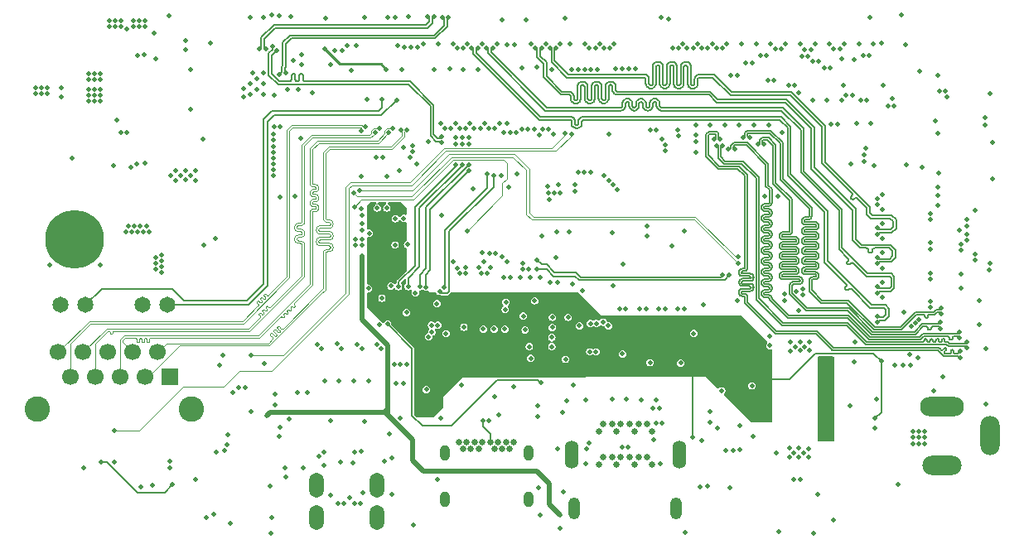
<source format=gbr>
G04 #@! TF.GenerationSoftware,KiCad,Pcbnew,7.0.2*
G04 #@! TF.CreationDate,2023-05-24T19:52:42-04:00*
G04 #@! TF.ProjectId,jetson-nano-baseboard,6a657473-6f6e-42d6-9e61-6e6f2d626173,1.6.1*
G04 #@! TF.SameCoordinates,Original*
G04 #@! TF.FileFunction,Copper,L6,Inr*
G04 #@! TF.FilePolarity,Positive*
%FSLAX46Y46*%
G04 Gerber Fmt 4.6, Leading zero omitted, Abs format (unit mm)*
G04 Created by KiCad (PCBNEW 7.0.2) date 2023-05-24 19:52:42*
%MOMM*%
%LPD*%
G01*
G04 APERTURE LIST*
G04 #@! TA.AperFunction,ComponentPad*
%ADD10C,0.650000*%
G04 #@! TD*
G04 #@! TA.AperFunction,ComponentPad*
%ADD11O,1.400000X2.850000*%
G04 #@! TD*
G04 #@! TA.AperFunction,ComponentPad*
%ADD12O,1.200000X2.250000*%
G04 #@! TD*
G04 #@! TA.AperFunction,ComponentPad*
%ADD13O,4.500000X2.000000*%
G04 #@! TD*
G04 #@! TA.AperFunction,ComponentPad*
%ADD14O,1.990000X4.000000*%
G04 #@! TD*
G04 #@! TA.AperFunction,ComponentPad*
%ADD15O,4.000000X2.000000*%
G04 #@! TD*
G04 #@! TA.AperFunction,ComponentPad*
%ADD16O,1.000000X1.600000*%
G04 #@! TD*
G04 #@! TA.AperFunction,ComponentPad*
%ADD17O,1.500000X2.550000*%
G04 #@! TD*
G04 #@! TA.AperFunction,ComponentPad*
%ADD18R,1.700000X1.700000*%
G04 #@! TD*
G04 #@! TA.AperFunction,ComponentPad*
%ADD19C,1.700000*%
G04 #@! TD*
G04 #@! TA.AperFunction,ComponentPad*
%ADD20C,1.650000*%
G04 #@! TD*
G04 #@! TA.AperFunction,ComponentPad*
%ADD21C,2.600000*%
G04 #@! TD*
G04 #@! TA.AperFunction,ComponentPad*
%ADD22C,6.000000*%
G04 #@! TD*
G04 #@! TA.AperFunction,ViaPad*
%ADD23C,0.500000*%
G04 #@! TD*
G04 #@! TA.AperFunction,Conductor*
%ADD24C,0.200000*%
G04 #@! TD*
G04 #@! TA.AperFunction,Conductor*
%ADD25C,0.500000*%
G04 #@! TD*
G04 #@! TA.AperFunction,Conductor*
%ADD26C,0.180000*%
G04 #@! TD*
G04 #@! TA.AperFunction,Conductor*
%ADD27C,0.150000*%
G04 #@! TD*
G04 #@! TA.AperFunction,Conductor*
%ADD28C,0.128000*%
G04 #@! TD*
G04 #@! TA.AperFunction,Conductor*
%ADD29C,0.175000*%
G04 #@! TD*
G04 #@! TA.AperFunction,Conductor*
%ADD30C,0.195000*%
G04 #@! TD*
G04 #@! TA.AperFunction,Conductor*
%ADD31C,0.185000*%
G04 #@! TD*
G04 #@! TA.AperFunction,Conductor*
%ADD32C,0.254000*%
G04 #@! TD*
G04 #@! TA.AperFunction,Conductor*
%ADD33C,0.250000*%
G04 #@! TD*
G04 #@! TA.AperFunction,Conductor*
%ADD34C,0.125000*%
G04 #@! TD*
G04 APERTURE END LIST*
D10*
X133960000Y-121955000D03*
X133960000Y-118605000D03*
X134410000Y-121180000D03*
X134410000Y-117830000D03*
X135310000Y-121180000D03*
X135310000Y-117830000D03*
X135760000Y-121955000D03*
X135760000Y-118605000D03*
X136210000Y-121180000D03*
X136210000Y-117830000D03*
X137110000Y-121180000D03*
X137110000Y-117830000D03*
X137568000Y-121955000D03*
X137568000Y-118605000D03*
X138009990Y-121180000D03*
X138009990Y-117830000D03*
X138909990Y-121180000D03*
X138909990Y-117830000D03*
X139360000Y-121955000D03*
X139360000Y-118605000D03*
D11*
X131160000Y-120955000D03*
D12*
X131460000Y-126455000D03*
X141860000Y-126455000D03*
D11*
X142160000Y-120955000D03*
D13*
X169057400Y-116030000D03*
D14*
X173937000Y-118980000D03*
D15*
X169057400Y-122030000D03*
D10*
X125259920Y-119645000D03*
X124859920Y-120345000D03*
X124059920Y-120345000D03*
X123659920Y-119645000D03*
X123259920Y-120345000D03*
X122859920Y-119645000D03*
X122059920Y-119645000D03*
X121659920Y-120345000D03*
X121259920Y-119645000D03*
X120859920Y-120345000D03*
X120059920Y-120345000D03*
X119659920Y-119645000D03*
D16*
X126729920Y-125525000D03*
X118189920Y-120795000D03*
X126729920Y-120795000D03*
D10*
X124459920Y-119645000D03*
X120459920Y-119645000D03*
D16*
X118189920Y-125525000D03*
D17*
X111308400Y-127406010D03*
X111308400Y-124046010D03*
X105108400Y-124046010D03*
X105108400Y-127406010D03*
D18*
X90140000Y-113010010D03*
D19*
X88870000Y-110470010D03*
X87600000Y-113010010D03*
X86330000Y-110470010D03*
X85060000Y-113010010D03*
X83790000Y-110470010D03*
X82520000Y-113010010D03*
X81250000Y-110470010D03*
X79980000Y-113010010D03*
X78710000Y-110470010D03*
D20*
X89894000Y-105640010D03*
X87354000Y-105640010D03*
X81504000Y-105640010D03*
X78964000Y-105640010D03*
D21*
X92303180Y-116310010D03*
X76546830Y-116310010D03*
D22*
X80408250Y-98918050D03*
D23*
X136296600Y-81500000D03*
X130000000Y-94200000D03*
X128800000Y-94200000D03*
X129400000Y-94200000D03*
X135700000Y-81500000D03*
X85600000Y-98200000D03*
X86500000Y-97600000D03*
X86800000Y-98200000D03*
X167250000Y-119800000D03*
X167250000Y-118600000D03*
X86200000Y-98200000D03*
X87100000Y-97600000D03*
X166050000Y-119200000D03*
X87400000Y-98200000D03*
X166650000Y-118600000D03*
X167250000Y-119200000D03*
X166050000Y-119800000D03*
X166650000Y-119800000D03*
X85900000Y-97600000D03*
X87000000Y-77200000D03*
X87000000Y-76600000D03*
X88000000Y-98200000D03*
X87600000Y-77200000D03*
X86400000Y-77200000D03*
X166650000Y-119200000D03*
X87700000Y-97600000D03*
X86400000Y-76600000D03*
X166050000Y-118600000D03*
X87600000Y-76600000D03*
X130551990Y-111188360D03*
X145094000Y-124146010D03*
X117450000Y-123500000D03*
X137668200Y-81468210D03*
X136982400Y-81468210D03*
X117500000Y-107700000D03*
X126238200Y-106766610D03*
X131292800Y-103490010D03*
X132250000Y-104200000D03*
X130950000Y-98200000D03*
X168326000Y-86827610D03*
X144424600Y-119466610D03*
X100891200Y-114793010D03*
X138912800Y-98562410D03*
X136423600Y-101483410D03*
X122824502Y-100350000D03*
X88700000Y-101400000D03*
X139179979Y-111529226D03*
X97100000Y-114075000D03*
X89300000Y-100500000D03*
X93800000Y-127400000D03*
X109758400Y-98006010D03*
X84425000Y-121700000D03*
X164100000Y-85300000D03*
X88700000Y-100800000D03*
X114300000Y-106400000D03*
X165000000Y-111800000D03*
X163550825Y-85300000D03*
X88700000Y-102000000D03*
X92200000Y-85600000D03*
X97800000Y-114075000D03*
X123400000Y-100350000D03*
X141400000Y-99600000D03*
X89300000Y-101700000D03*
X136370000Y-110630000D03*
X165800000Y-111800000D03*
X89300000Y-102300000D03*
X109758400Y-96506010D03*
X152300000Y-128800000D03*
X109758400Y-97306010D03*
X164200000Y-111800000D03*
X89300000Y-101100000D03*
X168605400Y-88050000D03*
X116850000Y-107700000D03*
X142700000Y-109900000D03*
X122128461Y-106071539D03*
X120269200Y-106258610D03*
X116916400Y-116723410D03*
X150525000Y-113700000D03*
X151000000Y-114200000D03*
X150525000Y-114700000D03*
X151016800Y-115174990D03*
X151000000Y-113244590D03*
X144300000Y-124200000D03*
X150525000Y-115675000D03*
X151016800Y-117149990D03*
X162800000Y-111400000D03*
X113358400Y-95706010D03*
X154800000Y-104000000D03*
X110958400Y-103641600D03*
X150525000Y-116675000D03*
X159700000Y-91200000D03*
X110958400Y-102141600D03*
X162200000Y-117200000D03*
X151000000Y-116175000D03*
X143550000Y-119175000D03*
X97650000Y-83500000D03*
X154800000Y-104600000D03*
X110958400Y-103041600D03*
X110958400Y-101506010D03*
X110958400Y-100841600D03*
X163020000Y-83160000D03*
X107558400Y-121706010D03*
X108458400Y-125356010D03*
X108858400Y-121756010D03*
X109820039Y-124800496D03*
X95682000Y-120508010D03*
X124351990Y-108106010D03*
X122151990Y-108106010D03*
X123251990Y-108106010D03*
X95978200Y-119897610D03*
X96003600Y-118881610D03*
X123775800Y-87107010D03*
X126085800Y-87665810D03*
X173482200Y-110119410D03*
X83024410Y-101525910D03*
X77800400Y-101534210D03*
X161061600Y-90993210D03*
X161264800Y-89596210D03*
X161061600Y-90307410D03*
X127889200Y-88250010D03*
X141046400Y-76362810D03*
X155778380Y-84660150D03*
X144025790Y-78907010D03*
X160121800Y-109408210D03*
X170993000Y-103947210D03*
X170993000Y-102474010D03*
X145288200Y-117637810D03*
X145288200Y-116494810D03*
X117400000Y-105500000D03*
X116321990Y-114281506D03*
X104165600Y-114589810D03*
X96545600Y-114564410D03*
X98425200Y-116494810D03*
X114020800Y-96784410D03*
X113128890Y-99498010D03*
X130632400Y-115402610D03*
X125247600Y-114031010D03*
X127711400Y-115936010D03*
X127711400Y-117002810D03*
X126099960Y-81361400D03*
X117099980Y-81523930D03*
X127609800Y-81315810D03*
X119025800Y-78907010D03*
X120525780Y-78907010D03*
X122025800Y-78907010D03*
X127025780Y-78907010D03*
X128525780Y-78907010D03*
X131025780Y-78907010D03*
X117525800Y-78907010D03*
X129006800Y-103337610D03*
X129718000Y-103337610D03*
X162915800Y-94317810D03*
X162909390Y-95844890D03*
X162915800Y-97317810D03*
X166979800Y-91577410D03*
X131496000Y-93990410D03*
X128900000Y-94900000D03*
X129277100Y-88134940D03*
X159025820Y-78907010D03*
X160525820Y-78907010D03*
X172443400Y-95948810D03*
X174193400Y-92720410D03*
X174193400Y-89012010D03*
X152694380Y-87965940D03*
X151295590Y-87233370D03*
X149795600Y-87233370D03*
X148295600Y-87233370D03*
X158778380Y-84660150D03*
X157278390Y-84660150D03*
X140386000Y-88656410D03*
X138894000Y-97536010D03*
X145295600Y-87233370D03*
X122275800Y-87107010D03*
X154358790Y-83907900D03*
X130025780Y-78907010D03*
X143865800Y-87234010D03*
X146795600Y-87233370D03*
X165875850Y-107827120D03*
X172826080Y-107623920D03*
X172826080Y-105173920D03*
X162929010Y-104831030D03*
X162915800Y-103317810D03*
X162909630Y-98849560D03*
X162960680Y-100317490D03*
X162960680Y-101849550D03*
X165160640Y-106337990D03*
X110417470Y-113386560D03*
X108917470Y-113386560D03*
X107417470Y-113386560D03*
X105917470Y-113386560D03*
X111497420Y-107615140D03*
X135525790Y-78907010D03*
X134025790Y-78907010D03*
X132525790Y-78907010D03*
X116025790Y-78907010D03*
X162025810Y-78907010D03*
X157525830Y-78907010D03*
X156025820Y-78907010D03*
X154525790Y-78907010D03*
X153025800Y-78907010D03*
X151525780Y-78907010D03*
X147025790Y-78907010D03*
X145525790Y-78907010D03*
X142525790Y-78907010D03*
X94818400Y-120685810D03*
X106013490Y-76284600D03*
X140251990Y-121906010D03*
X132651990Y-121906010D03*
X102300000Y-117300000D03*
X136782080Y-115296040D03*
X173467770Y-115765830D03*
X102484000Y-76150700D03*
X110017080Y-76261070D03*
X91700000Y-92855410D03*
X98291380Y-76200000D03*
X160275870Y-87050280D03*
X161775860Y-87050280D03*
X123525790Y-78907010D03*
X148525790Y-78907010D03*
X150025790Y-78907010D03*
X135293800Y-115304380D03*
X139811520Y-115332510D03*
X113614400Y-117206010D03*
X103175000Y-114615210D03*
X129200000Y-106900000D03*
X135407600Y-103642410D03*
X119278600Y-87109010D03*
X120777000Y-87105810D03*
X117823640Y-87082020D03*
X99692620Y-76200000D03*
X121596370Y-81523930D03*
X120087600Y-81523930D03*
X98550000Y-81900000D03*
X99700000Y-81900000D03*
X92700000Y-91900000D03*
X92697600Y-92900000D03*
X91700000Y-91900000D03*
X102700000Y-80635500D03*
X98300000Y-83000000D03*
X99700000Y-84100000D03*
X98318760Y-84100000D03*
X99700000Y-83000000D03*
X118335680Y-108555380D03*
X170777240Y-97953800D03*
X90716800Y-92874990D03*
X90700000Y-91900000D03*
X90200000Y-92400000D03*
X91200000Y-92400000D03*
X155355410Y-121200000D03*
X154900000Y-120800000D03*
X153900000Y-120800000D03*
X154400000Y-120300000D03*
X155400000Y-120302400D03*
X154400000Y-121200000D03*
X153425010Y-120300000D03*
X153425010Y-121216800D03*
X147699600Y-120482610D03*
X146886800Y-120482610D03*
X76400000Y-84000000D03*
X76400000Y-83400000D03*
X77600000Y-84000000D03*
X77000000Y-84000000D03*
X77000000Y-83400000D03*
X77600000Y-83400000D03*
X100700000Y-92400000D03*
X99000000Y-83600000D03*
X146500000Y-114400000D03*
X126200000Y-101400000D03*
X109058400Y-98906010D03*
X138280000Y-115390000D03*
X84500000Y-76600000D03*
X85100000Y-76600000D03*
X129958400Y-128506010D03*
X119951990Y-113806010D03*
X100350000Y-124150000D03*
X149600000Y-113900000D03*
X131350000Y-113800000D03*
X155455410Y-110300000D03*
X100500000Y-127400000D03*
X153525010Y-109400000D03*
X114393990Y-99450000D03*
X166300000Y-107500000D03*
X99000000Y-82500000D03*
X154150000Y-104250000D03*
X126800000Y-102000000D03*
X92200000Y-81600000D03*
X84350000Y-91350000D03*
X156300000Y-125000000D03*
X110300000Y-84650000D03*
X83900000Y-77200000D03*
X88320722Y-124088819D03*
X120353092Y-101793452D03*
X152950000Y-105200000D03*
X99800000Y-111600000D03*
X92200000Y-92400000D03*
X155000000Y-109900000D03*
X92700000Y-123500000D03*
X81800000Y-84800000D03*
X100700000Y-88200000D03*
X130358400Y-124706010D03*
X154500000Y-110300000D03*
X83000000Y-84800000D03*
X83000000Y-84200000D03*
X109058400Y-99506010D03*
X85700000Y-88000000D03*
X109758400Y-98906010D03*
X84500000Y-77200000D03*
X87125000Y-124225000D03*
X83900000Y-76600000D03*
X164900000Y-76000000D03*
X100700000Y-90000000D03*
X120000000Y-89200000D03*
X95500000Y-110808484D03*
X100700000Y-91800000D03*
X82400000Y-83600000D03*
X100700000Y-91200000D03*
X114300000Y-111700000D03*
X109758400Y-99506010D03*
X93600000Y-99500000D03*
X158958400Y-83156010D03*
X80100000Y-90600000D03*
X154000000Y-109900000D03*
X162305593Y-115305593D03*
X100700000Y-88800000D03*
X164500000Y-124000000D03*
X169400000Y-83800000D03*
X119100000Y-101200000D03*
X121700000Y-101800000D03*
X122850000Y-101800000D03*
X110391639Y-103949500D03*
X96300000Y-128000000D03*
X118750000Y-81450000D03*
X126200000Y-102000000D03*
X81300000Y-122300000D03*
X120700000Y-88500000D03*
X121100000Y-93800000D03*
X81800000Y-84200000D03*
X120000000Y-88500000D03*
X152100000Y-120800000D03*
X166675000Y-107125000D03*
X119300000Y-88500000D03*
X168800000Y-83800000D03*
X85100000Y-77200000D03*
X91700000Y-78600000D03*
X168558400Y-82137500D03*
X154500000Y-123500000D03*
X117900000Y-96500000D03*
X152950000Y-104500000D03*
X119450000Y-101850000D03*
X155500000Y-109402400D03*
X153900000Y-123500000D03*
X100450000Y-128950000D03*
X95200000Y-111800000D03*
X90000000Y-76100000D03*
X154500000Y-109400000D03*
X113650000Y-111700000D03*
X100700000Y-90600000D03*
X85100000Y-88000000D03*
X100700000Y-89400000D03*
X127758400Y-124306010D03*
X148100000Y-105200000D03*
X151450000Y-108800000D03*
X153525010Y-110316800D03*
X82400000Y-84800000D03*
X120700000Y-89200000D03*
X131975000Y-107750000D03*
X81800000Y-83600000D03*
X119300000Y-89200000D03*
X82400000Y-84200000D03*
X142700000Y-98075000D03*
X83000000Y-83600000D03*
X112800000Y-121300000D03*
X169500000Y-84400000D03*
X143650004Y-108550000D03*
X112700000Y-103700000D03*
X113050000Y-111700000D03*
X112573000Y-118806210D03*
X106530000Y-117500000D03*
X101346200Y-118120410D03*
X110020000Y-117550000D03*
X148400000Y-120400000D03*
X151435000Y-109800000D03*
X116886350Y-108413650D03*
X123698000Y-116890800D03*
X117765330Y-117221800D03*
X116549500Y-108900000D03*
X124200000Y-102850000D03*
X144600000Y-105600000D03*
X146100000Y-118200000D03*
X113157200Y-96809810D03*
X100050800Y-116977410D03*
X109758400Y-100606010D03*
X103450000Y-88600000D03*
X109758400Y-101206010D03*
X102900000Y-94500000D03*
X129958400Y-127106010D03*
X142316400Y-111567210D03*
X134930170Y-107750000D03*
X101900000Y-122256010D03*
X103708400Y-122256010D03*
X139555440Y-119383840D03*
X90400000Y-124000000D03*
X83060000Y-121685000D03*
X124387858Y-106093428D03*
X130800000Y-106900000D03*
X124455120Y-105355120D03*
X127384000Y-105206010D03*
X115036800Y-128153410D03*
X111785600Y-104937810D03*
X115196548Y-104396548D03*
X154400000Y-106200000D03*
X142800000Y-128900000D03*
X160020200Y-80528410D03*
X158801000Y-80503010D03*
X131826200Y-92060010D03*
X132461200Y-92060010D03*
X102106920Y-83556920D03*
X94772175Y-98820826D03*
X140098850Y-106022020D03*
X148964491Y-80919500D03*
X139772373Y-117714864D03*
X140723850Y-106022020D03*
X149599895Y-80919500D03*
X140397373Y-117714864D03*
X147421800Y-82154010D03*
X142052360Y-106022020D03*
X139489480Y-116191830D03*
X148089480Y-82162620D03*
X142677360Y-106022020D03*
X140114480Y-116191830D03*
X149750000Y-119100000D03*
X148361351Y-117938648D03*
X136071480Y-106022020D03*
X151964500Y-79432400D03*
X132664400Y-120355610D03*
X136696480Y-106022020D03*
X152589500Y-79432400D03*
X132976980Y-119732610D03*
X138144650Y-106002020D03*
X150464490Y-80135110D03*
X136346500Y-120190660D03*
X138769650Y-106002020D03*
X151089490Y-80135110D03*
X136973500Y-120190660D03*
X139214490Y-87728460D03*
X133080160Y-107533540D03*
X139839490Y-87728460D03*
X133705160Y-107533540D03*
X145964490Y-79368670D03*
X111720971Y-110120971D03*
X146589490Y-79368670D03*
X111279029Y-109679029D03*
X144464490Y-79368670D03*
X109720971Y-110120971D03*
X142964490Y-79368670D03*
X107670971Y-110070971D03*
X145089490Y-79368670D03*
X109279029Y-109679029D03*
X141464490Y-79368670D03*
X105620971Y-110120971D03*
X143589490Y-79368670D03*
X107229029Y-109629029D03*
X142089490Y-79368670D03*
X105179029Y-109679029D03*
X126924000Y-102778810D03*
X123291600Y-115011200D03*
X124917400Y-102855010D03*
X125933400Y-102778810D03*
X127914600Y-102778810D03*
X102000000Y-123200000D03*
X105896761Y-122067649D03*
X106508400Y-125106010D03*
X112807205Y-125007205D03*
X101300000Y-119100000D03*
X112000000Y-121600000D03*
X129724800Y-120306010D03*
X163958400Y-84506010D03*
X161654479Y-76245521D03*
X126416550Y-108192440D03*
X128016000Y-113588800D03*
X112369600Y-107594400D03*
X126851764Y-109898236D03*
X127002664Y-111073733D03*
X129205880Y-107926440D03*
X120157540Y-107906010D03*
X134400000Y-107400000D03*
X127958400Y-127106010D03*
X105829371Y-120685039D03*
X107920900Y-125956010D03*
X105387429Y-121126981D03*
X107295900Y-125956010D03*
X109628812Y-120633688D03*
X109574662Y-125953233D03*
X108949662Y-125953233D03*
X108987500Y-120650000D03*
X130251400Y-116621810D03*
X132626410Y-115326410D03*
X124892000Y-87996010D03*
X133121600Y-81569810D03*
X115650000Y-103751500D03*
X120650200Y-91272610D03*
X124257000Y-87996010D03*
X132486600Y-81569810D03*
X114474470Y-103751500D03*
X119964400Y-91272610D03*
X154714500Y-80235210D03*
X125527000Y-87996010D03*
X116272088Y-103806357D03*
X133756600Y-81569810D03*
X120650200Y-91933010D03*
X124557240Y-87096020D03*
X131851600Y-81569810D03*
X113474470Y-103751500D03*
X119278600Y-91272610D03*
X151229200Y-82681410D03*
X157597710Y-81397440D03*
X153319500Y-83161770D03*
X153944500Y-83161770D03*
X142048990Y-87750500D03*
X142087800Y-88377010D03*
X143850300Y-88278700D03*
X143846910Y-88938950D03*
X140716200Y-89240610D03*
X140709690Y-89871370D03*
X156972710Y-81397440D03*
X151854200Y-82681410D03*
X156421850Y-80722970D03*
X155796850Y-80722970D03*
X155339500Y-80235210D03*
X170850000Y-110994010D03*
X146355000Y-88707210D03*
X170850000Y-110369010D03*
X145714500Y-88710440D03*
X170825000Y-109033430D03*
X147839490Y-89725000D03*
X170825000Y-108408430D03*
X147214490Y-89725000D03*
X145952270Y-89335440D03*
X171566240Y-110033430D03*
X146577270Y-89335440D03*
X171566240Y-109408430D03*
X168860000Y-108040000D03*
X150839490Y-89188110D03*
X168873750Y-107408430D03*
X150214490Y-89188110D03*
X168914190Y-106533440D03*
X149339490Y-88505070D03*
X168914190Y-105908440D03*
X148714490Y-88505070D03*
X158589530Y-79436880D03*
X173838370Y-102033450D03*
X157964530Y-79436880D03*
X173971570Y-101407210D03*
X161589510Y-80150650D03*
X172365790Y-101033450D03*
X160964510Y-80150650D03*
X172365790Y-100408450D03*
X125603200Y-92263210D03*
X124003000Y-92364810D03*
X117691733Y-104258182D03*
X123190200Y-92364810D03*
X118135600Y-103818880D03*
X122555200Y-92263210D03*
X159214520Y-84190790D03*
X171551480Y-96908450D03*
X159839520Y-84190790D03*
X171551480Y-97533450D03*
X171551480Y-98408450D03*
X160714510Y-84679850D03*
X171551480Y-99033450D03*
X161339510Y-84679850D03*
X170980970Y-99408450D03*
X157714530Y-87117670D03*
X170980970Y-100033450D03*
X158339530Y-87117670D03*
X111303000Y-95717610D03*
X106985000Y-79639410D03*
X112293600Y-95717610D03*
X107721600Y-79639410D03*
X135864800Y-93838010D03*
X122200000Y-101200000D03*
X113970000Y-113675410D03*
X134950400Y-92898210D03*
X124600000Y-101200000D03*
X134467800Y-92390210D03*
X113233400Y-113675410D03*
X124100000Y-100700000D03*
X133030160Y-110422270D03*
X133655160Y-110422270D03*
X115299620Y-91239079D03*
X111899996Y-90500004D03*
X114681200Y-90536010D03*
X114750000Y-79258410D03*
X114935200Y-89951810D03*
X115400000Y-79300000D03*
X114935200Y-89316810D03*
X109200670Y-79107140D03*
X113400000Y-79150000D03*
X129150000Y-108950000D03*
X124600000Y-79000000D03*
X165300000Y-79000000D03*
X154950000Y-79525000D03*
X108266060Y-79122840D03*
X155625000Y-79500000D03*
X129150000Y-109900000D03*
X114100000Y-79250000D03*
X166758400Y-81706010D03*
X125350000Y-79000000D03*
X162860000Y-78880000D03*
X129641098Y-98187520D03*
X103600000Y-81100000D03*
X100500000Y-76000000D03*
X160030000Y-111450000D03*
X128100000Y-98600000D03*
X165400000Y-91300000D03*
X112300000Y-92500000D03*
X109700000Y-95800000D03*
X168200000Y-114400000D03*
X162100000Y-91400000D03*
X113538200Y-91882210D03*
X109652000Y-92500000D03*
X135280600Y-98206810D03*
X103600000Y-80000000D03*
X97650000Y-84350000D03*
X100784000Y-84206010D03*
X100838200Y-115859810D03*
X135433000Y-93355410D03*
X122000000Y-100300000D03*
X134464490Y-79368670D03*
X90068544Y-121629304D03*
X135089490Y-79368670D03*
X90068544Y-122254304D03*
X132964480Y-79368670D03*
X122105110Y-117462090D03*
X133589480Y-79368670D03*
X122732110Y-117506040D03*
X94291840Y-78845290D03*
X128214480Y-87645560D03*
X167820400Y-96270800D03*
X128839480Y-87645560D03*
X167820400Y-96895800D03*
X167820400Y-99290310D03*
X126714480Y-87645560D03*
X167820400Y-99915310D03*
X127339480Y-87645560D03*
X122714490Y-87563600D03*
X167820400Y-102356580D03*
X123339490Y-87563600D03*
X167820400Y-102981580D03*
X167820400Y-105275890D03*
X121214500Y-87563600D03*
X167820400Y-105900890D03*
X121839500Y-87563600D03*
X121589500Y-79368670D03*
X162457790Y-107393530D03*
X120964500Y-79368670D03*
X162457790Y-106768530D03*
X162457790Y-104393530D03*
X123089500Y-79368670D03*
X162457790Y-103768530D03*
X122464500Y-79368670D03*
X162457790Y-101393530D03*
X128089480Y-79368670D03*
X162457790Y-100768530D03*
X127464480Y-79368670D03*
X129589480Y-79368670D03*
X162457790Y-98393530D03*
X128964480Y-79368670D03*
X162457790Y-97768530D03*
X162457790Y-95393530D03*
X120339490Y-87563600D03*
X162457790Y-94768530D03*
X119714490Y-87563600D03*
X101989460Y-81898910D03*
X118589500Y-76208570D03*
X101254150Y-82056110D03*
X117964500Y-76208570D03*
X112236480Y-81567720D03*
X105904220Y-79444470D03*
X114527270Y-76178930D03*
X101300000Y-76100000D03*
X117089490Y-76179190D03*
X99892690Y-79407390D03*
X116464490Y-76179190D03*
X99267690Y-79407390D03*
X101052880Y-79609690D03*
X117873910Y-88391090D03*
X100610940Y-79167750D03*
X117839420Y-89055290D03*
X122575000Y-102417570D03*
X118214490Y-87574230D03*
X121950000Y-102417570D03*
X118839490Y-87574230D03*
X119464490Y-79368670D03*
X120375000Y-102417570D03*
X120089490Y-79368670D03*
X119750000Y-102417570D03*
X114339505Y-87706117D03*
X113714505Y-87706117D03*
X112920971Y-87596729D03*
X112479029Y-88038671D03*
X113300000Y-84679979D03*
X111800000Y-84650000D03*
X110120971Y-87379029D03*
X109679029Y-87820971D03*
X111119386Y-88038671D03*
X111561328Y-87596729D03*
X147300000Y-102600000D03*
X100750000Y-87400000D03*
X127600000Y-102000000D03*
X146600000Y-102600000D03*
X127600000Y-101000000D03*
X101410878Y-87389125D03*
X106527800Y-81061810D03*
X129133800Y-81569810D03*
X113831370Y-81556130D03*
X131165800Y-81570010D03*
X168605400Y-94473010D03*
X131496000Y-93355410D03*
X150927000Y-94523810D03*
X133096200Y-92034610D03*
X168605000Y-95463610D03*
X152222400Y-94523810D03*
X129845000Y-93355410D03*
X120524799Y-98093096D03*
X129550000Y-100750000D03*
X109000000Y-95600000D03*
X87450000Y-80050000D03*
X93500000Y-88700000D03*
X169088000Y-112989610D03*
X111200000Y-90500000D03*
X82400000Y-82000000D03*
X85750000Y-77400000D03*
X81800000Y-82000000D03*
X83000000Y-82600000D03*
X88700000Y-80500000D03*
X81800000Y-82600000D03*
X82400000Y-82600000D03*
X83000000Y-82000000D03*
X156700000Y-119300000D03*
X157200000Y-118800000D03*
X157600000Y-111200000D03*
X157600000Y-119300000D03*
X157600000Y-118300000D03*
X156600000Y-111200000D03*
X157600000Y-112200000D03*
X157100000Y-111700000D03*
X159600000Y-115900000D03*
X162200000Y-118200000D03*
X87600000Y-91100000D03*
X84700000Y-86700000D03*
X173400000Y-87200000D03*
X143900000Y-90000000D03*
X173400000Y-86500000D03*
X135000000Y-88200000D03*
X128700000Y-93500000D03*
X108917000Y-94200000D03*
X166600000Y-111000000D03*
X101400000Y-94600000D03*
X148200000Y-101400000D03*
X108675000Y-81625000D03*
X103200000Y-83600000D03*
X109500000Y-93896309D03*
X148200000Y-100700000D03*
X165700000Y-110700000D03*
X168681600Y-92187010D03*
X116494141Y-88906100D03*
X104700000Y-83900000D03*
X168605400Y-93558610D03*
X113950000Y-89500000D03*
X124750000Y-93576310D03*
X173900000Y-84000000D03*
X91700000Y-79550000D03*
X88500000Y-77850000D03*
X86800000Y-80100000D03*
X94600000Y-127000000D03*
X112400000Y-76205510D03*
X79000000Y-84400000D03*
X79000000Y-83400000D03*
X113150000Y-76205510D03*
X126500000Y-76450500D03*
X86164494Y-91521304D03*
X130500000Y-76300000D03*
X110500000Y-98300000D03*
X124100000Y-76450500D03*
X86700000Y-91200000D03*
X140300000Y-76200000D03*
X131210000Y-88190000D03*
X84400000Y-118500000D03*
X130537000Y-88100000D03*
X98400000Y-110810000D03*
X157900000Y-127600000D03*
X147345600Y-124343410D03*
X155900000Y-129000000D03*
D24*
X162800000Y-116600000D02*
X162200000Y-117200000D01*
X162000000Y-110600000D02*
X162800000Y-111400000D01*
X156100000Y-110600000D02*
X162000000Y-110600000D01*
X143550000Y-119175000D02*
X143550000Y-112750000D01*
X153455410Y-113244590D02*
X156100000Y-110600000D01*
X151000000Y-113244590D02*
X153455410Y-113244590D01*
X162800000Y-111400000D02*
X162800000Y-116600000D01*
D25*
X109758400Y-101806010D02*
X109758400Y-101206010D01*
X112302860Y-116808880D02*
X112302860Y-116402860D01*
X100378211Y-116649999D02*
X111449999Y-116649999D01*
X128900000Y-126047610D02*
X129958400Y-127106010D01*
X112302860Y-116402860D02*
X112400000Y-116305720D01*
X111449999Y-116649999D02*
X112143981Y-116649999D01*
X112302860Y-116808880D02*
X112846991Y-117353009D01*
X112400000Y-116305720D02*
X112400000Y-115900000D01*
X112055721Y-116649999D02*
X112400000Y-116305720D01*
X112400000Y-115900000D02*
X112400000Y-109747610D01*
X100050800Y-116977410D02*
X100378211Y-116649999D01*
X112400000Y-109747610D02*
X109758400Y-107106010D01*
X112400000Y-116906018D02*
X112846991Y-117353009D01*
X112143981Y-116649999D02*
X112400000Y-116906018D01*
X114915000Y-121515410D02*
X115999590Y-122600000D01*
X109758400Y-107106010D02*
X109758400Y-102258400D01*
X115999590Y-122600000D02*
X127600000Y-122600000D01*
X109758400Y-102258400D02*
X109758400Y-100606010D01*
X127600000Y-122600000D02*
X128900000Y-123900000D01*
X112400000Y-115900000D02*
X112400000Y-116906018D01*
X109758400Y-102258400D02*
X109758400Y-101806010D01*
X111449999Y-116649999D02*
X112055721Y-116649999D01*
X128900000Y-123900000D02*
X128900000Y-126047610D01*
X112846991Y-117353009D02*
X114915000Y-119421010D01*
X114915000Y-119421010D02*
X114915000Y-121515410D01*
D26*
X86800000Y-124800000D02*
X89600000Y-124800000D01*
X83060000Y-121685000D02*
X83685000Y-121685000D01*
X83685000Y-121685000D02*
X86800000Y-124800000D01*
X89600000Y-124800000D02*
X90400000Y-124000000D01*
X128016000Y-113588800D02*
X127711200Y-113284000D01*
X118872000Y-118008400D02*
X115925600Y-118008400D01*
X114858800Y-116941600D02*
X114858800Y-110083600D01*
X115925600Y-118008400D02*
X114858800Y-116941600D01*
X127711200Y-113284000D02*
X123596400Y-113284000D01*
X123596400Y-113284000D02*
X118872000Y-118008400D01*
X114858800Y-110083600D02*
X112369600Y-107594400D01*
D27*
X115650000Y-103751500D02*
X115650000Y-102524070D01*
X116300000Y-101874070D02*
X116300000Y-95622810D01*
X115650000Y-102524070D02*
X116300000Y-101874070D01*
X116300000Y-95622810D02*
X120650200Y-91272610D01*
X115600000Y-101748990D02*
X115600000Y-95718505D01*
X114474470Y-103751500D02*
X114474470Y-102874520D01*
X114474470Y-102874520D02*
X115600000Y-101748990D01*
X119964400Y-91354105D02*
X119964400Y-91272610D01*
X115600000Y-95718505D02*
X119964400Y-91354105D01*
X116272088Y-102527912D02*
X116713200Y-102086800D01*
X116713200Y-95870010D02*
X120650200Y-91933010D01*
X116272088Y-103806357D02*
X116272088Y-102527912D01*
X116713200Y-102086800D02*
X116713200Y-95870010D01*
X115138400Y-101599770D02*
X115138400Y-95616010D01*
X113474470Y-103263700D02*
X115138400Y-101599770D01*
X115138400Y-95616010D02*
X119278600Y-91475810D01*
X119278600Y-91475810D02*
X119278600Y-91272610D01*
X113474470Y-103751500D02*
X113474470Y-103263700D01*
D28*
X169184070Y-110822220D02*
X170643410Y-110822220D01*
X168588750Y-110226900D02*
X169184070Y-110822220D01*
X157799760Y-110226900D02*
X168588750Y-110226900D01*
X156135020Y-108562150D02*
X157733510Y-110160650D01*
X152017350Y-108562150D02*
X156135020Y-108562150D01*
X148879020Y-105423820D02*
X152017350Y-108562150D01*
X148875923Y-104819539D02*
X148879020Y-104847020D01*
X148866789Y-104793436D02*
X148875923Y-104819539D01*
X148832520Y-104750464D02*
X148852076Y-104770020D01*
X148607264Y-104723520D02*
X148755520Y-104723520D01*
X148852076Y-104770020D02*
X148866789Y-104793436D01*
X148453346Y-104688390D02*
X148528326Y-104714626D01*
X149505520Y-102811020D02*
X149505520Y-102820020D01*
X148809104Y-104735751D02*
X148832520Y-104750464D01*
X148329914Y-104095085D02*
X148287650Y-104162347D01*
X149502424Y-102783539D02*
X149505520Y-102811020D01*
X149478577Y-102734020D02*
X149493290Y-102757436D01*
X148528326Y-101934415D02*
X148453346Y-101960651D01*
X148528326Y-102678626D02*
X148607264Y-102687520D01*
X148329914Y-102553956D02*
X148386084Y-102610126D01*
X149493290Y-102873605D02*
X149478577Y-102897021D01*
X148261414Y-102411714D02*
X148287650Y-102486694D01*
X157733520Y-110160650D02*
X157799760Y-110226900D01*
X148560012Y-102951824D02*
X148490011Y-102976319D01*
X148453346Y-102652390D02*
X148528326Y-102678626D01*
X146167150Y-91683830D02*
X148147230Y-91683830D01*
X148490011Y-102976319D02*
X148427216Y-103015776D01*
X149459021Y-102916577D02*
X149435605Y-102931290D01*
X148783001Y-104726617D02*
X148809104Y-104735751D01*
X149459021Y-103934577D02*
X149435605Y-103949290D01*
X148261414Y-104237327D02*
X148252520Y-104316265D01*
X148607264Y-102687520D02*
X149382020Y-102687520D01*
X148832520Y-101898577D02*
X148809104Y-101913290D01*
X146161250Y-88513460D02*
X146161250Y-88031420D01*
X148427216Y-103633265D02*
X148490011Y-103672722D01*
X148528326Y-103970415D02*
X148453346Y-103996651D01*
X149505520Y-103829020D02*
X149505520Y-103838020D01*
X146161250Y-88031420D02*
X146013040Y-87883220D01*
X144906280Y-88184750D02*
X144906280Y-90422970D01*
X148607264Y-101925520D02*
X148528326Y-101934415D01*
X148809104Y-101913290D02*
X148783001Y-101922424D01*
X148287650Y-102486694D02*
X148329914Y-102553956D01*
X148879020Y-92415620D02*
X148879020Y-101802020D01*
X148287650Y-104162347D02*
X148261414Y-104237327D01*
X145935730Y-91452420D02*
X146167150Y-91683830D01*
X149382020Y-102687520D02*
X149409502Y-102690617D01*
X148607264Y-103961520D02*
X148528326Y-103970415D01*
X148386084Y-102002915D02*
X148329914Y-102059085D01*
X149409502Y-102690617D02*
X149435605Y-102699751D01*
X148252520Y-104368776D02*
X148261414Y-104447714D01*
X170643410Y-110822220D02*
X170815200Y-110994010D01*
X148252520Y-102332776D02*
X148261414Y-102411714D01*
X149478577Y-102897021D02*
X149459021Y-102916577D01*
X148252520Y-102280265D02*
X148252520Y-102332776D01*
X145935720Y-91452420D02*
X145935730Y-91452420D01*
X148852076Y-101879021D02*
X148832520Y-101898577D01*
X148386084Y-102610126D02*
X148453346Y-102652390D01*
X149409502Y-102940424D02*
X149382020Y-102943520D01*
X149505520Y-103838020D02*
X149502424Y-103865502D01*
X149459021Y-102714464D02*
X149478577Y-102734020D01*
X145207810Y-87883220D02*
X144906280Y-88184750D01*
X149493290Y-103775436D02*
X149502424Y-103801539D01*
X157733510Y-110160650D02*
X157733520Y-110160650D01*
X148261414Y-102201327D02*
X148252520Y-102280265D01*
X148875923Y-101829502D02*
X148866789Y-101855605D01*
X149435605Y-102699751D02*
X149459021Y-102714464D01*
X149382020Y-103961520D02*
X148607264Y-103961520D01*
X146355000Y-88707210D02*
X146161250Y-88513460D01*
X148310823Y-103201013D02*
X148302520Y-103274710D01*
X148287650Y-102126347D02*
X148261414Y-102201327D01*
X149459021Y-103732464D02*
X149478577Y-103752020D01*
X148528326Y-104714626D02*
X148607264Y-104723520D01*
X148453346Y-101960651D02*
X148386084Y-102002915D01*
X149502424Y-102847502D02*
X149493290Y-102873605D01*
X148310823Y-103448028D02*
X148335318Y-103518029D01*
X148287650Y-104522694D02*
X148329914Y-104589956D01*
X148879020Y-101802020D02*
X148875923Y-101829502D01*
X148147230Y-91683830D02*
X148879020Y-92415620D01*
X148783001Y-101922424D02*
X148755520Y-101925520D01*
X148879020Y-104847020D02*
X148879020Y-105423820D01*
X149435605Y-103717751D02*
X149459021Y-103732464D01*
X148866789Y-101855605D02*
X148852076Y-101879021D01*
X149435605Y-102931290D02*
X149409502Y-102940424D01*
X149382020Y-102943520D02*
X148633709Y-102943520D01*
X148633709Y-102943520D02*
X148560012Y-102951824D01*
X148427216Y-103015776D02*
X148374775Y-103068217D01*
X148374775Y-103068217D02*
X148335318Y-103131012D01*
X148335318Y-103131012D02*
X148310823Y-103201013D01*
X148302520Y-103374331D02*
X148310823Y-103448028D01*
X148302520Y-103274710D02*
X148302520Y-103374331D01*
X149505520Y-102820020D02*
X149502424Y-102847502D01*
X148335318Y-103518029D02*
X148374775Y-103580824D01*
X148374775Y-103580824D02*
X148427216Y-103633265D01*
X148560012Y-103697217D02*
X148633709Y-103705520D01*
X148490011Y-103672722D02*
X148560012Y-103697217D01*
X148755520Y-104723520D02*
X148783001Y-104726617D01*
X148633709Y-103705520D02*
X149382020Y-103705520D01*
X149382020Y-103705520D02*
X149409502Y-103708617D01*
X149409502Y-103708617D02*
X149435605Y-103717751D01*
X148386084Y-104646126D02*
X148453346Y-104688390D01*
X149478577Y-103752020D02*
X149493290Y-103775436D01*
X149502424Y-103801539D02*
X149505520Y-103829020D01*
X149502424Y-103865502D02*
X149493290Y-103891605D01*
X149493290Y-103891605D02*
X149478577Y-103915021D01*
X149478577Y-103915021D02*
X149459021Y-103934577D01*
X144906280Y-90422970D02*
X145935720Y-91452420D01*
X149435605Y-103949290D02*
X149409502Y-103958424D01*
X149409502Y-103958424D02*
X149382020Y-103961520D01*
X148453346Y-103996651D02*
X148386084Y-104038915D01*
X148329914Y-102059085D02*
X148287650Y-102126347D01*
X148386084Y-104038915D02*
X148329914Y-104095085D01*
X149493290Y-102757436D02*
X149502424Y-102783539D01*
X148252520Y-104316265D02*
X148252520Y-104368776D01*
X146013040Y-87883220D02*
X145207810Y-87883220D01*
X148261414Y-104447714D02*
X148287650Y-104522694D01*
X148755520Y-101925520D02*
X148607264Y-101925520D01*
X148329914Y-104589956D02*
X148386084Y-104646126D01*
X148508616Y-104374502D02*
X148505520Y-104347020D01*
X148517750Y-104400605D02*
X148508616Y-104374502D01*
X148575435Y-104226751D02*
X148601538Y-104217617D01*
X148565274Y-103252283D02*
X148577009Y-103233607D01*
X148505520Y-104347020D02*
X148505520Y-104338020D01*
X148577009Y-103415434D02*
X148565274Y-103396758D01*
X148532463Y-104424021D02*
X148517750Y-104400605D01*
X149096889Y-101977694D02*
X149123125Y-101902714D01*
X149557694Y-104179390D02*
X149624956Y-104137126D01*
X148654020Y-103196520D02*
X149403776Y-103196520D01*
X148552019Y-104241464D02*
X148575435Y-104226751D01*
X148557989Y-103273102D02*
X148565274Y-103252283D01*
X148552019Y-104443577D02*
X148532463Y-104424021D01*
X149054625Y-102044956D02*
X149096889Y-101977694D01*
X148517750Y-104284436D02*
X148532463Y-104261020D01*
X148601538Y-104467424D02*
X148575435Y-104458290D01*
X148931193Y-102143390D02*
X148998455Y-102101126D01*
X148601538Y-104217617D02*
X148629020Y-104214520D01*
X148505520Y-104338020D02*
X148508616Y-104310539D01*
X169330621Y-110023904D02*
X169302677Y-110030282D01*
X148565274Y-103396758D02*
X148557989Y-103375939D01*
X148777275Y-104470520D02*
X148629020Y-104470520D01*
X169897026Y-110541295D02*
X169872757Y-110556545D01*
X148777275Y-102178520D02*
X148856213Y-102169626D01*
X149054625Y-104604085D02*
X148998455Y-104547915D01*
X148931193Y-104505651D02*
X148856213Y-104479415D01*
X149723390Y-103653347D02*
X149681126Y-103586085D01*
X149132020Y-105319020D02*
X149132020Y-104825265D01*
X149681126Y-104080956D02*
X149723390Y-104013694D01*
X148505520Y-102302020D02*
X148508616Y-102274539D01*
X148998455Y-104547915D02*
X148931193Y-104505651D01*
X149749626Y-103728327D02*
X149723390Y-103653347D01*
X152122150Y-108309150D02*
X149132020Y-105319020D01*
X148505520Y-102311020D02*
X148505520Y-102302020D01*
X156239810Y-108309150D02*
X152122150Y-108309150D01*
X148508616Y-102338502D02*
X148505520Y-102311020D01*
X149096889Y-104671347D02*
X149054625Y-104604085D01*
X149758520Y-103859776D02*
X149758520Y-103807265D01*
X157904560Y-109973900D02*
X156239810Y-108309150D01*
X148517750Y-102364605D02*
X148508616Y-102338502D01*
X148856213Y-104479415D02*
X148777275Y-104470520D01*
X170273682Y-110556545D02*
X170249413Y-110541295D01*
X149681126Y-103586085D02*
X149624956Y-103529915D01*
X149132020Y-104825265D02*
X149123125Y-104746327D01*
X149723390Y-104013694D02*
X149749626Y-103938714D01*
X148508616Y-102274539D02*
X148517750Y-102248436D01*
X168693550Y-109973900D02*
X168926831Y-110207182D01*
X148552019Y-102407577D02*
X148532463Y-102388021D01*
X149723390Y-102995694D02*
X149749626Y-102920714D01*
X168975064Y-110237490D02*
X168949240Y-110225054D01*
X169817220Y-110569220D02*
X169288870Y-110569220D01*
X169059615Y-110237490D02*
X169031671Y-110243868D01*
X169085440Y-110225054D02*
X169059615Y-110237490D01*
X169107849Y-110207183D02*
X169085440Y-110225054D01*
X169254443Y-110060589D02*
X169107849Y-110207183D01*
X145312610Y-88136220D02*
X145908250Y-88136220D01*
X148629020Y-104214520D02*
X149403776Y-104214520D01*
X148592606Y-103218010D02*
X148611282Y-103206275D01*
X169276853Y-110042718D02*
X169254443Y-110060589D01*
X169957895Y-110278369D02*
X169948429Y-110305424D01*
X169302677Y-110030282D02*
X169276853Y-110042718D01*
X169387229Y-110030282D02*
X169359284Y-110023904D01*
X169453334Y-110082999D02*
X169435463Y-110060589D01*
X149749626Y-102710327D02*
X149723390Y-102635347D01*
X169993413Y-110233832D02*
X169973145Y-110254100D01*
X170817930Y-110369010D02*
X170617730Y-110569220D01*
X170329220Y-110569220D02*
X170300737Y-110566011D01*
X148575435Y-104458290D02*
X148552019Y-104443577D01*
X148998455Y-102101126D02*
X149054625Y-102044956D01*
X169472148Y-110136767D02*
X169465770Y-110108823D01*
X149132020Y-92310830D02*
X148252030Y-91430830D01*
X170044737Y-110209116D02*
X170017682Y-110218582D01*
X169413053Y-110042718D02*
X169387229Y-110030282D01*
X169270998Y-110546811D02*
X169258562Y-110520987D01*
X169258562Y-110436435D02*
X169270998Y-110410611D01*
X170073220Y-110205906D02*
X170044737Y-110209116D01*
X168693550Y-109973900D02*
X157904560Y-109973900D01*
X169252184Y-110493042D02*
X169252184Y-110464379D01*
X148532463Y-102388021D02*
X148517750Y-102364605D01*
X170173294Y-110254100D02*
X170153026Y-110233832D01*
X145908250Y-88516690D02*
X145714500Y-88710440D01*
X168949240Y-110225054D02*
X168926831Y-110207182D01*
X169252184Y-110464379D02*
X169258562Y-110436435D01*
X170213895Y-110496758D02*
X170204429Y-110469703D01*
X170229145Y-110521027D02*
X170213895Y-110496758D01*
X170128757Y-110218582D02*
X170101702Y-110209116D01*
X170017682Y-110218582D02*
X169993413Y-110233832D01*
X169258562Y-110520987D02*
X169252184Y-110493042D01*
X149624956Y-103119126D02*
X149681126Y-103062956D01*
X149749626Y-102920714D02*
X149758520Y-102841776D01*
X169973145Y-110254100D02*
X169957895Y-110278369D01*
X149482714Y-103187626D02*
X149557694Y-103161390D01*
X169270998Y-110410611D02*
X169288870Y-110388201D01*
X170204429Y-110469703D02*
X170201220Y-110441220D01*
X169003008Y-110243868D02*
X168975064Y-110237490D01*
X170249413Y-110541295D02*
X170229145Y-110521027D01*
X169945220Y-110441220D02*
X169942010Y-110469703D01*
X170201220Y-110441220D02*
X170201220Y-110333906D01*
X149123125Y-104746327D02*
X149096889Y-104671347D01*
X149749626Y-103938714D02*
X149758520Y-103859776D01*
X148517750Y-102248436D02*
X148532463Y-102225020D01*
X149403776Y-104214520D02*
X149482714Y-104205626D01*
X148611282Y-103206275D02*
X148632101Y-103198990D01*
X170153026Y-110233832D02*
X170128757Y-110218582D01*
X169465770Y-110193374D02*
X169472148Y-110165430D01*
X149482714Y-104205626D02*
X149557694Y-104179390D01*
X148632101Y-103198990D02*
X148654020Y-103196520D01*
X169945220Y-110333906D02*
X169945220Y-110441220D01*
X148654020Y-103452520D02*
X148632101Y-103450051D01*
X170300737Y-110566011D02*
X170273682Y-110556545D01*
X169472148Y-110165430D02*
X169472148Y-110136767D01*
X169942010Y-110469703D02*
X169932544Y-110496758D01*
X169932544Y-110496758D02*
X169917294Y-110521027D01*
X170101702Y-110209116D02*
X170073220Y-110205906D01*
X148629020Y-102434520D02*
X148601538Y-102431424D01*
X148508616Y-104310539D02*
X148517750Y-104284436D01*
X148557989Y-103375939D02*
X148555520Y-103354020D01*
X148629020Y-104470520D02*
X148601538Y-104467424D01*
X148856213Y-102169626D02*
X148931193Y-102143390D01*
X170201220Y-110333906D02*
X170198010Y-110305424D01*
X169917294Y-110521027D02*
X169897026Y-110541295D01*
X169435463Y-110060589D02*
X169413053Y-110042718D01*
X169288870Y-110569220D02*
X169270998Y-110546811D01*
X169872757Y-110556545D02*
X169845702Y-110566011D01*
X169845702Y-110566011D02*
X169817220Y-110569220D01*
X148532463Y-104261020D02*
X148552019Y-104241464D01*
X148555520Y-103295020D02*
X148557989Y-103273102D01*
X169359284Y-110023904D02*
X169330621Y-110023904D01*
X170617730Y-110569220D02*
X170329220Y-110569220D01*
X149624956Y-104137126D02*
X149681126Y-104080956D01*
X149403776Y-103196520D02*
X149482714Y-103187626D01*
X169948429Y-110305424D02*
X169945220Y-110333906D01*
X170188544Y-110278369D02*
X170173294Y-110254100D01*
X146271940Y-91430830D02*
X145159280Y-90318180D01*
X169288870Y-110388201D02*
X169435463Y-110241608D01*
X149758520Y-102789265D02*
X149749626Y-102710327D01*
X169435463Y-110241608D02*
X169453334Y-110219199D01*
X170198010Y-110305424D02*
X170188544Y-110278369D01*
X169453334Y-110219199D02*
X169465770Y-110193374D01*
X169031671Y-110243868D02*
X169003008Y-110243868D01*
X145908250Y-88136220D02*
X145908250Y-88516690D01*
X169465770Y-110108823D02*
X169453334Y-110082999D01*
X149758520Y-103807265D02*
X149749626Y-103728327D01*
X149624956Y-103529915D02*
X149557694Y-103487651D01*
X149557694Y-103487651D02*
X149482714Y-103461415D01*
X149482714Y-103461415D02*
X149403776Y-103452520D01*
X149403776Y-103452520D02*
X148654020Y-103452520D01*
X148632101Y-103450051D02*
X148611282Y-103442766D01*
X148611282Y-103442766D02*
X148592606Y-103431031D01*
X148592606Y-103431031D02*
X148577009Y-103415434D01*
X148555520Y-103354020D02*
X148555520Y-103295020D01*
X148577009Y-103233607D02*
X148592606Y-103218010D01*
X149557694Y-103161390D02*
X149624956Y-103119126D01*
X149681126Y-103062956D02*
X149723390Y-102995694D01*
X149758520Y-102841776D02*
X149758520Y-102789265D01*
X149723390Y-102635347D02*
X149681126Y-102568085D01*
X149681126Y-102568085D02*
X149624956Y-102511915D01*
X149624956Y-102511915D02*
X149557694Y-102469651D01*
X149557694Y-102469651D02*
X149482714Y-102443415D01*
X149482714Y-102443415D02*
X149403776Y-102434520D01*
X149403776Y-102434520D02*
X148629020Y-102434520D01*
X148601538Y-102431424D02*
X148575435Y-102422290D01*
X148575435Y-102422290D02*
X148552019Y-102407577D01*
X148532463Y-102225020D02*
X148552019Y-102205464D01*
X148552019Y-102205464D02*
X148575435Y-102190751D01*
X148575435Y-102190751D02*
X148601538Y-102181617D01*
X148601538Y-102181617D02*
X148629020Y-102178520D01*
X148629020Y-102178520D02*
X148777275Y-102178520D01*
X149123125Y-101902714D02*
X149132020Y-101823776D01*
X149132020Y-101823776D02*
X149132020Y-92310830D01*
X148252030Y-91430830D02*
X146271940Y-91430830D01*
X145159280Y-90318180D02*
X145159280Y-88289540D01*
X145159280Y-88289540D02*
X145312610Y-88136220D01*
X170139046Y-108880156D02*
X170115295Y-108903907D01*
X150663797Y-95398150D02*
X150723698Y-95338249D01*
X150875387Y-95265199D02*
X150959567Y-95255715D01*
X150723698Y-99738249D02*
X150795427Y-99693178D01*
X151307005Y-96073430D02*
X151275619Y-96062448D01*
X151307005Y-99373430D02*
X151275619Y-99362448D01*
X151307005Y-104041009D02*
X151335161Y-104023318D01*
X150618726Y-99869879D02*
X150663797Y-99798150D01*
X150590747Y-101049839D02*
X150618726Y-100969879D01*
X151358674Y-98499805D02*
X151376365Y-98471649D01*
X151275619Y-103762448D02*
X151242575Y-103758725D01*
X150959567Y-96355715D02*
X151242575Y-96355715D01*
X151335161Y-96323318D02*
X151358674Y-96299805D01*
X150581262Y-96780420D02*
X150581262Y-96734019D01*
X150795427Y-96393178D02*
X150875387Y-96365199D01*
X151358674Y-97399805D02*
X151376365Y-97371649D01*
X151387347Y-103940263D02*
X151391070Y-103907220D01*
X151242575Y-95255715D02*
X151275619Y-95251991D01*
X151307005Y-97441009D02*
X151335161Y-97423318D01*
X150590747Y-98849839D02*
X150618726Y-98769879D01*
X169782570Y-108997430D02*
X169778809Y-108964052D01*
X151387347Y-101674176D02*
X151376365Y-101642790D01*
X169867487Y-109169669D02*
X169839046Y-109151798D01*
X151376365Y-100542790D02*
X151358674Y-100514634D01*
X150663797Y-103616289D02*
X150618726Y-103544560D01*
X170078809Y-109067902D02*
X170067715Y-109099606D01*
X151335161Y-101823318D02*
X151358674Y-101799805D01*
X150590747Y-100164600D02*
X150581262Y-100080420D01*
X169749844Y-108903907D02*
X169726093Y-108880156D01*
X150795427Y-102621261D02*
X150723698Y-102576190D01*
X150795427Y-99321261D02*
X150723698Y-99276190D01*
X169839046Y-109151798D02*
X169815295Y-109128047D01*
X151275619Y-104862448D02*
X151242575Y-104858725D01*
X151307005Y-102673430D02*
X151275619Y-102662448D01*
X151335161Y-103791121D02*
X151307005Y-103773430D01*
X151242575Y-98258725D02*
X150959567Y-98258725D01*
X170082570Y-108997430D02*
X170082570Y-109034523D01*
X151242575Y-96355715D02*
X151275619Y-96351991D01*
X151307005Y-100473430D02*
X151275619Y-100462448D01*
X150618726Y-103169879D02*
X150663797Y-103098150D01*
X151376365Y-104942790D02*
X151358674Y-104914634D01*
X169997652Y-109169669D02*
X169965948Y-109180763D01*
X150795427Y-98221261D02*
X150723698Y-98176190D01*
X151376365Y-100671649D02*
X151387347Y-100640263D01*
X151307005Y-97173430D02*
X151275619Y-97162448D01*
X150590747Y-102364600D02*
X150581262Y-102280420D01*
X151020200Y-93504990D02*
X151020200Y-91286180D01*
X151335161Y-101591121D02*
X151307005Y-101573430D01*
X150875387Y-96365199D02*
X150959567Y-96355715D01*
X150959567Y-100755715D02*
X151242575Y-100755715D01*
X150663797Y-101416289D02*
X150618726Y-101344560D01*
X150959567Y-99655715D02*
X151242575Y-99655715D01*
X150663797Y-103098150D02*
X150723698Y-103038249D01*
X151391070Y-99507220D02*
X151387347Y-99474176D01*
X151335161Y-97423318D02*
X151358674Y-97399805D01*
X150581262Y-98934019D02*
X150590747Y-98849839D01*
X150875387Y-100765199D02*
X150959567Y-100755715D01*
X151242575Y-99358725D02*
X150959567Y-99358725D01*
X151376365Y-99442790D02*
X151358674Y-99414634D01*
X150581262Y-100034019D02*
X150590747Y-99949839D01*
X150959567Y-103758725D02*
X150875387Y-103749240D01*
X151387347Y-96240263D02*
X151391070Y-96207220D01*
X150618726Y-95844560D02*
X150590747Y-95764600D01*
X150581262Y-97880420D02*
X150581262Y-97834019D01*
X151275619Y-96062448D02*
X151242575Y-96058725D01*
X150590747Y-104564600D02*
X150581262Y-104480420D01*
X150590747Y-102149839D02*
X150618726Y-102069879D01*
X147653490Y-89573170D02*
X147839490Y-89759170D01*
X150581262Y-101134019D02*
X150590747Y-101049839D01*
X151358674Y-100514634D02*
X151335161Y-100491121D01*
X150795427Y-101521261D02*
X150723698Y-101476190D01*
X170167487Y-108862285D02*
X170139046Y-108880156D01*
X151275619Y-99651991D02*
X151307005Y-99641009D01*
X151335161Y-102691121D02*
X151307005Y-102673430D01*
X150723698Y-104138249D02*
X150795427Y-104093178D01*
X150875387Y-96049240D02*
X150795427Y-96021261D01*
X150795427Y-98593178D02*
X150875387Y-98565199D01*
X151335161Y-96091121D02*
X151307005Y-96073430D01*
X170603150Y-108847430D02*
X170232570Y-108847430D01*
X151275619Y-100751991D02*
X151307005Y-100741009D01*
X150959567Y-100458725D02*
X150875387Y-100449240D01*
X151387347Y-97274176D02*
X151376365Y-97242790D01*
X151275619Y-95251991D02*
X151307005Y-95241009D01*
X151307005Y-99641009D02*
X151335161Y-99623318D01*
X150618726Y-102444560D02*
X150590747Y-102364600D01*
X151358674Y-98314634D02*
X151335161Y-98291121D01*
X151335161Y-99391121D02*
X151307005Y-99373430D01*
X151358674Y-97214634D02*
X151335161Y-97191121D01*
X151275619Y-98551991D02*
X151307005Y-98541009D01*
X151391070Y-96207220D02*
X151387347Y-96174176D01*
X150581262Y-103380420D02*
X150581262Y-103334019D01*
X170232570Y-108847430D02*
X170199191Y-108851191D01*
X169782570Y-109034523D02*
X169782570Y-108997430D01*
X169965948Y-109180763D02*
X169932570Y-109184523D01*
X151275619Y-102951991D02*
X151307005Y-102941009D01*
X150590747Y-101264600D02*
X150581262Y-101180420D01*
X150723698Y-101938249D02*
X150795427Y-101893178D01*
X151376365Y-102871649D02*
X151387347Y-102840263D01*
X151358674Y-95199805D02*
X151376365Y-95171649D01*
X151242575Y-101855715D02*
X151275619Y-101851991D01*
X151387347Y-100574176D02*
X151376365Y-100542790D01*
X151391070Y-101707220D02*
X151387347Y-101674176D01*
X169815295Y-109128047D02*
X169797424Y-109099606D01*
X151358674Y-99599805D02*
X151376365Y-99571649D01*
X150590747Y-103464600D02*
X150581262Y-103380420D01*
X150590747Y-104349839D02*
X150618726Y-104269879D01*
X150959567Y-97158725D02*
X150875387Y-97149240D01*
X150590747Y-97749839D02*
X150618726Y-97669879D01*
X151242575Y-98555715D02*
X151275619Y-98551991D01*
X151391070Y-98407220D02*
X151387347Y-98374176D01*
X151307005Y-101841009D02*
X151335161Y-101823318D01*
X170067715Y-109099606D02*
X170049844Y-109128047D01*
X151335161Y-102923318D02*
X151358674Y-102899805D01*
X151242575Y-103758725D02*
X150959567Y-103758725D01*
X151358674Y-103814634D02*
X151335161Y-103791121D01*
X151307005Y-103773430D02*
X151275619Y-103762448D01*
X170199191Y-108851191D02*
X170167487Y-108862285D01*
X151335161Y-95223318D02*
X151358674Y-95199805D01*
X150663797Y-97598150D02*
X150723698Y-97538249D01*
X150795427Y-95293178D02*
X150875387Y-95265199D01*
X150581262Y-96734019D02*
X150590747Y-96649839D01*
X151387347Y-99474176D02*
X151376365Y-99442790D01*
X170115295Y-108903907D02*
X170097424Y-108932348D01*
X170086330Y-108964052D02*
X170082570Y-108997430D01*
X150959567Y-96058725D02*
X150875387Y-96049240D01*
X150663797Y-100898150D02*
X150723698Y-100838249D01*
X150590747Y-99949839D02*
X150618726Y-99869879D01*
X150618726Y-103544560D02*
X150590747Y-103464600D01*
X151275619Y-104051991D02*
X151307005Y-104041009D01*
X150959567Y-102658725D02*
X150875387Y-102649240D01*
X150581262Y-97834019D02*
X150590747Y-97749839D01*
X169665948Y-108851191D02*
X169632570Y-108847430D01*
X150795427Y-104093178D02*
X150875387Y-104065199D01*
X159369800Y-106989610D02*
X153268670Y-106989610D01*
X151335161Y-100491121D02*
X151307005Y-100473430D01*
X150875387Y-104065199D02*
X150959567Y-104055715D01*
X150875387Y-98249240D02*
X150795427Y-98221261D01*
X150959567Y-101558725D02*
X150875387Y-101549240D01*
X150590747Y-96649839D02*
X150618726Y-96569879D01*
X150875387Y-102965199D02*
X150959567Y-102955715D01*
X150618726Y-101344560D02*
X150590747Y-101264600D01*
X151376365Y-97242790D02*
X151358674Y-97214634D01*
X151275619Y-97162448D02*
X151242575Y-97158725D01*
X150959567Y-104858725D02*
X150875387Y-104849240D01*
X150959567Y-102955715D02*
X151242575Y-102955715D01*
X147843770Y-89312010D02*
X147653490Y-89502290D01*
X151376365Y-99571649D02*
X151387347Y-99540263D01*
X151387347Y-98440263D02*
X151391070Y-98407220D01*
X150618726Y-95469879D02*
X150663797Y-95398150D01*
X151387347Y-102774176D02*
X151376365Y-102742790D01*
X150723698Y-102576190D02*
X150663797Y-102516289D01*
X150795427Y-101893178D02*
X150875387Y-101865199D01*
X150581262Y-95634019D02*
X150590747Y-95549839D01*
X151242575Y-100755715D02*
X151275619Y-100751991D01*
X151376365Y-96271649D02*
X151387347Y-96240263D01*
X170789150Y-109033430D02*
X170603150Y-108847430D01*
X150618726Y-96569879D02*
X150663797Y-96498150D01*
X151242575Y-100458725D02*
X150959567Y-100458725D01*
X150663797Y-104716289D02*
X150618726Y-104644560D01*
X150590747Y-95549839D02*
X150618726Y-95469879D01*
X150795427Y-103721261D02*
X150723698Y-103676190D01*
X170082570Y-109034523D02*
X170078809Y-109067902D01*
X151335161Y-98523318D02*
X151358674Y-98499805D01*
X151242575Y-97158725D02*
X150959567Y-97158725D01*
X151358674Y-99414634D02*
X151335161Y-99391121D01*
X151376365Y-101771649D02*
X151387347Y-101740263D01*
X169899191Y-109180763D02*
X169867487Y-109169669D01*
X151358674Y-102899805D02*
X151376365Y-102871649D01*
X150618726Y-98769879D02*
X150663797Y-98698150D01*
X151275619Y-98262448D02*
X151242575Y-98258725D01*
X150723698Y-100376190D02*
X150663797Y-100316289D01*
X150618726Y-97669879D02*
X150663797Y-97598150D01*
X150723698Y-104776190D02*
X150663797Y-104716289D01*
X170097424Y-108932348D02*
X170086330Y-108964052D01*
X150959567Y-101855715D02*
X151242575Y-101855715D01*
X150723698Y-98638249D02*
X150795427Y-98593178D01*
X151242575Y-102658725D02*
X150959567Y-102658725D01*
X150618726Y-100969879D02*
X150663797Y-100898150D01*
X169767715Y-108932348D02*
X169749844Y-108903907D01*
X151242575Y-101558725D02*
X150959567Y-101558725D01*
X150581262Y-98980420D02*
X150581262Y-98934019D01*
X151275619Y-99362448D02*
X151242575Y-99358725D01*
X151376365Y-98471649D02*
X151387347Y-98440263D01*
X150723698Y-99276190D02*
X150663797Y-99216289D01*
X151307005Y-98273430D02*
X151275619Y-98262448D01*
X150959567Y-98555715D02*
X151242575Y-98555715D01*
X150723698Y-97076190D02*
X150663797Y-97016289D01*
X150581262Y-104480420D02*
X150581262Y-104434019D01*
X150875387Y-99349240D02*
X150795427Y-99321261D01*
X150875387Y-99665199D02*
X150959567Y-99655715D01*
X150875387Y-98565199D02*
X150959567Y-98555715D01*
X151391070Y-97307220D02*
X151387347Y-97274176D01*
X151387347Y-95140263D02*
X151391070Y-95107220D01*
X150581262Y-102280420D02*
X150581262Y-102234019D01*
X151335161Y-100723318D02*
X151358674Y-100699805D01*
X151376365Y-103971649D02*
X151387347Y-103940263D01*
X150590747Y-97964600D02*
X150581262Y-97880420D01*
X151358674Y-96114634D02*
X151335161Y-96091121D01*
X150959567Y-99358725D02*
X150875387Y-99349240D01*
X151307005Y-104873430D02*
X151275619Y-104862448D01*
X151307005Y-100741009D02*
X151335161Y-100723318D01*
X151335161Y-104891121D02*
X151307005Y-104873430D01*
X150581262Y-100080420D02*
X150581262Y-100034019D01*
X150618726Y-104269879D02*
X150663797Y-104198150D01*
X150581262Y-101180420D02*
X150581262Y-101134019D01*
X151242575Y-99655715D02*
X151275619Y-99651991D01*
X150723698Y-96438249D02*
X150795427Y-96393178D01*
X150663797Y-96498150D02*
X150723698Y-96438249D01*
X150618726Y-102069879D02*
X150663797Y-101998150D01*
X167159020Y-108847430D02*
X166857810Y-109148640D01*
X151307005Y-95241009D02*
X151335161Y-95223318D01*
X150875387Y-103749240D02*
X150795427Y-103721261D01*
X151358674Y-104914634D02*
X151335161Y-104891121D01*
X169697652Y-108862285D02*
X169665948Y-108851191D01*
X150663797Y-104198150D02*
X150723698Y-104138249D01*
X150663797Y-100316289D02*
X150618726Y-100244560D01*
X150723698Y-95976190D02*
X150663797Y-95916289D01*
X151387347Y-103874176D02*
X151376365Y-103842790D01*
X151391070Y-93875870D02*
X151020200Y-93504990D01*
X150795427Y-97493178D02*
X150875387Y-97465199D01*
X150581262Y-95680420D02*
X150581262Y-95634019D01*
X166857810Y-109148640D02*
X161528840Y-109148640D01*
X150663797Y-95916289D02*
X150618726Y-95844560D01*
X150795427Y-97121261D02*
X150723698Y-97076190D01*
X151242575Y-96058725D02*
X150959567Y-96058725D01*
X150663797Y-101998150D02*
X150723698Y-101938249D01*
X170026093Y-109151798D02*
X169997652Y-109169669D01*
X150875387Y-97465199D02*
X150959567Y-97455715D01*
X151387347Y-96174176D02*
X151376365Y-96142790D01*
X150663797Y-98698150D02*
X150723698Y-98638249D01*
X151335161Y-104023318D02*
X151358674Y-103999805D01*
X150723698Y-97538249D02*
X150795427Y-97493178D01*
X151391070Y-105007220D02*
X151387347Y-104974176D01*
X151335161Y-97191121D02*
X151307005Y-97173430D01*
X150723698Y-95338249D02*
X150795427Y-95293178D01*
X149046020Y-89312010D02*
X147843770Y-89312010D01*
X147653490Y-89502290D02*
X147653490Y-89573170D01*
X151275619Y-100462448D02*
X151242575Y-100458725D01*
X151307005Y-101573430D02*
X151275619Y-101562448D01*
X169797424Y-109099606D02*
X169786330Y-109067902D01*
X169632570Y-108847430D02*
X167159020Y-108847430D01*
X150590747Y-95764600D02*
X150581262Y-95680420D01*
X151335161Y-99623318D02*
X151358674Y-99599805D01*
X150875387Y-97149240D02*
X150795427Y-97121261D01*
X151376365Y-101642790D02*
X151358674Y-101614634D01*
X151387347Y-102840263D02*
X151391070Y-102807220D01*
X150618726Y-104644560D02*
X150590747Y-104564600D01*
X151376365Y-103842790D02*
X151358674Y-103814634D01*
X151242575Y-104858725D02*
X150959567Y-104858725D01*
X151242575Y-104055715D02*
X151275619Y-104051991D01*
X170049844Y-109128047D02*
X170026093Y-109151798D01*
X151358674Y-102714634D02*
X151335161Y-102691121D01*
X151335161Y-98291121D02*
X151307005Y-98273430D01*
X151387347Y-99540263D02*
X151391070Y-99507220D01*
X150581262Y-102234019D02*
X150590747Y-102149839D01*
X150590747Y-96864600D02*
X150581262Y-96780420D01*
X150959567Y-98258725D02*
X150875387Y-98249240D01*
X151387347Y-100640263D02*
X151391070Y-100607220D01*
X151358674Y-101614634D02*
X151335161Y-101591121D01*
X150795427Y-102993178D02*
X150875387Y-102965199D01*
X150663797Y-98116289D02*
X150618726Y-98044560D01*
X151307005Y-96341009D02*
X151335161Y-96323318D01*
X151387347Y-104974176D02*
X151376365Y-104942790D01*
X151275619Y-101851991D02*
X151307005Y-101841009D01*
X150618726Y-98044560D02*
X150590747Y-97964600D01*
X150875387Y-102649240D02*
X150795427Y-102621261D01*
X150959567Y-95255715D02*
X151242575Y-95255715D01*
X151307005Y-98541009D02*
X151335161Y-98523318D01*
X150663797Y-99216289D02*
X150618726Y-99144560D01*
X150795427Y-100421261D02*
X150723698Y-100376190D01*
X150663797Y-97016289D02*
X150618726Y-96944560D01*
X151387347Y-97340263D02*
X151391070Y-97307220D01*
X151376365Y-95171649D02*
X151387347Y-95140263D01*
X150875387Y-100449240D02*
X150795427Y-100421261D01*
X151275619Y-102662448D02*
X151242575Y-102658725D01*
X150723698Y-98176190D02*
X150663797Y-98116289D01*
X151275619Y-101562448D02*
X151242575Y-101558725D01*
X151391070Y-100607220D02*
X151387347Y-100574176D01*
X150581262Y-103334019D02*
X150590747Y-103249839D01*
X150795427Y-100793178D02*
X150875387Y-100765199D01*
X151391070Y-105112020D02*
X151391070Y-105007220D01*
X161528840Y-109148640D02*
X159369800Y-106989610D01*
X151376365Y-98342790D02*
X151358674Y-98314634D01*
X151358674Y-101799805D02*
X151376365Y-101771649D01*
X150875387Y-101865199D02*
X150959567Y-101855715D01*
X151242575Y-97455715D02*
X151275619Y-97451991D01*
X169726093Y-108880156D02*
X169697652Y-108862285D01*
X151020200Y-91286180D02*
X149046020Y-89312010D01*
X151376365Y-96142790D02*
X151358674Y-96114634D01*
X151387347Y-98374176D02*
X151376365Y-98342790D01*
X150795427Y-99693178D02*
X150875387Y-99665199D01*
X151391070Y-103907220D02*
X151387347Y-103874176D01*
X169778809Y-108964052D02*
X169767715Y-108932348D01*
X150959567Y-104055715D02*
X151242575Y-104055715D01*
X151376365Y-97371649D02*
X151387347Y-97340263D01*
X150663797Y-99798150D02*
X150723698Y-99738249D01*
X150723698Y-100838249D02*
X150795427Y-100793178D01*
X151391070Y-95107220D02*
X151391070Y-93875870D01*
X150795427Y-104821261D02*
X150723698Y-104776190D01*
X151391070Y-102807220D02*
X151387347Y-102774176D01*
X150795427Y-96021261D02*
X150723698Y-95976190D01*
X150723698Y-101476190D02*
X150663797Y-101416289D01*
X151275619Y-96351991D02*
X151307005Y-96341009D01*
X150590747Y-99064600D02*
X150581262Y-98980420D01*
X150959567Y-97455715D02*
X151242575Y-97455715D01*
X150875387Y-101549240D02*
X150795427Y-101521261D01*
X151376365Y-102742790D02*
X151358674Y-102714634D01*
X150618726Y-96944560D02*
X150590747Y-96864600D01*
X150723698Y-103676190D02*
X150663797Y-103616289D01*
X151358674Y-100699805D02*
X151376365Y-100671649D01*
X150663797Y-102516289D02*
X150618726Y-102444560D01*
X169932570Y-109184523D02*
X169899191Y-109180763D01*
X150618726Y-99144560D02*
X150590747Y-99064600D01*
X151387347Y-101740263D02*
X151391070Y-101707220D01*
X150590747Y-103249839D02*
X150618726Y-103169879D01*
X153268670Y-106989610D02*
X151391070Y-105112020D01*
X150618726Y-100244560D02*
X150590747Y-100164600D01*
X151358674Y-103999805D02*
X151376365Y-103971649D01*
X151242575Y-102955715D02*
X151275619Y-102951991D01*
X150875387Y-104849240D02*
X150795427Y-104821261D01*
X150581262Y-104434019D02*
X150590747Y-104349839D01*
X169786330Y-109067902D02*
X169782570Y-109034523D01*
X150723698Y-103038249D02*
X150795427Y-102993178D01*
X151307005Y-102941009D02*
X151335161Y-102923318D01*
X151275619Y-97451991D02*
X151307005Y-97441009D01*
X151358674Y-96299805D02*
X151376365Y-96271649D01*
X150848978Y-104521649D02*
X150837996Y-104490263D01*
X150949724Y-104312448D02*
X150982767Y-104308725D01*
X150866669Y-99049805D02*
X150848978Y-99021649D01*
X150848978Y-104392790D02*
X150866669Y-104364634D01*
X151606617Y-98219879D02*
X151561546Y-98148150D01*
X150918338Y-96623430D02*
X150949724Y-96612448D01*
X150918338Y-99923430D02*
X150949724Y-99912448D01*
X151644080Y-103930420D02*
X151644080Y-103884019D01*
X151606617Y-104819879D02*
X151561546Y-104748150D01*
X151429916Y-98771261D02*
X151501645Y-98726190D01*
X151429916Y-95843178D02*
X151349956Y-95815199D01*
X151501645Y-100288249D02*
X151429916Y-100243178D01*
X150949724Y-101301991D02*
X150918338Y-101291009D01*
X150848978Y-102321649D02*
X150837996Y-102290263D01*
X150866669Y-96664634D02*
X150890182Y-96641121D01*
X151349956Y-95499240D02*
X151429916Y-95471261D01*
X150982767Y-98005715D02*
X150949724Y-98001991D01*
X150837996Y-100090263D02*
X150834272Y-100057220D01*
X150837996Y-103390263D02*
X150834272Y-103357220D01*
X150834272Y-96757220D02*
X150837996Y-96724176D01*
X150837996Y-101124176D02*
X150848978Y-101092790D01*
X150890182Y-103241121D02*
X150918338Y-103223430D01*
X150890182Y-102141121D02*
X150918338Y-102123430D01*
X151265776Y-100205715D02*
X150982767Y-100205715D01*
X150949724Y-96612448D02*
X150982767Y-96608725D01*
X151265776Y-97708725D02*
X151349956Y-97699240D01*
X150834272Y-104457220D02*
X150837996Y-104424176D01*
X147400490Y-89573170D02*
X147214490Y-89759170D01*
X151429916Y-103543178D02*
X151349956Y-103515199D01*
X151265776Y-102405715D02*
X150982767Y-102405715D01*
X150890182Y-95541121D02*
X150918338Y-95523430D01*
X151634596Y-95214600D02*
X151644080Y-95130420D01*
X150890182Y-96873318D02*
X150866669Y-96849805D01*
X151644080Y-98430420D02*
X151644080Y-98384019D01*
X150949724Y-99101991D02*
X150918338Y-99091009D01*
X150866669Y-99964634D02*
X150890182Y-99941121D01*
X150866669Y-104549805D02*
X150848978Y-104521649D01*
X151349956Y-96599240D02*
X151429916Y-96571261D01*
X150890182Y-98841121D02*
X150918338Y-98823430D01*
X151634596Y-97199839D02*
X151606617Y-97119879D01*
X151273200Y-91181380D02*
X149150820Y-89059000D01*
X150982767Y-102405715D02*
X150949724Y-102401991D01*
X150949724Y-102401991D02*
X150918338Y-102391009D01*
X150890182Y-99073318D02*
X150866669Y-99049805D01*
X150982767Y-98808725D02*
X151265776Y-98808725D01*
X150866669Y-95749805D02*
X150848978Y-95721649D01*
X150834272Y-97857220D02*
X150837996Y-97824176D01*
X150949724Y-101012448D02*
X150982767Y-101008725D01*
X151429916Y-95471261D02*
X151501645Y-95426190D01*
X151501645Y-102488249D02*
X151429916Y-102443178D01*
X150837996Y-97824176D02*
X150848978Y-97792790D01*
X151561546Y-100348150D02*
X151501645Y-100288249D01*
X151606617Y-102619879D02*
X151561546Y-102548150D01*
X151561546Y-97048150D02*
X151501645Y-96988249D01*
X151501645Y-99188249D02*
X151429916Y-99143178D01*
X150866669Y-100149805D02*
X150848978Y-100121649D01*
X151561546Y-97566289D02*
X151606617Y-97494560D01*
X150866669Y-104364634D02*
X150890182Y-104341121D01*
X150982767Y-95508725D02*
X151265776Y-95508725D01*
X151349956Y-104299240D02*
X151429916Y-104271261D01*
X150837996Y-100024176D02*
X150848978Y-99992790D01*
X150982767Y-100205715D02*
X150949724Y-100201991D01*
X159474600Y-106736610D02*
X153373460Y-106736610D01*
X151349956Y-95815199D02*
X151265776Y-95805715D01*
X150848978Y-97792790D02*
X150866669Y-97764634D01*
X150918338Y-101291009D02*
X150890182Y-101273318D01*
X150949724Y-103212448D02*
X150982767Y-103208725D01*
X151501645Y-100926190D02*
X151561546Y-100866289D01*
X151429916Y-102443178D02*
X151349956Y-102415199D01*
X151644080Y-102784019D02*
X151634596Y-102699839D01*
X150982767Y-95805715D02*
X150949724Y-95801991D01*
X151644080Y-99484019D02*
X151634596Y-99399839D01*
X150848978Y-99992790D02*
X150866669Y-99964634D01*
X151429916Y-104643178D02*
X151349956Y-104615199D01*
X150890182Y-100173318D02*
X150866669Y-100149805D01*
X150918338Y-95523430D02*
X150949724Y-95512448D01*
X151634596Y-96099839D02*
X151606617Y-96019879D01*
X150837996Y-103324176D02*
X150848978Y-103292790D01*
X150918338Y-103223430D02*
X150949724Y-103212448D01*
X150834272Y-95657220D02*
X150837996Y-95624176D01*
X161633630Y-108895640D02*
X159474600Y-106736610D01*
X150982767Y-103505715D02*
X150949724Y-103501991D01*
X151265776Y-102108725D02*
X151349956Y-102099240D01*
X151429916Y-96571261D02*
X151501645Y-96526190D01*
X151634596Y-100714600D02*
X151644080Y-100630420D01*
X150837996Y-98990263D02*
X150834272Y-98957220D01*
X151561546Y-103066289D02*
X151606617Y-102994560D01*
X151273200Y-93400190D02*
X151273200Y-91181380D01*
X150949724Y-103501991D02*
X150918338Y-103491009D01*
X151349956Y-97699240D02*
X151429916Y-97671261D01*
X150848978Y-95721649D02*
X150837996Y-95690263D01*
X150890182Y-96641121D02*
X150918338Y-96623430D01*
X151501645Y-99826190D02*
X151561546Y-99766289D01*
X151265776Y-98808725D02*
X151349956Y-98799240D01*
X151644080Y-103884019D02*
X151634596Y-103799839D01*
X151644080Y-105007220D02*
X151644080Y-104984019D01*
X150848978Y-101221649D02*
X150837996Y-101190263D01*
X150837996Y-97890263D02*
X150834272Y-97857220D01*
X151265776Y-96608725D02*
X151349956Y-96599240D01*
X151561546Y-98666289D02*
X151606617Y-98594560D01*
X150890182Y-103473318D02*
X150866669Y-103449805D01*
X151606617Y-102994560D02*
X151634596Y-102914600D01*
X151634596Y-101814600D02*
X151644080Y-101730420D01*
X150866669Y-97949805D02*
X150848978Y-97921649D01*
X150982767Y-97708725D02*
X151265776Y-97708725D01*
X151634596Y-100499839D02*
X151606617Y-100419879D01*
X150890182Y-101041121D02*
X150918338Y-101023430D01*
X151644080Y-99530420D02*
X151644080Y-99484019D01*
X150848978Y-96821649D02*
X150837996Y-96790263D01*
X150982767Y-104605715D02*
X150949724Y-104601991D01*
X150837996Y-102290263D02*
X150834272Y-102257220D01*
X150982767Y-101008725D02*
X151265776Y-101008725D01*
X150949724Y-96901991D02*
X150918338Y-96891009D01*
X151349956Y-102099240D02*
X151429916Y-102071261D01*
X150837996Y-95624176D02*
X150848978Y-95592790D01*
X151606617Y-99319879D02*
X151561546Y-99248150D01*
X150848978Y-99021649D02*
X150837996Y-98990263D01*
X151606617Y-101894560D02*
X151634596Y-101814600D01*
X151634596Y-101599839D02*
X151606617Y-101519879D01*
X151429916Y-96943178D02*
X151349956Y-96915199D01*
X150918338Y-104323430D02*
X150949724Y-104312448D01*
X151265776Y-101305715D02*
X150982767Y-101305715D01*
X150848978Y-98892790D02*
X150866669Y-98864634D01*
X151501645Y-95888249D02*
X151429916Y-95843178D01*
X150982767Y-99908725D02*
X151265776Y-99908725D01*
X150918338Y-97991009D02*
X150890182Y-97973318D01*
X150918338Y-98823430D02*
X150949724Y-98812448D01*
X151501645Y-95426190D02*
X151561546Y-95366289D01*
X151644080Y-98384019D02*
X151634596Y-98299839D01*
X150848978Y-97921649D02*
X150837996Y-97890263D01*
X151265776Y-103505715D02*
X150982767Y-103505715D01*
X151349956Y-101315199D02*
X151265776Y-101305715D01*
X151606617Y-98594560D02*
X151634596Y-98514600D01*
X151634596Y-104899839D02*
X151606617Y-104819879D01*
X150866669Y-101249805D02*
X150848978Y-101221649D01*
X151265776Y-96905715D02*
X150982767Y-96905715D01*
X150834272Y-100057220D02*
X150837996Y-100024176D01*
X151644080Y-97284019D02*
X151634596Y-97199839D01*
X150848978Y-95592790D02*
X150866669Y-95564634D01*
X151644080Y-96230420D02*
X151644080Y-96184019D01*
X150949724Y-95512448D02*
X150982767Y-95508725D01*
X151429916Y-102071261D02*
X151501645Y-102026190D01*
X151349956Y-98799240D02*
X151429916Y-98771261D01*
X151634596Y-103799839D02*
X151606617Y-103719879D01*
X151501645Y-98088249D02*
X151429916Y-98043178D01*
X151644080Y-101730420D02*
X151644080Y-101684019D01*
X151606617Y-100419879D02*
X151561546Y-100348150D01*
X151644080Y-100584019D02*
X151634596Y-100499839D01*
X150918338Y-100191009D02*
X150890182Y-100173318D01*
X151349956Y-104615199D02*
X151265776Y-104605715D01*
X151634596Y-104014600D02*
X151644080Y-103930420D01*
X151634596Y-98514600D02*
X151644080Y-98430420D01*
X150918338Y-102391009D02*
X150890182Y-102373318D01*
X151634596Y-102914600D02*
X151644080Y-102830420D01*
X151429916Y-101343178D02*
X151349956Y-101315199D01*
X147400490Y-89397490D02*
X147400490Y-89573170D01*
X151501645Y-104688249D02*
X151429916Y-104643178D01*
X151606617Y-104094560D02*
X151634596Y-104014600D01*
X150866669Y-98864634D02*
X150890182Y-98841121D01*
X151644080Y-101684019D02*
X151634596Y-101599839D01*
X150949724Y-100201991D02*
X150918338Y-100191009D01*
X151644080Y-96184019D02*
X151634596Y-96099839D01*
X150918338Y-104591009D02*
X150890182Y-104573318D01*
X150834272Y-102257220D02*
X150837996Y-102224176D01*
X151429916Y-100971261D02*
X151501645Y-100926190D01*
X147738980Y-89059000D02*
X147400490Y-89397490D01*
X151644080Y-100630420D02*
X151644080Y-100584019D01*
X151606617Y-97494560D02*
X151634596Y-97414600D01*
X150834272Y-103357220D02*
X150837996Y-103324176D01*
X150848978Y-100121649D02*
X150837996Y-100090263D01*
X150866669Y-95564634D02*
X150890182Y-95541121D01*
X150918338Y-95791009D02*
X150890182Y-95773318D01*
X150982767Y-99105715D02*
X150949724Y-99101991D01*
X151561546Y-104166289D02*
X151606617Y-104094560D01*
X151501645Y-103126190D02*
X151561546Y-103066289D01*
X150918338Y-97723430D02*
X150949724Y-97712448D01*
X150918338Y-103491009D02*
X150890182Y-103473318D01*
X151501645Y-96988249D02*
X151429916Y-96943178D01*
X150949724Y-98812448D02*
X150982767Y-98808725D01*
X151349956Y-99899240D02*
X151429916Y-99871261D01*
X151265776Y-103208725D02*
X151349956Y-103199240D01*
X166753020Y-108895640D02*
X161633630Y-108895640D01*
X151634596Y-96314600D02*
X151644080Y-96230420D01*
X153373460Y-106736610D02*
X151644080Y-105007220D01*
X151429916Y-99871261D02*
X151501645Y-99826190D01*
X150890182Y-102373318D02*
X150866669Y-102349805D01*
X150949724Y-98001991D02*
X150918338Y-97991009D01*
X151606617Y-100794560D02*
X151634596Y-100714600D01*
X151501645Y-101388249D02*
X151429916Y-101343178D01*
X150918338Y-96891009D02*
X150890182Y-96873318D01*
X150834272Y-98957220D02*
X150837996Y-98924176D01*
X151634596Y-102699839D02*
X151606617Y-102619879D01*
X151634596Y-98299839D02*
X151606617Y-98219879D01*
X150837996Y-102224176D02*
X150848978Y-102192790D01*
X150918338Y-102123430D02*
X150949724Y-102112448D01*
X151561546Y-96466289D02*
X151606617Y-96394560D01*
X150866669Y-97764634D02*
X150890182Y-97741121D01*
X150866669Y-102164634D02*
X150890182Y-102141121D01*
X151606617Y-96019879D02*
X151561546Y-95948150D01*
X151606617Y-95294560D02*
X151634596Y-95214600D01*
X151606617Y-103719879D02*
X151561546Y-103648150D01*
X150837996Y-96790263D02*
X150834272Y-96757220D01*
X150890182Y-104341121D02*
X150918338Y-104323430D01*
X150982767Y-103208725D02*
X151265776Y-103208725D01*
X151644080Y-104984019D02*
X151634596Y-104899839D01*
X151265776Y-101008725D02*
X151349956Y-100999240D01*
X150866669Y-101064634D02*
X150890182Y-101041121D01*
X170603150Y-108594430D02*
X167054230Y-108594430D01*
X150848978Y-101092790D02*
X150866669Y-101064634D01*
X151561546Y-103648150D02*
X151501645Y-103588249D01*
X151561546Y-95948150D02*
X151501645Y-95888249D01*
X150982767Y-104308725D02*
X151265776Y-104308725D01*
X150837996Y-95690263D02*
X150834272Y-95657220D01*
X151501645Y-104226190D02*
X151561546Y-104166289D01*
X151561546Y-104748150D02*
X151501645Y-104688249D01*
X151429916Y-99143178D02*
X151349956Y-99115199D01*
X150866669Y-103264634D02*
X150890182Y-103241121D01*
X151606617Y-97119879D02*
X151561546Y-97048150D01*
X151644080Y-93771070D02*
X151273200Y-93400190D01*
X150837996Y-101190263D02*
X150834272Y-101157220D01*
X150837996Y-104424176D02*
X150848978Y-104392790D01*
X151349956Y-96915199D02*
X151265776Y-96905715D01*
X150949724Y-99912448D02*
X150982767Y-99908725D01*
X150866669Y-96849805D02*
X150848978Y-96821649D01*
X151265776Y-99908725D02*
X151349956Y-99899240D01*
X150890182Y-97973318D02*
X150866669Y-97949805D01*
X151561546Y-101966289D02*
X151606617Y-101894560D01*
X150949724Y-102112448D02*
X150982767Y-102108725D01*
X151349956Y-103199240D02*
X151429916Y-103171261D01*
X150848978Y-96692790D02*
X150866669Y-96664634D01*
X150949724Y-104601991D02*
X150918338Y-104591009D01*
X150837996Y-96724176D02*
X150848978Y-96692790D01*
X151349956Y-100999240D02*
X151429916Y-100971261D01*
X150837996Y-98924176D02*
X150848978Y-98892790D01*
X151265776Y-104605715D02*
X150982767Y-104605715D01*
X151265776Y-99105715D02*
X150982767Y-99105715D01*
X151429916Y-98043178D02*
X151349956Y-98015199D01*
X150982767Y-96608725D02*
X151265776Y-96608725D01*
X150890182Y-104573318D02*
X150866669Y-104549805D01*
X151265776Y-104308725D02*
X151349956Y-104299240D01*
X151429916Y-104271261D02*
X151501645Y-104226190D01*
X151265776Y-95508725D02*
X151349956Y-95499240D01*
X151265776Y-98005715D02*
X150982767Y-98005715D01*
X150890182Y-101273318D02*
X150866669Y-101249805D01*
X150848978Y-103292790D02*
X150866669Y-103264634D01*
X151644080Y-102830420D02*
X151644080Y-102784019D01*
X151561546Y-99766289D02*
X151606617Y-99694560D01*
X151349956Y-102415199D02*
X151265776Y-102405715D01*
X151349956Y-103515199D02*
X151265776Y-103505715D01*
X151561546Y-100866289D02*
X151606617Y-100794560D01*
X150918338Y-99091009D02*
X150890182Y-99073318D01*
X151644080Y-97330420D02*
X151644080Y-97284019D01*
X151634596Y-97414600D02*
X151644080Y-97330420D01*
X151606617Y-101519879D02*
X151561546Y-101448150D01*
X151349956Y-98015199D02*
X151265776Y-98005715D01*
X151561546Y-95366289D02*
X151606617Y-95294560D01*
X151634596Y-99399839D02*
X151606617Y-99319879D01*
X151561546Y-98148150D02*
X151501645Y-98088249D01*
X151349956Y-99115199D02*
X151265776Y-99105715D01*
X150949724Y-97712448D02*
X150982767Y-97708725D01*
X151265776Y-95805715D02*
X150982767Y-95805715D01*
X150834272Y-101157220D02*
X150837996Y-101124176D01*
X149150820Y-89059000D02*
X147738980Y-89059000D01*
X151561546Y-101448150D02*
X151501645Y-101388249D01*
X151501645Y-103588249D02*
X151429916Y-103543178D01*
X151501645Y-96526190D02*
X151561546Y-96466289D01*
X150918338Y-101023430D02*
X150949724Y-101012448D01*
X150848978Y-103421649D02*
X150837996Y-103390263D01*
X151561546Y-102548150D02*
X151501645Y-102488249D01*
X150890182Y-99941121D02*
X150918338Y-99923430D01*
X150890182Y-97741121D02*
X150918338Y-97723430D01*
X151501645Y-98726190D02*
X151561546Y-98666289D01*
X150837996Y-104490263D02*
X150834272Y-104457220D01*
X150866669Y-102349805D02*
X150848978Y-102321649D01*
X167054230Y-108594430D02*
X166753020Y-108895640D01*
X151606617Y-96394560D02*
X151634596Y-96314600D01*
X150982767Y-96905715D02*
X150949724Y-96901991D01*
X151606617Y-99694560D02*
X151634596Y-99614600D01*
X151501645Y-102026190D02*
X151561546Y-101966289D01*
X150848978Y-102192790D02*
X150866669Y-102164634D01*
X151561546Y-99248150D02*
X151501645Y-99188249D01*
X150982767Y-101305715D02*
X150949724Y-101301991D01*
X150866669Y-103449805D02*
X150848978Y-103421649D01*
X150890182Y-95773318D02*
X150866669Y-95749805D01*
X151429916Y-100243178D02*
X151349956Y-100215199D01*
X170789150Y-108408430D02*
X170603150Y-108594430D01*
X151429916Y-103171261D02*
X151501645Y-103126190D01*
X151349956Y-100215199D02*
X151265776Y-100205715D01*
X151501645Y-97626190D02*
X151561546Y-97566289D01*
X151634596Y-99614600D02*
X151644080Y-99530420D01*
X150949724Y-95801991D02*
X150918338Y-95791009D01*
X150982767Y-102108725D02*
X151265776Y-102108725D01*
X151644080Y-95130420D02*
X151644080Y-93771070D01*
X151429916Y-97671261D02*
X151501645Y-97626190D01*
X146717570Y-91177830D02*
X148557260Y-91177830D01*
X146201520Y-90661780D02*
X146717570Y-91177830D01*
X150028140Y-105077850D02*
X150028140Y-92648720D01*
X150028140Y-105077850D02*
X152639540Y-107689240D01*
X148557260Y-91177830D02*
X150028140Y-92648720D01*
X146127420Y-90587670D02*
X146127420Y-89510580D01*
X145952270Y-89335440D02*
X146127420Y-89510580D01*
X146127420Y-90587670D02*
X146201520Y-90661780D01*
X171380240Y-109847430D02*
X171566240Y-110033430D01*
X152639540Y-107689240D02*
X159265460Y-107689240D01*
X159265460Y-107689240D02*
X161230870Y-109654650D01*
X169480040Y-109654650D02*
X169672820Y-109847430D01*
X169672820Y-109847430D02*
X171380240Y-109847430D01*
X161230870Y-109654650D02*
X169480040Y-109654650D01*
X167314971Y-109105411D02*
X167283267Y-109116505D01*
X167165624Y-109345174D02*
X167141873Y-109368925D01*
X167348350Y-109101650D02*
X167314971Y-109105411D01*
X168665624Y-109158127D02*
X168641873Y-109134376D01*
X167183495Y-109316733D02*
X167165624Y-109345174D01*
X167381728Y-109105411D02*
X167348350Y-109101650D01*
X168113204Y-109316733D02*
X168102110Y-109285029D01*
X167194589Y-109285029D02*
X167183495Y-109316733D01*
X167441873Y-109134376D02*
X167413432Y-109116505D01*
X167213204Y-109186568D02*
X167202110Y-109218272D01*
X167614971Y-109397890D02*
X167583267Y-109386796D01*
X167483495Y-109186568D02*
X167465624Y-109158127D01*
X169584830Y-109401650D02*
X169448350Y-109401650D01*
X167681728Y-109397890D02*
X167648350Y-109401650D01*
X168613432Y-109116505D02*
X168581728Y-109105411D01*
X167713432Y-109386796D02*
X167681728Y-109397890D01*
X169302110Y-109285029D02*
X169294589Y-109218272D01*
X167741873Y-109368925D02*
X167713432Y-109386796D01*
X167765624Y-109345174D02*
X167741873Y-109368925D01*
X168248350Y-109401650D02*
X168214971Y-109397890D01*
X167783495Y-109316733D02*
X167765624Y-109345174D01*
X168694589Y-109218272D02*
X168683495Y-109186568D01*
X167802110Y-109218272D02*
X167794589Y-109285029D01*
X169002110Y-109218272D02*
X168994589Y-109285029D01*
X167813204Y-109186568D02*
X167802110Y-109218272D01*
X167831075Y-109158127D02*
X167813204Y-109186568D01*
X169448350Y-109401650D02*
X169414971Y-109397890D01*
X167413432Y-109116505D02*
X167381728Y-109105411D01*
X167202110Y-109218272D02*
X167194589Y-109285029D01*
X167502110Y-109285029D02*
X167494589Y-109218272D01*
X168848350Y-109401650D02*
X168814971Y-109397890D01*
X167854826Y-109134376D02*
X167831075Y-109158127D01*
X167914971Y-109105411D02*
X167883267Y-109116505D01*
X168365624Y-109345174D02*
X168341873Y-109368925D01*
X167948350Y-109101650D02*
X167914971Y-109105411D01*
X167883267Y-109116505D02*
X167854826Y-109134376D01*
X169241873Y-109134376D02*
X169213432Y-109116505D01*
X168065624Y-109158127D02*
X168041873Y-109134376D01*
X168083495Y-109186568D02*
X168065624Y-109158127D01*
X168094589Y-109218272D02*
X168083495Y-109186568D01*
X168102110Y-109285029D02*
X168094589Y-109218272D01*
X168131075Y-109345174D02*
X168113204Y-109316733D01*
X167254826Y-109134376D02*
X167231075Y-109158127D01*
X168313432Y-109386796D02*
X168281728Y-109397890D01*
X152744330Y-107436240D02*
X150281140Y-104973050D01*
X168383495Y-109316733D02*
X168365624Y-109345174D01*
X171380240Y-109594430D02*
X169777610Y-109594430D01*
X168394589Y-109285029D02*
X168383495Y-109316733D01*
X169013204Y-109186568D02*
X169002110Y-109218272D01*
X168431075Y-109158127D02*
X168413204Y-109186568D01*
X169414971Y-109397890D02*
X169383267Y-109386796D01*
X169031075Y-109158127D02*
X169013204Y-109186568D01*
X169114971Y-109105411D02*
X169083267Y-109116505D01*
X150281140Y-104973050D02*
X150281140Y-92543920D01*
X167465624Y-109158127D02*
X167441873Y-109134376D01*
X168214971Y-109397890D02*
X168183267Y-109386796D01*
X167648350Y-109401650D02*
X167614971Y-109397890D01*
X168713204Y-109316733D02*
X168702110Y-109285029D01*
X169181728Y-109105411D02*
X169148350Y-109101650D01*
X169213432Y-109116505D02*
X169181728Y-109105411D01*
X168183267Y-109386796D02*
X168154826Y-109368925D01*
X169294589Y-109218272D02*
X169283495Y-109186568D01*
X168154826Y-109368925D02*
X168131075Y-109345174D01*
X169265624Y-109158127D02*
X169241873Y-109134376D01*
X168548350Y-109101650D02*
X168514971Y-109105411D01*
X169383267Y-109386796D02*
X169354826Y-109368925D01*
X159370260Y-107436240D02*
X152744330Y-107436240D01*
X168731075Y-109345174D02*
X168713204Y-109316733D01*
X171566240Y-109408430D02*
X171380240Y-109594430D01*
X167048350Y-109401650D02*
X161335670Y-109401650D01*
X167554826Y-109368925D02*
X167531075Y-109345174D01*
X167981728Y-109105411D02*
X167948350Y-109101650D01*
X168965624Y-109345174D02*
X168941873Y-109368925D01*
X169354826Y-109368925D02*
X169331075Y-109345174D01*
X168581728Y-109105411D02*
X168548350Y-109101650D01*
X169083267Y-109116505D02*
X169054826Y-109134376D01*
X167583267Y-109386796D02*
X167554826Y-109368925D01*
X169283495Y-109186568D02*
X169265624Y-109158127D01*
X168702110Y-109285029D02*
X168694589Y-109218272D01*
X168514971Y-109105411D02*
X168483267Y-109116505D01*
X169331075Y-109345174D02*
X169313204Y-109316733D01*
X146380420Y-89532290D02*
X146577270Y-89335440D01*
X167531075Y-109345174D02*
X167513204Y-109316733D01*
X168041873Y-109134376D02*
X168013432Y-109116505D01*
X169777610Y-109594430D02*
X169584830Y-109401650D01*
X168454826Y-109134376D02*
X168431075Y-109158127D01*
X169313204Y-109316733D02*
X169302110Y-109285029D01*
X168281728Y-109397890D02*
X168248350Y-109401650D01*
X168994589Y-109285029D02*
X168983495Y-109316733D01*
X168941873Y-109368925D02*
X168913432Y-109386796D01*
X168413204Y-109186568D02*
X168402110Y-109218272D01*
X168913432Y-109386796D02*
X168881728Y-109397890D01*
X168341873Y-109368925D02*
X168313432Y-109386796D01*
X168683495Y-109186568D02*
X168665624Y-109158127D01*
X167794589Y-109285029D02*
X167783495Y-109316733D01*
X167513204Y-109316733D02*
X167502110Y-109285029D01*
X168983495Y-109316733D02*
X168965624Y-109345174D01*
X168814971Y-109397890D02*
X168783267Y-109386796D01*
X167494589Y-109218272D02*
X167483495Y-109186568D01*
X168754826Y-109368925D02*
X168731075Y-109345174D01*
X168013432Y-109116505D02*
X167981728Y-109105411D01*
X169054826Y-109134376D02*
X169031075Y-109158127D01*
X168641873Y-109134376D02*
X168613432Y-109116505D01*
X168783267Y-109386796D02*
X168754826Y-109368925D01*
X168881728Y-109397890D02*
X168848350Y-109401650D01*
X168483267Y-109116505D02*
X168454826Y-109134376D01*
X168402110Y-109218272D02*
X168394589Y-109285029D01*
X169148350Y-109101650D02*
X169114971Y-109105411D01*
X167283267Y-109116505D02*
X167254826Y-109134376D01*
X167141873Y-109368925D02*
X167113432Y-109386796D01*
X167231075Y-109158127D02*
X167213204Y-109186568D01*
X167113432Y-109386796D02*
X167081728Y-109397890D01*
X167081728Y-109397890D02*
X167048350Y-109401650D01*
X161335670Y-109401650D02*
X159370260Y-107436240D01*
X150281140Y-92543920D02*
X148662050Y-90924830D01*
X148662050Y-90924830D02*
X146822370Y-90924830D01*
X146822370Y-90924830D02*
X146380420Y-90482880D01*
X146380420Y-90482880D02*
X146380420Y-89532290D01*
X167667487Y-108171931D02*
X167699191Y-108183025D01*
X167582570Y-108036785D02*
X167586330Y-108070164D01*
X154070255Y-100994226D02*
X154090523Y-101014494D01*
X167567715Y-107932348D02*
X167578809Y-107964052D01*
X167615295Y-108130309D02*
X167639046Y-108154060D01*
X167465948Y-107851191D02*
X167497652Y-107862285D01*
X167586330Y-108070164D02*
X167597424Y-108101868D01*
X151774530Y-93230390D02*
X153458240Y-94914100D01*
X167100380Y-107847430D02*
X167432570Y-107847430D01*
X154018931Y-98933510D02*
X154045986Y-98942976D01*
X161822040Y-108642640D02*
X166305170Y-108642640D01*
X155142770Y-106230540D02*
X159409940Y-106230540D01*
X153458240Y-104546010D02*
X155142770Y-106230540D01*
X153330240Y-98168300D02*
X152757016Y-98168300D01*
X153458240Y-103617285D02*
X153458240Y-104546010D01*
X154018931Y-101987510D02*
X154045986Y-101996976D01*
X167882570Y-107997430D02*
X167886330Y-107964052D01*
X153493791Y-103461528D02*
X153467241Y-103537403D01*
X153990448Y-101984300D02*
X154018931Y-101987510D01*
X153536560Y-103393462D02*
X153493791Y-103461528D01*
X152757016Y-101984300D02*
X153990448Y-101984300D01*
X153593402Y-103336620D02*
X153536560Y-103393462D01*
X152677134Y-101975300D02*
X152757016Y-101984300D01*
X153467241Y-103537403D02*
X153458240Y-103617285D01*
X154445986Y-103245625D02*
X154418931Y-103255091D01*
X154470255Y-103230375D02*
X154445986Y-103245625D01*
X154490523Y-103210107D02*
X154470255Y-103230375D01*
X154515239Y-103101818D02*
X154518448Y-103130300D01*
X153385777Y-98155625D02*
X153358722Y-98165091D01*
X154505773Y-103074763D02*
X154515239Y-103101818D01*
X167432570Y-107847430D02*
X167465948Y-107851191D01*
X154090523Y-102192107D02*
X154070255Y-102212375D01*
X151774530Y-89334630D02*
X151774530Y-93230390D01*
X154418931Y-103005510D02*
X154445986Y-103014976D01*
X152601259Y-102966750D02*
X152677134Y-102993300D01*
X152398032Y-98571316D02*
X152407032Y-98651198D01*
X152433582Y-100407528D02*
X152407032Y-100483403D01*
X152533193Y-102923981D02*
X152601259Y-102966750D01*
X152433582Y-102799073D02*
X152476351Y-102867139D01*
X153990448Y-98930300D02*
X154018931Y-98933510D01*
X152601259Y-99221851D02*
X152533193Y-99264620D01*
X152407032Y-102723198D02*
X152433582Y-102799073D01*
X152398032Y-102643316D02*
X152407032Y-102723198D01*
X154045986Y-99173625D02*
X154018931Y-99183091D01*
X167826093Y-108154060D02*
X167849844Y-108130309D01*
X152398032Y-102599285D02*
X152398032Y-102643316D01*
X152533193Y-98851981D02*
X152601259Y-98894750D01*
X152407032Y-102519403D02*
X152398032Y-102599285D01*
X152433582Y-102443528D02*
X152407032Y-102519403D01*
X167967487Y-107862285D02*
X167999191Y-107851191D01*
X154390448Y-103002300D02*
X154418931Y-103005510D01*
X152476351Y-102375462D02*
X152433582Y-102443528D01*
X167639046Y-108154060D02*
X167667487Y-108171931D01*
X167526093Y-107880156D02*
X167549844Y-107903907D01*
X154505773Y-103185838D02*
X154490523Y-103210107D01*
X154418931Y-103255091D02*
X154390448Y-103258300D01*
X152533193Y-102318620D02*
X152476351Y-102375462D01*
X152677134Y-102249301D02*
X152601259Y-102275851D01*
X152757016Y-102240300D02*
X152677134Y-102249301D01*
X154018931Y-102237091D02*
X153990448Y-102240300D01*
X154045986Y-102227625D02*
X154018931Y-102237091D01*
X154070255Y-102212375D02*
X154045986Y-102227625D01*
X154115239Y-102140783D02*
X154105773Y-102167838D01*
X154070255Y-102012226D02*
X154090523Y-102032494D01*
X152476351Y-101357462D02*
X152433582Y-101425528D01*
X154070255Y-98958226D02*
X154090523Y-98978494D01*
X154045986Y-101996976D02*
X154070255Y-102012226D01*
X152476351Y-101849139D02*
X152533193Y-101905981D01*
X152433582Y-101781073D02*
X152476351Y-101849139D01*
X152398032Y-101625316D02*
X152407032Y-101705198D01*
X152398032Y-101581285D02*
X152398032Y-101625316D01*
X168657950Y-107847430D02*
X168843950Y-108033430D01*
X152407032Y-101501403D02*
X152398032Y-101581285D01*
X167597424Y-108101868D02*
X167615295Y-108130309D01*
X153990448Y-102240300D02*
X152757016Y-102240300D01*
X152677134Y-98921300D02*
X152757016Y-98930300D01*
X154115239Y-101065818D02*
X154118448Y-101094300D01*
X152601259Y-101257851D02*
X152533193Y-101300620D01*
X153990448Y-101222300D02*
X152757016Y-101222300D01*
X154018931Y-101219091D02*
X153990448Y-101222300D01*
X154045986Y-101209625D02*
X154018931Y-101219091D01*
X154070255Y-101194375D02*
X154045986Y-101209625D01*
X154118448Y-102112300D02*
X154115239Y-102140783D01*
X154118448Y-101094300D02*
X154115239Y-101122783D01*
X154105773Y-101038763D02*
X154115239Y-101065818D01*
X154515239Y-103158783D02*
X154505773Y-103185838D01*
X166305170Y-108642640D02*
X167100380Y-107847430D01*
X154090523Y-101014494D02*
X154105773Y-101038763D01*
X154518448Y-103130300D02*
X154515239Y-103158783D01*
X167497652Y-107862285D02*
X167526093Y-107880156D01*
X152533193Y-101300620D02*
X152476351Y-101357462D01*
X154090523Y-99138107D02*
X154070255Y-99158375D01*
X154445986Y-103014976D02*
X154470255Y-103030226D01*
X154090523Y-102032494D02*
X154105773Y-102056763D01*
X153990448Y-99186300D02*
X152757016Y-99186300D01*
X153661468Y-103293851D02*
X153593402Y-103336620D01*
X154105773Y-100020763D02*
X154115239Y-100047818D01*
X152407032Y-101705198D02*
X152433582Y-101781073D01*
X152476351Y-99813139D02*
X152533193Y-99869981D01*
X152398032Y-100607316D02*
X152407032Y-100687198D01*
X167578809Y-107964052D02*
X167582570Y-107997430D01*
X153990448Y-99948300D02*
X154018931Y-99951510D01*
X154115239Y-99029818D02*
X154118448Y-99058300D01*
X167699191Y-108183025D02*
X167732570Y-108186785D01*
X154115239Y-100047818D02*
X154118448Y-100076300D01*
X154115239Y-102083818D02*
X154118448Y-102112300D01*
X154105773Y-99002763D02*
X154115239Y-99029818D01*
X154018931Y-99951510D02*
X154045986Y-99960976D01*
X150653490Y-89002120D02*
X150653490Y-88827050D01*
X153817225Y-103258300D02*
X153737343Y-103267301D01*
X154105773Y-102167838D02*
X154090523Y-102192107D01*
X154090523Y-98978494D02*
X154105773Y-99002763D01*
X154045986Y-98942976D02*
X154070255Y-98958226D01*
X154490523Y-103050494D02*
X154505773Y-103074763D01*
X152601259Y-101948750D02*
X152677134Y-101975300D01*
X150839490Y-89188110D02*
X150653490Y-89002120D01*
X159409940Y-106230540D02*
X161822040Y-108642640D01*
X152601259Y-98894750D02*
X152677134Y-98921300D01*
X154470255Y-103030226D02*
X154490523Y-103050494D01*
X152757016Y-98930300D02*
X153990448Y-98930300D01*
X154390448Y-103258300D02*
X153817225Y-103258300D01*
X152407032Y-98651198D02*
X152433582Y-98727073D01*
X152677134Y-101231301D02*
X152601259Y-101257851D01*
X154105773Y-99113838D02*
X154090523Y-99138107D01*
X153458240Y-98040300D02*
X153455030Y-98068783D01*
X154105773Y-102056763D02*
X154115239Y-102083818D01*
X153458240Y-94914100D02*
X153458240Y-98040300D01*
X154115239Y-99086783D02*
X154105773Y-99113838D01*
X152757016Y-99948300D02*
X153990448Y-99948300D01*
X154090523Y-100156107D02*
X154070255Y-100176375D01*
X152476351Y-98795139D02*
X152533193Y-98851981D01*
X153737343Y-103267301D02*
X153661468Y-103293851D01*
X152433582Y-98371528D02*
X152407032Y-98447403D01*
X152433582Y-99745073D02*
X152476351Y-99813139D01*
X152601259Y-102275851D02*
X152533193Y-102318620D01*
X154045986Y-100191625D02*
X154018931Y-100201091D01*
X167582570Y-107997430D02*
X167582570Y-108036785D01*
X152533193Y-101905981D02*
X152601259Y-101948750D01*
X152757016Y-98168300D02*
X152677134Y-98177301D01*
X153430314Y-98120107D02*
X153410046Y-98140375D01*
X152433582Y-101425528D02*
X152407032Y-101501403D01*
X152476351Y-98303462D02*
X152433582Y-98371528D01*
X152677134Y-99939300D02*
X152757016Y-99948300D01*
X153455030Y-98068783D02*
X153445564Y-98095838D01*
X152757016Y-100204300D02*
X152677134Y-100213301D01*
X150653490Y-88827050D02*
X150731980Y-88748560D01*
X152398032Y-99589316D02*
X152407032Y-99669198D01*
X167939046Y-107880156D02*
X167967487Y-107862285D01*
X154115239Y-101122783D02*
X154105773Y-101149838D01*
X152398032Y-98527285D02*
X152398032Y-98571316D01*
X152407032Y-99465403D02*
X152398032Y-99545285D01*
X154105773Y-101149838D02*
X154090523Y-101174107D01*
X151188460Y-88748560D02*
X151774530Y-89334630D01*
X154070255Y-99976226D02*
X154090523Y-99996494D01*
X152533193Y-98246620D02*
X152476351Y-98303462D01*
X153358722Y-98165091D02*
X153330240Y-98168300D01*
X152398032Y-100563285D02*
X152398032Y-100607316D01*
X154090523Y-101174107D02*
X154070255Y-101194375D01*
X152398032Y-99545285D02*
X152398032Y-99589316D01*
X152433582Y-100763073D02*
X152476351Y-100831139D01*
X153410046Y-98140375D02*
X153385777Y-98155625D01*
X154070255Y-99158375D02*
X154045986Y-99173625D01*
X154118448Y-100076300D02*
X154115239Y-100104783D01*
X152677134Y-102993300D02*
X152757016Y-103002300D01*
X150731980Y-88748560D02*
X151188460Y-88748560D01*
X152677134Y-98177301D02*
X152601259Y-98203851D01*
X152407032Y-98447403D02*
X152398032Y-98527285D01*
X152677134Y-100213301D02*
X152601259Y-100239851D01*
X152757016Y-99186300D02*
X152677134Y-99195301D01*
X153445564Y-98095838D02*
X153430314Y-98120107D01*
X167797652Y-108171931D02*
X167826093Y-108154060D01*
X153990448Y-100966300D02*
X154018931Y-100969510D01*
X154045986Y-99960976D02*
X154070255Y-99976226D01*
X152677134Y-99195301D02*
X152601259Y-99221851D01*
X152533193Y-99264620D02*
X152476351Y-99321462D01*
X152476351Y-102867139D02*
X152533193Y-102923981D01*
X152601259Y-98203851D02*
X152533193Y-98246620D01*
X152476351Y-99321462D02*
X152433582Y-99389528D01*
X152433582Y-99389528D02*
X152407032Y-99465403D01*
X152407032Y-99669198D02*
X152433582Y-99745073D01*
X152757016Y-103002300D02*
X154390448Y-103002300D01*
X152433582Y-98727073D02*
X152476351Y-98795139D01*
X152601259Y-99912750D02*
X152677134Y-99939300D01*
X154018931Y-100201091D02*
X153990448Y-100204300D01*
X153990448Y-100204300D02*
X152757016Y-100204300D01*
X154018931Y-99183091D02*
X153990448Y-99186300D01*
X154090523Y-99996494D02*
X154105773Y-100020763D01*
X167549844Y-107903907D02*
X167567715Y-107932348D01*
X154118448Y-99058300D02*
X154115239Y-99086783D01*
X154115239Y-100104783D02*
X154105773Y-100131838D01*
X154105773Y-100131838D02*
X154090523Y-100156107D01*
X154070255Y-100176375D02*
X154045986Y-100191625D01*
X152601259Y-100239851D02*
X152533193Y-100282620D01*
X152533193Y-100282620D02*
X152476351Y-100339462D01*
X152476351Y-100339462D02*
X152433582Y-100407528D01*
X152407032Y-100483403D02*
X152398032Y-100563285D01*
X152407032Y-100687198D02*
X152433582Y-100763073D01*
X152757016Y-100966300D02*
X153990448Y-100966300D01*
X152476351Y-100831139D02*
X152533193Y-100887981D01*
X152533193Y-100887981D02*
X152601259Y-100930750D01*
X152533193Y-99869981D02*
X152601259Y-99912750D01*
X152601259Y-100930750D02*
X152677134Y-100957300D01*
X152677134Y-100957300D02*
X152757016Y-100966300D01*
X154018931Y-100969510D02*
X154045986Y-100978976D01*
X152757016Y-101222300D02*
X152677134Y-101231301D01*
X167882570Y-108036785D02*
X167882570Y-107997430D01*
X154045986Y-100978976D02*
X154070255Y-100994226D01*
X167732570Y-108186785D02*
X167765948Y-108183025D01*
X167765948Y-108183025D02*
X167797652Y-108171931D01*
X167849844Y-108130309D02*
X167867715Y-108101868D01*
X167867715Y-108101868D02*
X167878809Y-108070164D01*
X167878809Y-108070164D02*
X167882570Y-108036785D01*
X167886330Y-107964052D02*
X167897424Y-107932348D01*
X167897424Y-107932348D02*
X167915295Y-107903907D01*
X167915295Y-107903907D02*
X167939046Y-107880156D01*
X167999191Y-107851191D02*
X168032570Y-107847430D01*
X168032570Y-107847430D02*
X168657950Y-107847430D01*
X154092346Y-99430300D02*
X154012464Y-99439300D01*
X152651032Y-102621300D02*
X152654241Y-102649783D01*
X152663707Y-98604838D02*
X152678957Y-98629107D01*
X152699225Y-99667375D02*
X152723494Y-99682625D01*
X152699225Y-102521226D02*
X152678957Y-102541494D01*
X154568221Y-102784851D02*
X154636287Y-102827620D01*
X154335898Y-99236073D02*
X154293129Y-99304139D01*
X154412464Y-103511300D02*
X153839240Y-103511300D01*
X166200380Y-108389640D02*
X166995580Y-107594430D01*
X161926840Y-108389640D02*
X166200380Y-108389640D01*
X154362448Y-99160198D02*
X154335898Y-99236073D01*
X153711240Y-104441210D02*
X155247560Y-105977540D01*
X154693129Y-103376139D02*
X154636287Y-103432981D01*
X155247560Y-105977540D02*
X159514740Y-105977540D01*
X152723494Y-99451976D02*
X152699225Y-99467226D01*
X153714450Y-103610818D02*
X153711240Y-103639300D01*
X152779032Y-98677300D02*
X154012464Y-98677300D01*
X153723916Y-103583763D02*
X153714450Y-103610818D01*
X153783703Y-103523976D02*
X153759434Y-103539226D01*
X152779032Y-98421300D02*
X152750549Y-98424510D01*
X153810758Y-103514510D02*
X153783703Y-103523976D01*
X153839240Y-103511300D02*
X153810758Y-103514510D01*
X152779032Y-102749300D02*
X154412464Y-102749300D01*
X152779032Y-102493300D02*
X152750549Y-102496510D01*
X154412464Y-102749300D02*
X154492346Y-102758301D01*
X152750549Y-102496510D02*
X152723494Y-102505976D01*
X152750549Y-102746091D02*
X152779032Y-102749300D01*
X154012464Y-102493300D02*
X152779032Y-102493300D01*
X154293129Y-101866462D02*
X154335898Y-101934528D01*
X152699225Y-102721375D02*
X152723494Y-102736625D01*
X154168221Y-101766851D02*
X154236287Y-101809620D01*
X152678957Y-102701107D02*
X152699225Y-102721375D01*
X154092346Y-101740301D02*
X154168221Y-101766851D01*
X152663707Y-102676838D02*
X152678957Y-102701107D01*
X154293129Y-102358139D02*
X154236287Y-102414981D01*
X154012464Y-101731300D02*
X154092346Y-101740301D01*
X152654241Y-102649783D02*
X152663707Y-102676838D01*
X152654241Y-102592818D02*
X152651032Y-102621300D01*
X152663707Y-102565763D02*
X152654241Y-102592818D01*
X154236287Y-102414981D02*
X154168221Y-102457750D01*
X154335898Y-102290073D02*
X154293129Y-102358139D01*
X152779032Y-101731300D02*
X154012464Y-101731300D01*
X153632920Y-98286139D02*
X153576078Y-98342981D01*
X154362448Y-102214198D02*
X154335898Y-102290073D01*
X154371448Y-102134316D02*
X154362448Y-102214198D01*
X152750549Y-98424510D02*
X152723494Y-98433976D01*
X154362448Y-102010403D02*
X154371448Y-102090285D01*
X152663707Y-101658838D02*
X152678957Y-101683107D01*
X154735898Y-103308073D02*
X154693129Y-103376139D01*
X159514740Y-105977540D02*
X161926840Y-108389640D01*
X152654241Y-101631783D02*
X152663707Y-101658838D01*
X154762448Y-103232198D02*
X154735898Y-103308073D01*
X152651032Y-101603300D02*
X152654241Y-101631783D01*
X152678957Y-101523494D02*
X152663707Y-101547763D01*
X154693129Y-102884462D02*
X154735898Y-102952528D01*
X152723494Y-101487976D02*
X152699225Y-101503226D01*
X152779032Y-101475300D02*
X152750549Y-101478510D01*
X154012464Y-101475300D02*
X152779032Y-101475300D01*
X154236287Y-100791620D02*
X154293129Y-100848462D01*
X154092346Y-101466300D02*
X154012464Y-101475300D01*
X154168221Y-100748851D02*
X154236287Y-100791620D01*
X154092346Y-99704301D02*
X154168221Y-99730851D01*
X154168221Y-101439750D02*
X154092346Y-101466300D01*
X152654241Y-99538818D02*
X152651032Y-99567300D01*
X154092346Y-100722301D02*
X154168221Y-100748851D01*
X154236287Y-101396981D02*
X154168221Y-101439750D01*
X154012464Y-100713300D02*
X154092346Y-100722301D01*
X152723494Y-102736625D02*
X152750549Y-102746091D01*
X154236287Y-101809620D02*
X154293129Y-101866462D01*
X154092346Y-102484300D02*
X154012464Y-102493300D01*
X154293129Y-101340139D02*
X154236287Y-101396981D01*
X154335898Y-101272073D02*
X154293129Y-101340139D01*
X154362448Y-101196198D02*
X154335898Y-101272073D01*
X154371448Y-101072285D02*
X154371448Y-101116316D01*
X154168221Y-102457750D02*
X154092346Y-102484300D01*
X154362448Y-100992403D02*
X154371448Y-101072285D01*
X154636287Y-103432981D02*
X154568221Y-103475750D01*
X154335898Y-100916528D02*
X154362448Y-100992403D01*
X154293129Y-100848462D02*
X154335898Y-100916528D01*
X152678957Y-101683107D02*
X152699225Y-101703375D01*
X152723494Y-100469976D02*
X152699225Y-100485226D01*
X152779032Y-100713300D02*
X154012464Y-100713300D01*
X154168221Y-99730851D02*
X154236287Y-99773620D01*
X152678957Y-102541494D02*
X152663707Y-102565763D01*
X154371448Y-99080316D02*
X154362448Y-99160198D01*
X154492346Y-102758301D02*
X154568221Y-102784851D01*
X152723494Y-102505976D02*
X152699225Y-102521226D01*
X154371448Y-99036285D02*
X154371448Y-99080316D01*
X152654241Y-98520818D02*
X152651032Y-98549300D01*
X154293129Y-99830462D02*
X154335898Y-99898528D01*
X154293129Y-98812462D02*
X154335898Y-98880528D01*
X152654241Y-100556818D02*
X152651032Y-100585300D01*
X154168221Y-98712851D02*
X154236287Y-98755620D01*
X152678957Y-100665107D02*
X152699225Y-100685375D01*
X152699225Y-98649375D02*
X152723494Y-98664625D01*
X152678957Y-98629107D02*
X152699225Y-98649375D01*
X154236287Y-99360981D02*
X154168221Y-99403750D01*
X152654241Y-98577783D02*
X152663707Y-98604838D01*
X152651032Y-100585300D02*
X152654241Y-100613783D01*
X154012464Y-98677300D02*
X154092346Y-98686301D01*
X150400490Y-89002120D02*
X150400490Y-88722250D01*
X152027530Y-93125590D02*
X153711240Y-94809300D01*
X153739166Y-103559494D02*
X153723916Y-103583763D01*
X153576078Y-98342981D02*
X153508012Y-98385750D01*
X153352255Y-98421300D02*
X152779032Y-98421300D01*
X150214490Y-89188110D02*
X150400490Y-89002120D01*
X154236287Y-98755620D02*
X154293129Y-98812462D01*
X152027530Y-89229840D02*
X152027530Y-93125590D01*
X152723494Y-98664625D02*
X152750549Y-98674091D01*
X154492346Y-103502300D02*
X154412464Y-103511300D01*
X150400490Y-88722250D02*
X150627190Y-88495560D01*
X152663707Y-99622838D02*
X152678957Y-99647107D01*
X152654241Y-101574818D02*
X152651032Y-101603300D01*
X154293129Y-99304139D02*
X154236287Y-99360981D01*
X153432137Y-98412300D02*
X153352255Y-98421300D01*
X153675689Y-98218073D02*
X153632920Y-98286139D01*
X154092346Y-98686301D02*
X154168221Y-98712851D01*
X154168221Y-99403750D02*
X154092346Y-99430300D01*
X152699225Y-99467226D02*
X152678957Y-99487494D01*
X154335898Y-98880528D02*
X154362448Y-98956403D01*
X151293250Y-88495560D02*
X152027530Y-89229840D01*
X152663707Y-98493763D02*
X152654241Y-98520818D01*
X152654241Y-100613783D02*
X152663707Y-100640838D01*
X152750549Y-101478510D02*
X152723494Y-101487976D01*
X154293129Y-100322139D02*
X154236287Y-100378981D01*
X152651032Y-99567300D02*
X152654241Y-99595783D01*
X153711240Y-103639300D02*
X153711240Y-104441210D01*
X168687750Y-107594430D02*
X168873750Y-107408430D01*
X153508012Y-98385750D02*
X153432137Y-98412300D01*
X152678957Y-99487494D02*
X152663707Y-99511763D01*
X154735898Y-102952528D02*
X154762448Y-103028403D01*
X152699225Y-101503226D02*
X152678957Y-101523494D01*
X154362448Y-99974403D02*
X154371448Y-100054285D01*
X154012464Y-99439300D02*
X152779032Y-99439300D01*
X152750549Y-98674091D02*
X152779032Y-98677300D01*
X154771448Y-103152316D02*
X154762448Y-103232198D01*
X153711240Y-98062316D02*
X153702239Y-98142198D01*
X154636287Y-102827620D02*
X154693129Y-102884462D01*
X154236287Y-100378981D02*
X154168221Y-100421750D01*
X152699225Y-98449226D02*
X152678957Y-98469494D01*
X154771448Y-103108285D02*
X154771448Y-103152316D01*
X154335898Y-101934528D02*
X154362448Y-102010403D01*
X154371448Y-100098316D02*
X154362448Y-100178198D01*
X150627190Y-88495560D02*
X151293250Y-88495560D01*
X153702239Y-98142198D02*
X153675689Y-98218073D01*
X153711240Y-94809300D02*
X153711240Y-98062316D01*
X152723494Y-98433976D02*
X152699225Y-98449226D01*
X152750549Y-101728091D02*
X152779032Y-101731300D01*
X152663707Y-100529763D02*
X152654241Y-100556818D01*
X154371448Y-101116316D02*
X154362448Y-101196198D01*
X154362448Y-98956403D02*
X154371448Y-99036285D01*
X154762448Y-103028403D02*
X154771448Y-103108285D01*
X152779032Y-99439300D02*
X152750549Y-99442510D01*
X152750549Y-99442510D02*
X152723494Y-99451976D01*
X153759434Y-103539226D02*
X153739166Y-103559494D01*
X154371448Y-102090285D02*
X154371448Y-102134316D01*
X152678957Y-98469494D02*
X152663707Y-98493763D01*
X152779032Y-99695300D02*
X154012464Y-99695300D01*
X154012464Y-100457300D02*
X152779032Y-100457300D01*
X154568221Y-103475750D02*
X154492346Y-103502300D01*
X152663707Y-99511763D02*
X152654241Y-99538818D01*
X152651032Y-98549300D02*
X152654241Y-98577783D01*
X152663707Y-100640838D02*
X152678957Y-100665107D01*
X152654241Y-99595783D02*
X152663707Y-99622838D01*
X152678957Y-99647107D02*
X152699225Y-99667375D01*
X166995580Y-107594430D02*
X168687750Y-107594430D01*
X154362448Y-100178198D02*
X154335898Y-100254073D01*
X152750549Y-99692091D02*
X152779032Y-99695300D01*
X154012464Y-99695300D02*
X154092346Y-99704301D01*
X154168221Y-100421750D02*
X154092346Y-100448300D01*
X152723494Y-101718625D02*
X152750549Y-101728091D01*
X152723494Y-99682625D02*
X152750549Y-99692091D01*
X152678957Y-100505494D02*
X152663707Y-100529763D01*
X152723494Y-100700625D02*
X152750549Y-100710091D01*
X154236287Y-99773620D02*
X154293129Y-99830462D01*
X154335898Y-99898528D02*
X154362448Y-99974403D01*
X154371448Y-100054285D02*
X154371448Y-100098316D01*
X154335898Y-100254073D02*
X154293129Y-100322139D01*
X154092346Y-100448300D02*
X154012464Y-100457300D01*
X152779032Y-100457300D02*
X152750549Y-100460510D01*
X152750549Y-100460510D02*
X152723494Y-100469976D01*
X152699225Y-101703375D02*
X152723494Y-101718625D01*
X152699225Y-100485226D02*
X152678957Y-100505494D01*
X152663707Y-101547763D02*
X152654241Y-101574818D01*
X152699225Y-100685375D02*
X152723494Y-100700625D01*
X152750549Y-100710091D02*
X152779032Y-100713300D01*
X156138292Y-102741845D02*
X156114023Y-102757095D01*
X156158560Y-102721577D02*
X156138292Y-102741845D01*
X156058485Y-100477770D02*
X156086968Y-100480980D01*
X156173810Y-102697308D02*
X156158560Y-102721577D01*
X156186485Y-102641770D02*
X156183276Y-102670253D01*
X156086968Y-102516980D02*
X156114023Y-102526446D01*
X156058485Y-102513770D02*
X156086968Y-102516980D01*
X155054039Y-102513770D02*
X156058485Y-102513770D01*
X154974157Y-102504770D02*
X155054039Y-102513770D01*
X154898282Y-102478220D02*
X154974157Y-102504770D01*
X154704055Y-102234668D02*
X154730605Y-102310543D01*
X154695055Y-102154786D02*
X154704055Y-102234668D01*
X156158560Y-97471964D02*
X156173810Y-97496233D01*
X154730605Y-101954998D02*
X154704055Y-102030873D01*
X154830216Y-101830090D02*
X154773374Y-101886932D01*
X154898282Y-96697321D02*
X154830216Y-96740090D01*
X156173810Y-100550233D02*
X156183276Y-100577288D01*
X154898282Y-101787321D02*
X154830216Y-101830090D01*
X154974157Y-101760771D02*
X154898282Y-101787321D01*
X156186485Y-97551770D02*
X156183276Y-97580253D01*
X156058485Y-101751770D02*
X155054039Y-101751770D01*
X156086968Y-101748561D02*
X156058485Y-101751770D01*
X167291954Y-106847320D02*
X167309825Y-106875761D01*
X156138292Y-101723845D02*
X156114023Y-101739095D01*
X156158560Y-101703577D02*
X156138292Y-101723845D01*
X156173810Y-101679308D02*
X156158560Y-101703577D01*
X156114023Y-101508446D02*
X156138292Y-101523696D01*
X156058485Y-101495770D02*
X156086968Y-101498980D01*
X154898282Y-101460220D02*
X154974157Y-101486770D01*
X167309825Y-106875761D02*
X167333576Y-106899512D01*
X154830216Y-101417451D02*
X154898282Y-101460220D01*
X154773374Y-101360609D02*
X154830216Y-101417451D01*
X154730605Y-101292543D02*
X154773374Y-101360609D01*
X154704055Y-101216668D02*
X154730605Y-101292543D01*
X154695055Y-101136786D02*
X154704055Y-101216668D01*
X154695055Y-101092755D02*
X154695055Y-101136786D01*
X154704055Y-101012873D02*
X154695055Y-101092755D01*
X154730605Y-100936998D02*
X154704055Y-101012873D01*
X154773374Y-100868932D02*
X154730605Y-100936998D01*
X156186485Y-101623770D02*
X156183276Y-101652253D01*
X156114023Y-100721095D02*
X156086968Y-100730561D01*
X156058485Y-100733770D02*
X155054039Y-100733770D01*
X156158560Y-100685577D02*
X156138292Y-100705845D01*
X156173810Y-101568233D02*
X156183276Y-101595288D01*
X156173810Y-100661308D02*
X156158560Y-100685577D01*
X156158560Y-101543964D02*
X156173810Y-101568233D01*
X156183276Y-100634253D02*
X156173810Y-100661308D01*
X156138292Y-101523696D02*
X156158560Y-101543964D01*
X156158560Y-102561964D02*
X156173810Y-102586233D01*
X156186485Y-100605770D02*
X156183276Y-100634253D01*
X156183276Y-99616253D02*
X156173810Y-99643308D01*
X156183276Y-98541288D02*
X156186485Y-98569770D01*
X156138292Y-102541696D02*
X156158560Y-102561964D01*
X156183276Y-100577288D02*
X156186485Y-100605770D01*
X156186485Y-99587770D02*
X156183276Y-99616253D01*
X156158560Y-100525964D02*
X156173810Y-100550233D01*
X156114023Y-101739095D02*
X156086968Y-101748561D01*
X155575932Y-102848090D02*
X155519090Y-102904932D01*
X156138292Y-100505696D02*
X156158560Y-100525964D01*
X156114023Y-100490446D02*
X156138292Y-100505696D01*
X156086968Y-100480980D02*
X156114023Y-100490446D01*
X167273339Y-106709522D02*
X167277100Y-106742900D01*
X155054039Y-100477770D02*
X156058485Y-100477770D01*
X156183276Y-102613288D02*
X156186485Y-102641770D01*
X154704055Y-97144668D02*
X154730605Y-97220543D01*
X154898282Y-100442220D02*
X154974157Y-100468770D01*
X151418570Y-88049200D02*
X152472940Y-89103580D01*
X156173810Y-102586233D02*
X156183276Y-102613288D01*
X154830216Y-100399451D02*
X154898282Y-100442220D01*
X152472940Y-92839760D02*
X155440770Y-95807580D01*
X154773374Y-100342609D02*
X154830216Y-100399451D01*
X154730605Y-100274543D02*
X154773374Y-100342609D01*
X154704055Y-100198668D02*
X154730605Y-100274543D01*
X154695055Y-100118786D02*
X154704055Y-100198668D01*
X154830216Y-99794090D02*
X154773374Y-99850932D01*
X154695055Y-98038755D02*
X154695055Y-98082786D01*
X166409960Y-106592900D02*
X167127100Y-106592900D01*
X154898282Y-99751321D02*
X154830216Y-99794090D01*
X164866210Y-108136640D02*
X166409960Y-106592900D01*
X154974157Y-99724771D02*
X154898282Y-99751321D01*
X156086968Y-99462980D02*
X156114023Y-99472446D01*
X162048650Y-108136640D02*
X164866210Y-108136640D01*
X155054039Y-99715770D02*
X154974157Y-99724771D01*
X154730605Y-97882998D02*
X154704055Y-97958873D01*
X156058485Y-99459770D02*
X156086968Y-99462980D01*
X159322870Y-105410850D02*
X162048650Y-108136640D01*
X156058485Y-99715770D02*
X155054039Y-99715770D01*
X155054039Y-99459770D02*
X156058485Y-99459770D01*
X156620620Y-105410850D02*
X159322870Y-105410850D01*
X156086968Y-99712561D02*
X156058485Y-99715770D01*
X154974157Y-99450770D02*
X155054039Y-99459770D01*
X154730605Y-99918998D02*
X154704055Y-99994873D01*
X154704055Y-98162668D02*
X154730605Y-98238543D01*
X156158560Y-99667577D02*
X156138292Y-99687845D01*
X154695055Y-99100786D02*
X154704055Y-99180668D01*
X154773374Y-99850932D02*
X154730605Y-99918998D01*
X156173810Y-99643308D02*
X156158560Y-99667577D01*
X156186485Y-98569770D02*
X156183276Y-98598253D01*
X156183276Y-99559288D02*
X156186485Y-99587770D01*
X156173810Y-99532233D02*
X156183276Y-99559288D01*
X156158560Y-99507964D02*
X156173810Y-99532233D01*
X154974157Y-101486770D02*
X155054039Y-101495770D01*
X156183276Y-97523288D02*
X156186485Y-97551770D01*
X156138292Y-99487696D02*
X156158560Y-99507964D01*
X154898282Y-100769321D02*
X154830216Y-100812090D01*
X156058485Y-97679770D02*
X155054039Y-97679770D01*
X154974157Y-100742771D02*
X154898282Y-100769321D01*
X155412844Y-96613577D02*
X155392576Y-96633845D01*
X156086968Y-97676561D02*
X156058485Y-97679770D01*
X156138292Y-97651845D02*
X156114023Y-97667095D01*
X156158560Y-97631577D02*
X156138292Y-97651845D01*
X167333576Y-106899512D02*
X167362017Y-106917383D01*
X156138292Y-99687845D02*
X156114023Y-99703095D01*
X156114023Y-98685095D02*
X156086968Y-98694561D01*
X156086968Y-98694561D02*
X156058485Y-98697770D01*
X155054039Y-97423770D02*
X156058485Y-97423770D01*
X154695055Y-99056755D02*
X154695055Y-99100786D01*
X154898282Y-97388220D02*
X154974157Y-97414770D01*
X154704055Y-99994873D02*
X154695055Y-100074755D01*
X167580860Y-106709522D02*
X167591954Y-106677818D01*
X154695055Y-97064786D02*
X154704055Y-97144668D01*
X155368307Y-96649095D02*
X155341252Y-96658561D01*
X155054039Y-100733770D02*
X154974157Y-100742771D01*
X155428094Y-96589308D02*
X155412844Y-96613577D01*
X156173810Y-97607308D02*
X156158560Y-97631577D01*
X154773374Y-98832932D02*
X154730605Y-98900998D01*
X155440770Y-104231000D02*
X156620620Y-105410850D01*
X154730605Y-102310543D02*
X154773374Y-102378609D01*
X156058485Y-98697770D02*
X155054039Y-98697770D01*
X156183276Y-101595288D02*
X156186485Y-101623770D01*
X156138292Y-100705845D02*
X156114023Y-100721095D01*
X154773374Y-98306609D02*
X154830216Y-98363451D01*
X156114023Y-97436446D02*
X156138292Y-97451696D01*
X154898282Y-98733321D02*
X154830216Y-98776090D01*
X154830216Y-96740090D02*
X154773374Y-96796932D01*
X154773374Y-101886932D02*
X154730605Y-101954998D01*
X154695055Y-98082786D02*
X154704055Y-98162668D01*
X149224070Y-88049200D02*
X151418570Y-88049200D01*
X156114023Y-97667095D02*
X156086968Y-97676561D01*
X167220623Y-106625626D02*
X167244374Y-106649377D01*
X154974157Y-97688771D02*
X154898282Y-97715321D01*
X156058485Y-97423770D02*
X156086968Y-97426980D01*
X154974157Y-97414770D02*
X155054039Y-97423770D01*
X155341252Y-96658561D02*
X155312770Y-96661770D01*
X167277100Y-106782237D02*
X167280860Y-106815616D01*
X156086968Y-97426980D02*
X156114023Y-97436446D01*
X155392576Y-96633845D02*
X155368307Y-96649095D01*
X167520623Y-106899512D02*
X167544374Y-106875761D01*
X154704055Y-96940873D02*
X154695055Y-97020755D01*
X155437560Y-96562253D02*
X155428094Y-96589308D01*
X154773374Y-97814932D02*
X154730605Y-97882998D01*
X154974157Y-96670771D02*
X154898282Y-96697321D01*
X149153490Y-88119780D02*
X149224070Y-88049200D01*
X154974157Y-100468770D02*
X155054039Y-100477770D01*
X167727100Y-106592900D02*
X168294890Y-106592900D01*
X156114023Y-99472446D02*
X156138292Y-99487696D01*
X154695055Y-97020755D02*
X154695055Y-97064786D01*
X155054039Y-96661770D02*
X154974157Y-96670771D01*
X156173810Y-97496233D02*
X156183276Y-97523288D01*
X155054039Y-101751770D02*
X154974157Y-101760771D01*
X154773374Y-96796932D02*
X154730605Y-96864998D01*
X156114023Y-99703095D02*
X156086968Y-99712561D01*
X154898282Y-99424220D02*
X154974157Y-99450770D01*
X149153490Y-88319070D02*
X149153490Y-88119780D01*
X155312770Y-96661770D02*
X155054039Y-96661770D01*
X155440770Y-96533770D02*
X155437560Y-96562253D01*
X156138292Y-97451696D02*
X156158560Y-97471964D01*
X156086968Y-98444980D02*
X156114023Y-98454446D01*
X154695055Y-102110755D02*
X154695055Y-102154786D01*
X154974157Y-98432770D02*
X155054039Y-98441770D01*
X156183276Y-97580253D02*
X156173810Y-97607308D01*
X156183276Y-102670253D02*
X156173810Y-102697308D01*
X154830216Y-97758090D02*
X154773374Y-97814932D01*
X154730605Y-96864998D02*
X154704055Y-96940873D01*
X154704055Y-97958873D02*
X154695055Y-98038755D01*
X152472940Y-89103580D02*
X152472940Y-92839760D01*
X154830216Y-98363451D02*
X154898282Y-98406220D01*
X154704055Y-102030873D02*
X154695055Y-102110755D01*
X154898282Y-98406220D02*
X154974157Y-98432770D01*
X156114023Y-102526446D02*
X156138292Y-102541696D01*
X156173810Y-98514233D02*
X156183276Y-98541288D01*
X156086968Y-101498980D02*
X156114023Y-101508446D01*
X154773374Y-97288609D02*
X154830216Y-97345451D01*
X167591954Y-106677818D02*
X167609825Y-106649377D01*
X155054039Y-98441770D02*
X156058485Y-98441770D01*
X154695055Y-100074755D02*
X154695055Y-100118786D01*
X156058485Y-98441770D02*
X156086968Y-98444980D01*
X154730605Y-99256543D02*
X154773374Y-99324609D01*
X156158560Y-98649577D02*
X156138292Y-98669845D01*
X154830216Y-100812090D02*
X154773374Y-100868932D01*
X156114023Y-98454446D02*
X156138292Y-98469696D01*
X154773374Y-99324609D02*
X154830216Y-99381451D01*
X156138292Y-98669845D02*
X156114023Y-98685095D01*
X155476321Y-102972998D02*
X155449771Y-103048873D01*
X156183276Y-101652253D02*
X156173810Y-101679308D01*
X149339490Y-88505070D02*
X149153490Y-88319070D01*
X155054039Y-97679770D02*
X154974157Y-97688771D01*
X154730605Y-98900998D02*
X154704055Y-98976873D01*
X156138292Y-98469696D02*
X156158560Y-98489964D01*
X156183276Y-98598253D02*
X156173810Y-98625308D01*
X154773374Y-102378609D02*
X154830216Y-102435451D01*
X155054039Y-98697770D02*
X154974157Y-98706771D01*
X154830216Y-102435451D02*
X154898282Y-102478220D01*
X154974157Y-98706771D02*
X154898282Y-98733321D01*
X155440770Y-95807580D02*
X155440770Y-96533770D01*
X154830216Y-98776090D02*
X154773374Y-98832932D01*
X154830216Y-97345451D02*
X154898282Y-97388220D01*
X154898282Y-97715321D02*
X154830216Y-97758090D01*
X156158560Y-98489964D02*
X156173810Y-98514233D01*
X154704055Y-98976873D02*
X154695055Y-99056755D01*
X154730605Y-97220543D02*
X154773374Y-97288609D01*
X154730605Y-98238543D02*
X154773374Y-98306609D01*
X155054039Y-101495770D02*
X156058485Y-101495770D01*
X156086968Y-100730561D02*
X156058485Y-100733770D01*
X154704055Y-99180668D02*
X154730605Y-99256543D01*
X156173810Y-98625308D02*
X156158560Y-98649577D01*
X154830216Y-99381451D02*
X154898282Y-99424220D01*
X155449771Y-103048873D02*
X155440770Y-103128755D01*
X156114023Y-102757095D02*
X156086968Y-102766561D01*
X156086968Y-102766561D02*
X156058485Y-102769770D01*
X156058485Y-102769770D02*
X155799755Y-102769770D01*
X155799755Y-102769770D02*
X155719873Y-102778771D01*
X155719873Y-102778771D02*
X155643998Y-102805321D01*
X155643998Y-102805321D02*
X155575932Y-102848090D01*
X155519090Y-102904932D02*
X155476321Y-102972998D01*
X155440770Y-103128755D02*
X155440770Y-104231000D01*
X167127100Y-106592900D02*
X167160478Y-106596661D01*
X167160478Y-106596661D02*
X167192182Y-106607755D01*
X167192182Y-106607755D02*
X167220623Y-106625626D01*
X167244374Y-106649377D02*
X167262245Y-106677818D01*
X167262245Y-106677818D02*
X167273339Y-106709522D01*
X167277100Y-106742900D02*
X167277100Y-106782237D01*
X167280860Y-106815616D02*
X167291954Y-106847320D01*
X167362017Y-106917383D02*
X167393721Y-106928477D01*
X167393721Y-106928477D02*
X167427100Y-106932237D01*
X167427100Y-106932237D02*
X167460478Y-106928477D01*
X167460478Y-106928477D02*
X167492182Y-106917383D01*
X167492182Y-106917383D02*
X167520623Y-106899512D01*
X167544374Y-106875761D02*
X167562245Y-106847320D01*
X167562245Y-106847320D02*
X167573339Y-106815616D01*
X167573339Y-106815616D02*
X167577100Y-106782237D01*
X167577100Y-106782237D02*
X167577100Y-106742900D01*
X167577100Y-106742900D02*
X167580860Y-106709522D01*
X167609825Y-106649377D02*
X167633576Y-106625626D01*
X167633576Y-106625626D02*
X167662017Y-106607755D01*
X167662017Y-106607755D02*
X167693721Y-106596661D01*
X167693721Y-106596661D02*
X167727100Y-106592900D01*
X168294890Y-106592900D02*
X168540340Y-106347440D01*
X168540340Y-106347440D02*
X168728190Y-106347440D01*
X168728190Y-106347440D02*
X168914190Y-106533440D01*
X156439485Y-97529755D02*
X156439485Y-97573786D01*
X154996248Y-101014696D02*
X154975980Y-101034964D01*
X156160383Y-99959770D02*
X156080501Y-99968770D01*
X156236258Y-99933220D02*
X156160383Y-99959770D01*
X156080501Y-97932770D02*
X155076055Y-97932770D01*
X155741964Y-103050696D02*
X155721696Y-103070964D01*
X164761420Y-107883630D02*
X166305160Y-106339890D01*
X154948055Y-97042770D02*
X154951264Y-97071253D01*
X155047572Y-97935980D02*
X155020517Y-97945446D01*
X154951264Y-99107253D02*
X154960730Y-99134308D01*
X154996248Y-98160845D02*
X155020517Y-98176095D01*
X154996248Y-101214845D02*
X155020517Y-101230095D01*
X154975980Y-101194577D02*
X154996248Y-101214845D01*
X154948055Y-101114770D02*
X154951264Y-101143253D01*
X154951264Y-101086288D02*
X154948055Y-101114770D01*
X154960730Y-101059233D02*
X154951264Y-101086288D01*
X156439485Y-101645786D02*
X156430485Y-101725668D01*
X155076055Y-100986770D02*
X155047572Y-100989980D01*
X156080501Y-100986770D02*
X155076055Y-100986770D01*
X156361166Y-99833609D02*
X156304324Y-99890451D01*
X156236258Y-97206321D02*
X156304324Y-97249090D01*
X156236258Y-100260321D02*
X156304324Y-100303090D01*
X156160383Y-101995770D02*
X156080501Y-102004770D01*
X155706446Y-103095233D02*
X155696980Y-103122288D01*
X155721696Y-103070964D02*
X155706446Y-103095233D01*
X156236258Y-98915220D02*
X156160383Y-98941770D01*
X156304324Y-101321090D02*
X156361166Y-101377932D01*
X154960730Y-100152308D02*
X154975980Y-100176577D01*
X168728190Y-106094440D02*
X168914190Y-105908440D01*
X166305160Y-106339890D02*
X168190090Y-106339890D01*
X155047572Y-102007980D02*
X155020517Y-102017446D01*
X162153450Y-107883630D02*
X164761420Y-107883630D01*
X155076055Y-97170770D02*
X156080501Y-97170770D01*
X159427660Y-105157850D02*
X162153450Y-107883630D01*
X154960730Y-100041233D02*
X154951264Y-100068288D01*
X155693770Y-104126200D02*
X156725420Y-105157850D01*
X155821770Y-103022770D02*
X155793288Y-103025980D01*
X156080501Y-103022770D02*
X155821770Y-103022770D01*
X156160383Y-103013770D02*
X156080501Y-103022770D01*
X154975980Y-98998964D02*
X154960730Y-99023233D01*
X156304324Y-99890451D02*
X156236258Y-99933220D01*
X156236258Y-102987220D02*
X156160383Y-103013770D01*
X156430485Y-97653668D02*
X156403935Y-97729543D01*
X156080501Y-99206770D02*
X156160383Y-99215771D01*
X155020517Y-99194095D02*
X155047572Y-99203561D01*
X154996248Y-99178845D02*
X155020517Y-99194095D01*
X155047572Y-99203561D02*
X155076055Y-99206770D01*
X154948055Y-99078770D02*
X154951264Y-99107253D01*
X154951264Y-99050288D02*
X154948055Y-99078770D01*
X156361166Y-102395932D02*
X156403935Y-102463998D01*
X156403935Y-99765543D02*
X156361166Y-99833609D01*
X155020517Y-98963446D02*
X154996248Y-98978696D01*
X154975980Y-102052964D02*
X154960730Y-102077233D01*
X155076055Y-98950770D02*
X155047572Y-98953980D01*
X154975980Y-98140577D02*
X154996248Y-98160845D01*
X155047572Y-98185561D02*
X155076055Y-98188770D01*
X168190090Y-106339890D02*
X168435550Y-106094440D01*
X154951264Y-102161253D02*
X154960730Y-102188308D01*
X156304324Y-98872451D02*
X156236258Y-98915220D01*
X156361166Y-98815609D02*
X156304324Y-98872451D01*
X156403935Y-101445998D02*
X156430485Y-101521873D01*
X156361166Y-98323932D02*
X156403935Y-98391998D01*
X155076055Y-96914770D02*
X155047572Y-96917980D01*
X156430485Y-98467873D02*
X156439485Y-98547755D01*
X156403935Y-98391998D02*
X156430485Y-98467873D01*
X154960730Y-99134308D02*
X154975980Y-99158577D01*
X154960730Y-98005233D02*
X154951264Y-98032288D01*
X156304324Y-97854451D02*
X156236258Y-97897220D01*
X155076055Y-99968770D02*
X155047572Y-99971980D01*
X156430485Y-102539873D02*
X156439485Y-102619755D01*
X156236258Y-98224321D02*
X156304324Y-98267090D01*
X156080501Y-99968770D02*
X155076055Y-99968770D01*
X156304324Y-97249090D02*
X156361166Y-97305932D01*
X156080501Y-98188770D02*
X156160383Y-98197771D01*
X156361166Y-97797609D02*
X156304324Y-97854451D01*
X148900490Y-88319070D02*
X148900490Y-88014980D01*
X156439485Y-98547755D02*
X156439485Y-98591786D01*
X154951264Y-100068288D02*
X154948055Y-100096770D01*
X155020517Y-98176095D02*
X155047572Y-98185561D01*
X154996248Y-98978696D02*
X154975980Y-98998964D01*
X156160383Y-98197771D02*
X156236258Y-98224321D01*
X155020517Y-100999446D02*
X154996248Y-101014696D01*
X155693770Y-95702780D02*
X155693770Y-96555786D01*
X154960730Y-98116308D02*
X154975980Y-98140577D01*
X156304324Y-100908451D02*
X156236258Y-100951220D01*
X156304324Y-98267090D02*
X156361166Y-98323932D01*
X154960730Y-99023233D02*
X154951264Y-99050288D01*
X154996248Y-96942696D02*
X154975980Y-96962964D01*
X155793288Y-103025980D02*
X155766233Y-103035446D01*
X155020517Y-100212095D02*
X155047572Y-100221561D01*
X156304324Y-99285090D02*
X156361166Y-99341932D01*
X156361166Y-101377932D02*
X156403935Y-101445998D01*
X155076055Y-97932770D02*
X155047572Y-97935980D01*
X155020517Y-96927446D02*
X154996248Y-96942696D01*
X154996248Y-97960696D02*
X154975980Y-97980964D01*
X156361166Y-97305932D02*
X156403935Y-97373998D01*
X156430485Y-97449873D02*
X156439485Y-97529755D01*
X154948055Y-98060770D02*
X154951264Y-98089253D01*
X156439485Y-102663786D02*
X156430485Y-102743668D01*
X156439485Y-100627786D02*
X156430485Y-100707668D01*
X156236258Y-97897220D02*
X156160383Y-97923770D01*
X154960730Y-96987233D02*
X154951264Y-97014288D01*
X154951264Y-97071253D02*
X154960730Y-97098308D01*
X155020517Y-97945446D02*
X154996248Y-97960696D01*
X155684769Y-96635668D02*
X155658219Y-96711543D01*
X156160383Y-100233771D02*
X156236258Y-100260321D01*
X155490542Y-96879220D02*
X155414667Y-96905770D01*
X156430485Y-98671668D02*
X156403935Y-98747543D01*
X156236258Y-101278321D02*
X156304324Y-101321090D01*
X155047572Y-100989980D02*
X155020517Y-100999446D01*
X155414667Y-96905770D02*
X155334785Y-96914770D01*
X156439485Y-99565755D02*
X156439485Y-99609786D01*
X156080501Y-98950770D02*
X155076055Y-98950770D01*
X156430485Y-100707668D02*
X156403935Y-100783543D01*
X156403935Y-98747543D02*
X156361166Y-98815609D01*
X154996248Y-100196845D02*
X155020517Y-100212095D01*
X154960730Y-102077233D02*
X154951264Y-102104288D01*
X155558608Y-96836451D02*
X155490542Y-96879220D01*
X151523360Y-87796200D02*
X152725950Y-88998790D01*
X148714490Y-88505070D02*
X148900490Y-88319070D01*
X154996248Y-97142845D02*
X155020517Y-97158095D01*
X156160383Y-102269771D02*
X156236258Y-102296321D01*
X156430485Y-99689668D02*
X156403935Y-99765543D01*
X155020517Y-97158095D02*
X155047572Y-97167561D01*
X148900490Y-88014980D02*
X149119270Y-87796200D01*
X154960730Y-97098308D02*
X154975980Y-97122577D01*
X154975980Y-96962964D02*
X154960730Y-96987233D01*
X155047572Y-98953980D02*
X155020517Y-98963446D01*
X154975980Y-97122577D02*
X154996248Y-97142845D01*
X156236258Y-102296321D02*
X156304324Y-102339090D01*
X152725950Y-88998790D02*
X152725950Y-92734960D01*
X154996248Y-99996696D02*
X154975980Y-100016964D01*
X155047572Y-97167561D02*
X155076055Y-97170770D01*
X156160383Y-101251771D02*
X156236258Y-101278321D01*
X156160383Y-98941770D02*
X156080501Y-98950770D01*
X168435550Y-106094440D02*
X168728190Y-106094440D01*
X156160383Y-97179771D02*
X156236258Y-97206321D01*
X155076055Y-102260770D02*
X156080501Y-102260770D01*
X155076055Y-98188770D02*
X156080501Y-98188770D01*
X156403935Y-97373998D02*
X156430485Y-97449873D01*
X155658219Y-96711543D02*
X155615450Y-96779609D01*
X156304324Y-102944451D02*
X156236258Y-102987220D01*
X154951264Y-98089253D02*
X154960730Y-98116308D01*
X154996248Y-102032696D02*
X154975980Y-102052964D01*
X152725950Y-92734960D02*
X155693770Y-95702780D01*
X155076055Y-99206770D02*
X156080501Y-99206770D01*
X156403935Y-97729543D02*
X156361166Y-97797609D01*
X154951264Y-98032288D02*
X154948055Y-98060770D01*
X156361166Y-99341932D02*
X156403935Y-99409998D01*
X154975980Y-99158577D02*
X154996248Y-99178845D01*
X156304324Y-100303090D02*
X156361166Y-100359932D01*
X155047572Y-101239561D02*
X155076055Y-101242770D01*
X156361166Y-100851609D02*
X156304324Y-100908451D01*
X156403935Y-99409998D02*
X156430485Y-99485873D01*
X155047572Y-96917980D02*
X155020517Y-96927446D01*
X156430485Y-99485873D02*
X156439485Y-99565755D01*
X156439485Y-99609786D02*
X156430485Y-99689668D01*
X156430485Y-100503873D02*
X156439485Y-100583755D01*
X155615450Y-96779609D02*
X155558608Y-96836451D01*
X156361166Y-101869609D02*
X156304324Y-101926451D01*
X154951264Y-101143253D02*
X154960730Y-101170308D01*
X154975980Y-97980964D02*
X154960730Y-98005233D01*
X156439485Y-100583755D02*
X156439485Y-100627786D01*
X154948055Y-100096770D02*
X154951264Y-100125253D01*
X156304324Y-101926451D02*
X156236258Y-101969220D01*
X154960730Y-101170308D02*
X154975980Y-101194577D01*
X155693770Y-96555786D02*
X155684769Y-96635668D01*
X156725420Y-105157850D02*
X159427660Y-105157850D01*
X156080501Y-102004770D02*
X155076055Y-102004770D01*
X155047572Y-99971980D02*
X155020517Y-99981446D01*
X156439485Y-102619755D02*
X156439485Y-102663786D01*
X155020517Y-99981446D02*
X154996248Y-99996696D01*
X156439485Y-101601755D02*
X156439485Y-101645786D01*
X154975980Y-101034964D02*
X154960730Y-101059233D01*
X156430485Y-101725668D02*
X156403935Y-101801543D01*
X155696980Y-103122288D02*
X155693770Y-103150770D01*
X156439485Y-98591786D02*
X156430485Y-98671668D01*
X156403935Y-102819543D02*
X156361166Y-102887609D01*
X156403935Y-101801543D02*
X156361166Y-101869609D01*
X155020517Y-101230095D02*
X155047572Y-101239561D01*
X155693770Y-103150770D02*
X155693770Y-104126200D01*
X156361166Y-102887609D02*
X156304324Y-102944451D01*
X156080501Y-97170770D02*
X156160383Y-97179771D01*
X155020517Y-102017446D02*
X154996248Y-102032696D01*
X154975980Y-100176577D02*
X154996248Y-100196845D01*
X155766233Y-103035446D02*
X155741964Y-103050696D01*
X156160383Y-97923770D02*
X156080501Y-97932770D01*
X156430485Y-101521873D02*
X156439485Y-101601755D01*
X155047572Y-100221561D02*
X155076055Y-100224770D01*
X155076055Y-100224770D02*
X156080501Y-100224770D01*
X156080501Y-100224770D02*
X156160383Y-100233771D01*
X156361166Y-100359932D02*
X156403935Y-100427998D01*
X155076055Y-101242770D02*
X156080501Y-101242770D01*
X156403935Y-100427998D02*
X156430485Y-100503873D01*
X155334785Y-96914770D02*
X155076055Y-96914770D01*
X155076055Y-102004770D02*
X155047572Y-102007980D01*
X156403935Y-100783543D02*
X156361166Y-100851609D01*
X156236258Y-100951220D02*
X156160383Y-100977770D01*
X156160383Y-100977770D02*
X156080501Y-100986770D01*
X149119270Y-87796200D02*
X151523360Y-87796200D01*
X156403935Y-102463998D02*
X156430485Y-102539873D01*
X154975980Y-102212577D02*
X154996248Y-102232845D01*
X156236258Y-101969220D02*
X156160383Y-101995770D01*
X156080501Y-101242770D02*
X156160383Y-101251771D01*
X154951264Y-100125253D02*
X154960730Y-100152308D01*
X154975980Y-100016964D02*
X154960730Y-100041233D01*
X154951264Y-102104288D02*
X154948055Y-102132770D01*
X154948055Y-102132770D02*
X154951264Y-102161253D01*
X154960730Y-102188308D02*
X154975980Y-102212577D01*
X154996248Y-102232845D02*
X155020517Y-102248095D01*
X156160383Y-99215771D02*
X156236258Y-99242321D01*
X156439485Y-97573786D02*
X156430485Y-97653668D01*
X155020517Y-102248095D02*
X155047572Y-102257561D01*
X156236258Y-99242321D02*
X156304324Y-99285090D01*
X155047572Y-102257561D02*
X155076055Y-102260770D01*
X156080501Y-102260770D02*
X156160383Y-102269771D01*
X154951264Y-97014288D02*
X154948055Y-97042770D01*
X156304324Y-102339090D02*
X156361166Y-102395932D01*
X156430485Y-102743668D02*
X156403935Y-102819543D01*
D27*
X123190200Y-93559800D02*
X123190200Y-92364810D01*
X118650000Y-98100000D02*
X123190200Y-93559800D01*
X117691733Y-104258182D02*
X117883551Y-104450000D01*
X118650000Y-104250000D02*
X118650000Y-98100000D01*
X118450000Y-104450000D02*
X118650000Y-104250000D01*
X117883551Y-104450000D02*
X118450000Y-104450000D01*
X118250000Y-98000000D02*
X118250000Y-103704480D01*
X122555200Y-93694800D02*
X118250000Y-98000000D01*
X118250000Y-103704480D02*
X118135600Y-103818880D01*
X122555200Y-92263210D02*
X122555200Y-93694800D01*
D29*
X122105110Y-118076580D02*
X122105110Y-117462090D01*
X122859920Y-119645000D02*
X122859920Y-118831390D01*
X122105110Y-118076580D02*
X122859920Y-118831390D01*
D30*
X131581338Y-87205821D02*
X131615728Y-87217855D01*
X151585870Y-86416520D02*
X152590479Y-86416520D01*
X131875147Y-87095433D02*
X131879227Y-87059227D01*
X131489227Y-87059227D02*
X131493306Y-87095433D01*
X131493306Y-87095433D02*
X131505340Y-87129823D01*
X131034412Y-86416520D02*
X131135618Y-86427924D01*
X132232835Y-86427924D02*
X132334041Y-86416520D01*
X150928940Y-86416110D02*
X151585460Y-86416110D01*
X131879227Y-87059227D02*
X131879227Y-86871335D01*
X121437000Y-79862300D02*
X127991220Y-86416520D01*
X131978453Y-86587763D02*
X132050469Y-86515747D01*
X121437000Y-79521170D02*
X121437000Y-79862300D01*
X163160850Y-107241030D02*
X162610290Y-107241030D01*
X131135618Y-86427924D02*
X131231749Y-86461561D01*
X161824540Y-105638740D02*
X163242670Y-105638740D01*
X163242670Y-105638740D02*
X163623890Y-106019960D01*
X127991220Y-86416520D02*
X131034412Y-86416520D01*
X131444186Y-86673998D02*
X131477823Y-86770129D01*
X131651934Y-87221934D02*
X131716520Y-87221934D01*
X151585460Y-86416110D02*
X151585870Y-86416520D01*
X132334041Y-86416520D02*
X150928530Y-86416520D01*
X131879227Y-86871335D02*
X131890630Y-86770129D01*
X153554900Y-87380941D02*
X153554900Y-92264820D01*
X131477823Y-86770129D02*
X131489227Y-86871335D01*
X131843729Y-87160674D02*
X131863113Y-87129823D01*
X150928530Y-86416520D02*
X150928940Y-86416110D01*
X131231749Y-86461561D02*
X131317984Y-86515747D01*
X131489227Y-86871335D02*
X131489227Y-87059227D01*
X131787115Y-87205821D02*
X131817966Y-87186437D01*
X162610290Y-107241030D02*
X162457790Y-107393530D01*
X131505340Y-87129823D02*
X131524724Y-87160674D01*
X131716520Y-87221934D02*
X131752725Y-87217855D01*
X131890630Y-86770129D02*
X131924267Y-86673998D01*
X157313800Y-101128000D02*
X161824540Y-105638740D01*
X131390000Y-86587763D02*
X131444186Y-86673998D01*
X131752725Y-87217855D02*
X131787115Y-87205821D01*
X131863113Y-87129823D02*
X131875147Y-87095433D01*
X131817966Y-87186437D02*
X131843729Y-87160674D01*
X131524724Y-87160674D02*
X131550487Y-87186437D01*
X152590479Y-86416520D02*
X153554900Y-87380941D01*
X131317984Y-86515747D02*
X131390000Y-86587763D01*
X131615728Y-87217855D02*
X131651934Y-87221934D01*
X153554900Y-92264820D02*
X157313800Y-96023710D01*
X132136704Y-86461561D02*
X132232835Y-86427924D01*
X163623890Y-106019960D02*
X163623890Y-106777980D01*
X131550487Y-87186437D02*
X131581338Y-87205821D01*
X157313800Y-96023710D02*
X157313800Y-101128000D01*
X163623890Y-106777980D02*
X163160850Y-107241030D01*
X131924267Y-86673998D02*
X131978453Y-86587763D01*
X121589500Y-79368670D02*
X121437000Y-79521170D01*
X132050469Y-86515747D02*
X132136704Y-86461561D01*
X132154186Y-87284457D02*
X132187823Y-87188326D01*
X159373236Y-104096770D02*
X159412578Y-104077824D01*
X132100000Y-87370692D02*
X132154186Y-87284457D01*
X127858670Y-86736520D02*
X131006520Y-86736520D01*
X159143721Y-103808966D02*
X159124775Y-103848307D01*
X132027984Y-87442708D02*
X132100000Y-87370692D01*
X159228850Y-103710008D02*
X159201625Y-103744147D01*
X131624041Y-87541934D02*
X131744412Y-87541934D01*
X159753168Y-104019919D02*
X161691990Y-105958740D01*
X120964500Y-79368670D02*
X121117000Y-79521170D01*
X153234900Y-92397360D02*
X156993800Y-96156260D01*
X159637114Y-103964032D02*
X159679685Y-103973749D01*
X131077115Y-86752634D02*
X131107966Y-86772018D01*
X121117000Y-79521170D02*
X121117000Y-79994850D01*
X132325728Y-86740600D02*
X132361934Y-86736520D01*
X152457927Y-86736520D02*
X153234900Y-87513493D01*
X131214267Y-87284457D02*
X131268453Y-87370692D01*
X159170946Y-103774826D02*
X159143721Y-103808966D01*
X131107966Y-86772018D02*
X131133729Y-86797781D01*
X132234724Y-86797781D02*
X132260487Y-86772018D01*
X159412578Y-104077824D02*
X159446717Y-104050598D01*
X159679685Y-103973749D02*
X159719027Y-103992695D01*
X163303890Y-106152510D02*
X163303890Y-106645440D01*
X159247796Y-103541857D02*
X159257513Y-103584428D01*
X159511535Y-103992695D02*
X159550876Y-103973749D01*
X131133729Y-86797781D02*
X131153113Y-86828632D01*
X131180630Y-87188326D02*
X131214267Y-87284457D01*
X153234900Y-87513493D02*
X153234900Y-92397360D01*
X132291338Y-86752634D02*
X132325728Y-86740600D01*
X131153113Y-86828632D02*
X131165147Y-86863022D01*
X132199227Y-87087120D02*
X132199227Y-86899227D01*
X131006520Y-86736520D02*
X131042725Y-86740600D01*
X156993800Y-101260550D02*
X159201625Y-103468375D01*
X163028300Y-106921030D02*
X162610290Y-106921030D01*
X132187823Y-87188326D02*
X132199227Y-87087120D01*
X159286998Y-104106487D02*
X159330664Y-104106487D01*
X131165147Y-86863022D02*
X131169227Y-86899227D01*
X162610290Y-106921030D02*
X162457790Y-106768530D01*
X131169227Y-86899227D02*
X131169227Y-87087120D01*
X159115058Y-103934545D02*
X159124775Y-103977116D01*
X159247796Y-103670666D02*
X159228850Y-103710008D01*
X131845618Y-87530531D02*
X131941749Y-87496894D01*
X132260487Y-86772018D02*
X132291338Y-86752634D01*
X132203306Y-86863022D02*
X132215340Y-86828632D01*
X161691990Y-105958740D02*
X163110120Y-105958740D01*
X132361934Y-86736520D02*
X152457927Y-86736520D01*
X131340469Y-87442708D02*
X131426704Y-87496894D01*
X131169227Y-87087120D02*
X131180630Y-87188326D01*
X132199227Y-86899227D02*
X132203306Y-86863022D01*
X131042725Y-86740600D02*
X131077115Y-86752634D01*
X159115058Y-103890879D02*
X159115058Y-103934545D01*
X121117000Y-79994850D02*
X127858670Y-86736520D01*
X159124775Y-103848307D02*
X159115058Y-103890879D01*
X132215340Y-86828632D02*
X132234724Y-86797781D01*
X159143721Y-104016458D02*
X159170946Y-104050598D01*
X159477395Y-104019920D02*
X159511535Y-103992695D01*
X131744412Y-87541934D02*
X131845618Y-87530531D01*
X159257513Y-103584428D02*
X159257513Y-103628094D01*
X159330664Y-104106487D02*
X159373236Y-104096770D01*
X159228850Y-103502515D02*
X159247796Y-103541857D01*
X163110120Y-105958740D02*
X163303890Y-106152510D01*
X159244427Y-104096770D02*
X159286998Y-104106487D01*
X159257513Y-103628094D02*
X159247796Y-103670666D01*
X159201625Y-103744147D02*
X159170946Y-103774826D01*
X159719027Y-103992695D02*
X159753168Y-104019919D01*
X163303890Y-106645440D02*
X163028300Y-106921030D01*
X156993800Y-96156260D02*
X156993800Y-101260550D01*
X159124775Y-103977116D02*
X159143721Y-104016458D01*
X159446717Y-104050598D02*
X159477395Y-104019920D01*
X131426704Y-87496894D02*
X131522835Y-87530531D01*
X159205085Y-104077824D02*
X159244427Y-104096770D01*
X131268453Y-87370692D02*
X131340469Y-87442708D01*
X159170946Y-104050598D02*
X159205085Y-104077824D01*
X131522835Y-87530531D02*
X131624041Y-87541934D01*
X159550876Y-103973749D02*
X159593448Y-103964032D01*
X159201625Y-103468375D02*
X159228850Y-103502515D01*
X131941749Y-87496894D02*
X132027984Y-87442708D01*
X159593448Y-103964032D02*
X159637114Y-103964032D01*
D31*
X158800370Y-99801090D02*
X158800380Y-99801090D01*
X158800380Y-99801090D02*
X161428600Y-102429310D01*
X136241717Y-85420464D02*
X136277743Y-85397827D01*
X136349280Y-85249280D02*
X136349280Y-85037581D01*
X137374043Y-85291558D02*
X137388095Y-85331717D01*
X139688749Y-84557051D02*
X139795677Y-84569098D01*
X136349280Y-85037581D02*
X136361327Y-84930653D01*
X139107827Y-85367743D02*
X139130464Y-85331717D01*
X136530204Y-84661887D02*
X136621316Y-84604638D01*
X139149280Y-85037581D02*
X139161327Y-84930653D01*
X137476842Y-85420464D02*
X137517001Y-85434516D01*
X138288749Y-84557051D02*
X138395677Y-84569098D01*
X137097243Y-84604638D02*
X137188355Y-84661887D01*
X138876842Y-85420464D02*
X138917001Y-85434516D01*
X140169280Y-85249280D02*
X140174043Y-85291558D01*
X137388095Y-85331717D02*
X137410732Y-85367743D01*
X140188095Y-85331717D02*
X140210732Y-85367743D01*
X137796867Y-84829087D02*
X137854116Y-84737975D01*
X136995677Y-84569098D02*
X137097243Y-84604638D01*
X138840816Y-85397827D02*
X138876842Y-85420464D01*
X140169280Y-85037581D02*
X140169280Y-85249280D01*
X137677743Y-85397827D02*
X137707827Y-85367743D01*
X137188355Y-84661887D02*
X137264443Y-84737975D01*
X140174043Y-85291558D02*
X140188095Y-85331717D01*
X128629740Y-85439280D02*
X136159280Y-85439280D01*
X138122882Y-84569098D02*
X138229810Y-84557051D01*
X139041717Y-85420464D02*
X139077743Y-85397827D01*
X140240816Y-85397827D02*
X140276842Y-85420464D01*
X137357232Y-84930653D02*
X137369280Y-85037581D01*
X139149280Y-85249280D02*
X139149280Y-85037581D01*
X137321692Y-84829087D02*
X137357232Y-84930653D01*
X139001558Y-85434516D02*
X139041717Y-85420464D01*
X137410732Y-85367743D02*
X137440816Y-85397827D01*
X138757232Y-84930653D02*
X138769280Y-85037581D01*
X139421316Y-84604638D02*
X139522882Y-84569098D01*
X138664443Y-84737975D02*
X138721692Y-84829087D01*
X137369280Y-85249280D02*
X137374043Y-85291558D01*
X137749280Y-85249280D02*
X137749280Y-85037581D01*
X136888749Y-84557051D02*
X136995677Y-84569098D01*
X138810732Y-85367743D02*
X138840816Y-85397827D01*
X140157232Y-84930653D02*
X140169280Y-85037581D01*
X136159280Y-85439280D02*
X136201558Y-85434516D01*
X137601558Y-85434516D02*
X137641717Y-85420464D01*
X136201558Y-85434516D02*
X136241717Y-85420464D01*
X136277743Y-85397827D02*
X136307827Y-85367743D01*
X136307827Y-85367743D02*
X136330464Y-85331717D01*
X136330464Y-85331717D02*
X136344516Y-85291558D01*
X136344516Y-85291558D02*
X136349280Y-85249280D01*
X136361327Y-84930653D02*
X136396867Y-84829087D01*
X139130464Y-85331717D02*
X139144516Y-85291558D01*
X136396867Y-84829087D02*
X136454116Y-84737975D01*
X139144516Y-85291558D02*
X139149280Y-85249280D01*
X136454116Y-84737975D02*
X136530204Y-84661887D01*
X136621316Y-84604638D02*
X136722882Y-84569098D01*
X139161327Y-84930653D02*
X139196867Y-84829087D01*
X136722882Y-84569098D02*
X136829810Y-84557051D01*
X139196867Y-84829087D02*
X139254116Y-84737975D01*
X136829810Y-84557051D02*
X136888749Y-84557051D01*
X137264443Y-84737975D02*
X137321692Y-84829087D01*
X138959280Y-85439280D02*
X139001558Y-85434516D01*
X137369280Y-85037581D02*
X137369280Y-85249280D01*
X137440816Y-85397827D02*
X137476842Y-85420464D01*
X137517001Y-85434516D02*
X137559280Y-85439280D01*
X137559280Y-85439280D02*
X137601558Y-85434516D01*
X137641717Y-85420464D02*
X137677743Y-85397827D01*
X137707827Y-85367743D02*
X137730464Y-85331717D01*
X137730464Y-85331717D02*
X137744516Y-85291558D01*
X137744516Y-85291558D02*
X137749280Y-85249280D01*
X137749280Y-85037581D02*
X137761327Y-84930653D01*
X137761327Y-84930653D02*
X137796867Y-84829087D01*
X137854116Y-84737975D02*
X137930204Y-84661887D01*
X137930204Y-84661887D02*
X138021316Y-84604638D01*
X138021316Y-84604638D02*
X138122882Y-84569098D01*
X138229810Y-84557051D02*
X138288749Y-84557051D01*
X138395677Y-84569098D02*
X138497243Y-84604638D01*
X138497243Y-84604638D02*
X138588355Y-84661887D01*
X138588355Y-84661887D02*
X138664443Y-84737975D01*
X138721692Y-84829087D02*
X138757232Y-84930653D01*
X139330204Y-84661887D02*
X139421316Y-84604638D01*
X138769280Y-85037581D02*
X138769280Y-85249280D01*
X139522882Y-84569098D02*
X139629810Y-84557051D01*
X138769280Y-85249280D02*
X138774043Y-85291558D01*
X139629810Y-84557051D02*
X139688749Y-84557051D01*
X138774043Y-85291558D02*
X138788095Y-85331717D01*
X138788095Y-85331717D02*
X138810732Y-85367743D01*
X140121692Y-84829087D02*
X140157232Y-84930653D01*
X138917001Y-85434516D02*
X138959280Y-85439280D01*
X139077743Y-85397827D02*
X139107827Y-85367743D01*
X139254116Y-84737975D02*
X139330204Y-84661887D01*
X139795677Y-84569098D02*
X139897243Y-84604638D01*
X139897243Y-84604638D02*
X139988355Y-84661887D01*
X139988355Y-84661887D02*
X140064443Y-84737975D01*
X140064443Y-84737975D02*
X140121692Y-84829087D01*
X140210732Y-85367743D02*
X140240816Y-85397827D01*
X140276842Y-85420464D02*
X140317001Y-85434516D01*
X140317001Y-85434516D02*
X140359280Y-85439280D01*
X140359280Y-85439280D02*
X152755520Y-85439280D01*
D30*
X162457790Y-104393530D02*
X162610290Y-104241030D01*
X162610290Y-104241030D02*
X163788970Y-104241030D01*
X163788970Y-104241030D02*
X164146540Y-103883460D01*
X164146540Y-103883460D02*
X164146540Y-102757030D01*
X161428600Y-102429310D02*
X163818820Y-102429310D01*
X163818820Y-102429310D02*
X164146540Y-102757030D01*
X122937000Y-79746540D02*
X128629740Y-85439280D01*
X154904730Y-91947300D02*
X154904730Y-87588500D01*
X154904730Y-91947300D02*
X158800370Y-95842940D01*
X152755520Y-85439280D02*
X154904730Y-87588500D01*
X122937000Y-79746540D02*
X122937000Y-79521170D01*
X122937000Y-79521170D02*
X123089500Y-79368670D01*
X158800370Y-99801090D02*
X158800370Y-95842940D01*
D31*
X159556980Y-101471999D02*
X159594304Y-101454025D01*
X159475165Y-101481218D02*
X159516592Y-101481218D01*
X159312042Y-101318094D02*
X159321260Y-101358482D01*
X159397452Y-101454025D02*
X159434777Y-101471999D01*
X159452168Y-100931349D02*
X159461387Y-100971737D01*
X159321260Y-101358482D02*
X159339235Y-101395807D01*
X159899234Y-101359066D02*
X159931624Y-101384895D01*
X159594304Y-101454025D02*
X159626693Y-101428195D01*
X159408365Y-100861635D02*
X159434194Y-100894024D01*
X159365064Y-101428195D02*
X159397452Y-101454025D01*
X159321260Y-101236279D02*
X159312042Y-101276667D01*
X159702382Y-101359066D02*
X159739706Y-101341091D01*
X159461387Y-100971737D02*
X159461387Y-101013164D01*
X159339235Y-101198955D02*
X159321260Y-101236279D01*
X159434777Y-101471999D02*
X159475165Y-101481218D01*
X159312042Y-101276667D02*
X159312042Y-101318094D01*
X159339235Y-101395807D02*
X159365064Y-101428195D01*
X159365064Y-101166566D02*
X159339235Y-101198955D01*
X159461387Y-101013164D02*
X159452168Y-101053552D01*
X158480370Y-99933640D02*
X159408365Y-100861635D01*
X159434194Y-100894024D02*
X159452168Y-100931349D01*
X159408365Y-101123265D02*
X159365064Y-101166566D01*
X159669993Y-101384895D02*
X159702382Y-101359066D01*
X159516592Y-101481218D02*
X159556980Y-101471999D01*
X159452168Y-101053552D02*
X159434194Y-101090876D01*
X159434194Y-101090876D02*
X159408365Y-101123265D01*
X159626693Y-101428195D02*
X159669993Y-101384895D01*
X159739706Y-101341091D02*
X159780094Y-101331873D01*
X159780094Y-101331873D02*
X159821521Y-101331873D01*
X159821521Y-101331873D02*
X159861909Y-101341091D01*
X159861909Y-101341091D02*
X159899234Y-101359066D01*
X159931624Y-101384895D02*
X161236258Y-102689528D01*
X161236258Y-102689528D02*
X161296050Y-102749320D01*
D30*
X152622970Y-85759280D02*
X154584730Y-87721040D01*
X154584730Y-92079840D02*
X158480370Y-95975480D01*
X154584730Y-92079840D02*
X154584730Y-87721040D01*
X158480370Y-99933640D02*
X158480370Y-95975480D01*
X161296050Y-102749320D02*
X163665420Y-102749320D01*
X162457790Y-103768530D02*
X162610290Y-103921030D01*
X163826540Y-103750910D02*
X163826540Y-102910440D01*
X162610290Y-103921030D02*
X163656430Y-103921030D01*
X163656430Y-103921030D02*
X163826540Y-103750910D01*
X163665420Y-102749320D02*
X163826540Y-102910440D01*
D31*
X140329810Y-85759280D02*
X152622970Y-85759280D01*
X140030204Y-85654443D02*
X140121316Y-85711692D01*
X139861327Y-85385677D02*
X139896867Y-85487243D01*
X139095677Y-85747232D02*
X139197243Y-85711692D01*
X139849280Y-85278749D02*
X139861327Y-85385677D01*
X139849280Y-85067051D02*
X139849280Y-85278749D01*
X138176842Y-84895866D02*
X138217001Y-84881814D01*
X137154116Y-85578355D02*
X137230204Y-85654443D01*
X139844516Y-85024772D02*
X139849280Y-85067051D01*
X139896867Y-85487243D02*
X139954116Y-85578355D01*
X139659280Y-84877051D02*
X139701558Y-84881814D01*
X139510732Y-84948587D02*
X139540816Y-84918503D01*
X139469280Y-85278749D02*
X139469280Y-85067051D01*
X139617001Y-84881814D02*
X139659280Y-84877051D01*
X139457232Y-85385677D02*
X139469280Y-85278749D01*
X139576842Y-84895866D02*
X139617001Y-84881814D01*
X138496867Y-85487243D02*
X138554116Y-85578355D01*
X139421692Y-85487243D02*
X139457232Y-85385677D01*
X138069280Y-85067051D02*
X138074043Y-85024772D01*
X139540816Y-84918503D02*
X139576842Y-84895866D01*
X139364443Y-85578355D02*
X139421692Y-85487243D01*
X138822882Y-85747232D02*
X138929810Y-85759280D01*
X139488095Y-84984613D02*
X139510732Y-84948587D01*
X138630204Y-85654443D02*
X138721316Y-85711692D01*
X138721316Y-85711692D02*
X138822882Y-85747232D01*
X138461327Y-85385677D02*
X138496867Y-85487243D01*
X137888355Y-85654443D02*
X137964443Y-85578355D01*
X138407827Y-84948587D02*
X138430464Y-84984613D01*
X138377743Y-84918503D02*
X138407827Y-84948587D01*
X139197243Y-85711692D02*
X139288355Y-85654443D01*
X138341717Y-84895866D02*
X138377743Y-84918503D01*
X137588749Y-85759280D02*
X137695677Y-85747232D01*
X138301558Y-84881814D02*
X138341717Y-84895866D01*
X136941717Y-84895866D02*
X136977743Y-84918503D01*
X136397243Y-85711692D02*
X136488355Y-85654443D01*
X136669280Y-85278749D02*
X136669280Y-85067051D01*
X136564443Y-85578355D02*
X136621692Y-85487243D01*
X136901558Y-84881814D02*
X136941717Y-84895866D01*
X136859280Y-84877051D02*
X136901558Y-84881814D01*
X139954116Y-85578355D02*
X140030204Y-85654443D01*
X137096867Y-85487243D02*
X137154116Y-85578355D01*
X136295677Y-85747232D02*
X136397243Y-85711692D01*
X136710732Y-84948587D02*
X136740816Y-84918503D01*
X137695677Y-85747232D02*
X137797243Y-85711692D01*
X136488355Y-85654443D02*
X136564443Y-85578355D01*
X136740816Y-84918503D02*
X136776842Y-84895866D01*
X136977743Y-84918503D02*
X137007827Y-84948587D01*
X136776842Y-84895866D02*
X136817001Y-84881814D01*
X137049280Y-85278749D02*
X137061327Y-85385677D01*
X136817001Y-84881814D02*
X136859280Y-84877051D01*
X140222882Y-85747232D02*
X140329810Y-85759280D01*
X137529810Y-85759280D02*
X137588749Y-85759280D01*
X139288355Y-85654443D02*
X139364443Y-85578355D01*
X137007827Y-84948587D02*
X137030464Y-84984613D01*
X137061327Y-85385677D02*
X137096867Y-85487243D01*
X137044516Y-85024772D02*
X137049280Y-85067051D01*
X139777743Y-84918503D02*
X139807827Y-84948587D01*
X136688095Y-84984613D02*
X136710732Y-84948587D01*
X136621692Y-85487243D02*
X136657232Y-85385677D01*
X140121316Y-85711692D02*
X140222882Y-85747232D01*
X139807827Y-84948587D02*
X139830464Y-84984613D01*
X136188749Y-85759280D02*
X136295677Y-85747232D01*
X138430464Y-84984613D02*
X138444516Y-85024772D01*
X138554116Y-85578355D02*
X138630204Y-85654443D01*
X137049280Y-85067051D02*
X137049280Y-85278749D01*
X138074043Y-85024772D02*
X138088095Y-84984613D01*
X139741717Y-84895866D02*
X139777743Y-84918503D01*
X137030464Y-84984613D02*
X137044516Y-85024772D01*
X139474043Y-85024772D02*
X139488095Y-84984613D01*
X138929810Y-85759280D02*
X138988749Y-85759280D01*
X128497200Y-85759280D02*
X136188749Y-85759280D01*
X138069280Y-85278749D02*
X138069280Y-85067051D01*
X136657232Y-85385677D02*
X136669280Y-85278749D01*
X138444516Y-85024772D02*
X138449280Y-85067051D01*
X136674043Y-85024772D02*
X136688095Y-84984613D01*
X138259280Y-84877051D02*
X138301558Y-84881814D01*
X137797243Y-85711692D02*
X137888355Y-85654443D01*
X137230204Y-85654443D02*
X137321316Y-85711692D01*
X138088095Y-84984613D02*
X138110732Y-84948587D01*
X138449280Y-85278749D02*
X138461327Y-85385677D01*
X137964443Y-85578355D02*
X138021692Y-85487243D01*
X136669280Y-85067051D02*
X136674043Y-85024772D01*
X137321316Y-85711692D02*
X137422882Y-85747232D01*
X137422882Y-85747232D02*
X137529810Y-85759280D01*
X138449280Y-85067051D02*
X138449280Y-85278749D01*
X139830464Y-84984613D02*
X139844516Y-85024772D01*
X139701558Y-84881814D02*
X139741717Y-84895866D01*
X139469280Y-85067051D02*
X139474043Y-85024772D01*
X138021692Y-85487243D02*
X138057232Y-85385677D01*
X138217001Y-84881814D02*
X138259280Y-84877051D01*
X138057232Y-85385677D02*
X138069280Y-85278749D01*
X138988749Y-85759280D02*
X139095677Y-85747232D01*
X138110732Y-84948587D02*
X138140816Y-84918503D01*
X138140816Y-84918503D02*
X138176842Y-84895866D01*
D30*
X122617000Y-79879090D02*
X122617000Y-79521170D01*
X122617000Y-79879090D02*
X128497200Y-85759280D01*
X122464500Y-79368670D02*
X122617000Y-79521170D01*
X133317369Y-82979289D02*
X133394563Y-82902095D01*
X133223232Y-83174766D02*
X133259288Y-83071724D01*
X134648052Y-83174766D02*
X134684108Y-83071724D01*
X133211010Y-83283248D02*
X133223232Y-83174766D01*
X134635830Y-83283248D02*
X134648052Y-83174766D01*
X133191727Y-84581594D02*
X133206128Y-84540438D01*
X133137698Y-84649344D02*
X133168529Y-84618513D01*
X133100779Y-84672542D02*
X133137698Y-84649344D01*
X132840292Y-84581594D02*
X132863490Y-84618513D01*
X132825891Y-84540438D02*
X132840292Y-84581594D01*
X132808787Y-83174766D02*
X132821010Y-83283248D01*
X134233607Y-83174766D02*
X134245830Y-83283248D01*
X132772731Y-83071724D02*
X132808787Y-83174766D01*
X134197551Y-83071724D02*
X134233607Y-83174766D01*
X132714650Y-82979289D02*
X132772731Y-83071724D01*
X131786190Y-83979985D02*
X131786190Y-83283248D01*
X131785904Y-83979985D02*
X131786190Y-83979985D01*
X131785904Y-84497110D02*
X131785904Y-83979985D01*
X131781022Y-84540438D02*
X131785904Y-84497110D01*
X131743423Y-84618513D02*
X131766621Y-84581594D01*
X131712592Y-84649344D02*
X131743423Y-84618513D01*
X131675673Y-84672542D02*
X131712592Y-84649344D01*
X131212452Y-83925082D02*
X131289602Y-84002232D01*
X131892549Y-82979289D02*
X131969743Y-82902095D01*
X131017082Y-83830997D02*
X131120067Y-83867033D01*
X128593390Y-82219290D02*
X130192890Y-83818780D01*
X128593390Y-80846440D02*
X128593390Y-82219290D01*
X131786190Y-83283248D02*
X131798412Y-83174766D01*
X132821010Y-84497110D02*
X132825891Y-84540438D01*
X134819383Y-82902095D02*
X134911818Y-82844014D01*
X132931240Y-84672542D02*
X132972396Y-84686943D01*
X128089480Y-79368670D02*
X127936980Y-79521170D01*
X127936980Y-79521170D02*
X127936980Y-80190030D01*
X146093140Y-84594740D02*
X153128640Y-84594740D01*
X130192890Y-83818780D02*
X130908661Y-83818780D01*
X131395904Y-84306023D02*
X131395904Y-84497110D01*
X133168529Y-84618513D02*
X133191727Y-84581594D01*
X133059623Y-84686943D02*
X133100779Y-84672542D01*
X131383687Y-84197602D02*
X131395904Y-84306023D01*
X131415186Y-84581594D02*
X131438384Y-84618513D01*
X131798412Y-83174766D02*
X131834468Y-83071724D01*
X131766621Y-84581594D02*
X131781022Y-84540438D01*
X135865650Y-83818780D02*
X145317180Y-83818780D01*
X127936980Y-80190030D02*
X128593390Y-80846440D01*
X130908661Y-83818780D02*
X131017082Y-83830997D01*
X160795590Y-99488850D02*
X163761830Y-99488850D01*
X132333497Y-82795736D02*
X132441979Y-82807958D01*
X131591190Y-84691824D02*
X131634517Y-84686943D01*
X133259288Y-83071724D02*
X133317369Y-82979289D01*
X134684108Y-83071724D02*
X134742189Y-82979289D01*
X131590618Y-84691824D02*
X131591190Y-84691824D01*
X131469215Y-84649344D02*
X131506134Y-84672542D01*
X133211010Y-84497110D02*
X133211010Y-83283248D01*
X134635830Y-84497110D02*
X134635830Y-83283248D01*
X135713192Y-83745360D02*
X135744069Y-83776237D01*
X131969743Y-82902095D02*
X132062178Y-82844014D01*
X131120067Y-83867033D02*
X131212452Y-83925082D01*
X132062178Y-82844014D02*
X132165220Y-82807958D01*
X133206128Y-84540438D02*
X133211010Y-84497110D01*
X134630948Y-84540438D02*
X134635830Y-84497110D01*
X133590040Y-82807958D02*
X133698522Y-82795736D01*
X131547290Y-84686943D02*
X131590618Y-84691824D01*
X132894321Y-84649344D02*
X132931240Y-84672542D01*
X135744069Y-83776237D02*
X135781042Y-83799468D01*
X135822258Y-83813890D02*
X135865650Y-83818780D01*
X135781042Y-83799468D02*
X135822258Y-83813890D01*
X133016296Y-84691824D02*
X133059623Y-84686943D01*
X135670650Y-83623780D02*
X135675539Y-83667171D01*
X132273702Y-82795736D02*
X132333497Y-82795736D01*
X155999850Y-87465950D02*
X155999850Y-91568130D01*
X131289602Y-84002232D02*
X131347651Y-84094617D01*
X134742189Y-82979289D02*
X134819383Y-82902095D01*
X131347651Y-84094617D02*
X131383687Y-84197602D01*
X133394563Y-82902095D02*
X133486998Y-82844014D01*
X135123342Y-82795736D02*
X135183137Y-82795736D01*
X132637456Y-82902095D02*
X132714650Y-82979289D01*
X134062276Y-82902095D02*
X134139470Y-82979289D01*
X131400785Y-84540438D02*
X131415186Y-84581594D01*
X131438384Y-84618513D02*
X131469215Y-84649344D01*
X131834468Y-83071724D02*
X131892549Y-82979289D01*
X135487096Y-82902095D02*
X135564290Y-82979289D01*
X132821010Y-83283248D02*
X132821010Y-84497110D01*
X134245830Y-83283248D02*
X134245830Y-84497110D01*
X131506134Y-84672542D02*
X131547290Y-84686943D01*
X132863490Y-84618513D02*
X132894321Y-84649344D01*
X153128640Y-84594740D02*
X155999850Y-87465950D01*
X131634517Y-84686943D02*
X131675673Y-84672542D01*
X163223350Y-101241030D02*
X162610290Y-101241030D01*
X132972396Y-84686943D02*
X133015724Y-84691824D01*
X135658427Y-83174766D02*
X135670650Y-83283248D01*
X133015724Y-84691824D02*
X133016296Y-84691824D01*
X135670650Y-83283248D02*
X135670650Y-83623780D01*
X132165220Y-82807958D02*
X132273702Y-82795736D01*
X132441979Y-82807958D02*
X132545021Y-82844014D01*
X132545021Y-82844014D02*
X132637456Y-82902095D01*
X131395904Y-84497110D02*
X131400785Y-84540438D01*
X155999850Y-91568130D02*
X160219380Y-95787660D01*
X133486998Y-82844014D02*
X133590040Y-82807958D01*
X133698522Y-82795736D02*
X133758317Y-82795736D01*
X133758317Y-82795736D02*
X133866799Y-82807958D01*
X133866799Y-82807958D02*
X133969841Y-82844014D01*
X133969841Y-82844014D02*
X134062276Y-82902095D01*
X134139470Y-82979289D02*
X134197551Y-83071724D01*
X134245830Y-84497110D02*
X134250711Y-84540438D01*
X134250711Y-84540438D02*
X134265112Y-84581594D01*
X134265112Y-84581594D02*
X134288310Y-84618513D01*
X134288310Y-84618513D02*
X134319141Y-84649344D01*
X134319141Y-84649344D02*
X134356060Y-84672542D01*
X134356060Y-84672542D02*
X134397216Y-84686943D01*
X134397216Y-84686943D02*
X134440544Y-84691824D01*
X134440544Y-84691824D02*
X134441116Y-84691824D01*
X134441116Y-84691824D02*
X134484443Y-84686943D01*
X134484443Y-84686943D02*
X134525599Y-84672542D01*
X134525599Y-84672542D02*
X134562518Y-84649344D01*
X134562518Y-84649344D02*
X134593349Y-84618513D01*
X134593349Y-84618513D02*
X134616547Y-84581594D01*
X134616547Y-84581594D02*
X134630948Y-84540438D01*
X163834420Y-101241020D02*
X163223350Y-101241020D01*
X134911818Y-82844014D02*
X135014860Y-82807958D01*
X135014860Y-82807958D02*
X135123342Y-82795736D01*
X135183137Y-82795736D02*
X135291619Y-82807958D01*
X135291619Y-82807958D02*
X135394661Y-82844014D01*
X135394661Y-82844014D02*
X135487096Y-82902095D01*
X135564290Y-82979289D02*
X135622371Y-83071724D01*
X135622371Y-83071724D02*
X135658427Y-83174766D01*
X135675539Y-83667171D02*
X135689961Y-83708387D01*
X135689961Y-83708387D02*
X135713192Y-83745360D01*
X145317180Y-83818780D02*
X146093140Y-84594740D01*
X160219380Y-95787660D02*
X160219380Y-98912630D01*
X160219380Y-98912630D02*
X160795590Y-99488850D01*
X163761830Y-99488850D02*
X164269400Y-99996410D01*
X164269400Y-99996410D02*
X164269400Y-100806040D01*
X164269400Y-100806040D02*
X163834420Y-101241020D01*
X163223350Y-101241020D02*
X163223350Y-101241030D01*
X162610290Y-101241030D02*
X162457790Y-101393530D01*
X134963129Y-83269754D02*
X134977551Y-83228538D01*
X134909987Y-84738398D02*
X134946023Y-84635413D01*
X133771811Y-83123035D02*
X133813027Y-83137457D01*
X134774788Y-84907933D02*
X134851938Y-84830783D01*
X134682403Y-84965982D02*
X134774788Y-84907933D01*
X134410662Y-85014234D02*
X134470997Y-85014234D01*
X134302241Y-85002018D02*
X134410662Y-85014234D01*
X134106871Y-84907933D02*
X134199256Y-84965982D01*
X132002012Y-84830783D02*
X132060061Y-84738398D01*
X133971672Y-84738398D02*
X134029721Y-84830783D01*
X135531793Y-84034830D02*
X135624228Y-84092911D01*
X161481791Y-100104583D02*
X161498432Y-100152139D01*
X133923420Y-84526992D02*
X133935636Y-84635413D01*
X133923420Y-83313146D02*
X133923420Y-84526992D01*
X133918530Y-83269754D02*
X133923420Y-83313146D01*
X133850000Y-83160688D02*
X133880877Y-83191565D01*
X133575962Y-83191565D02*
X133606839Y-83160688D01*
X132510816Y-84635413D02*
X132546852Y-84738398D01*
X128273390Y-82351840D02*
X130062740Y-84141190D01*
X161251150Y-99808850D02*
X161301217Y-99814492D01*
X133813027Y-83137457D02*
X133850000Y-83160688D01*
X133606839Y-83160688D02*
X133643812Y-83137457D01*
X133538309Y-83269754D02*
X133552731Y-83228538D01*
X135396518Y-83865201D02*
X135454599Y-83957636D01*
X133533420Y-83313146D02*
X133538309Y-83269754D01*
X133880877Y-83191565D02*
X133904108Y-83228538D01*
X132108600Y-83313146D02*
X132113489Y-83269754D01*
X132388207Y-83137457D02*
X132425180Y-83160688D01*
X133533420Y-84526992D02*
X133533420Y-83313146D01*
X131832477Y-84965982D02*
X131924862Y-84907933D01*
X161651082Y-100273874D02*
X161701150Y-100279515D01*
X133521203Y-84635413D02*
X133533420Y-84526992D01*
X134946023Y-84635413D02*
X134958240Y-84526992D01*
X133485167Y-84738398D02*
X133521203Y-84635413D01*
X133349968Y-84907933D02*
X133427118Y-84830783D01*
X135727270Y-84128967D02*
X135835752Y-84141190D01*
X134470997Y-85014234D02*
X134579418Y-85002018D01*
X133154598Y-85002018D02*
X133257583Y-84965982D01*
X132604901Y-84830783D02*
X132682051Y-84907933D01*
X134958240Y-84526992D02*
X134958240Y-83313146D01*
X132877421Y-85002018D02*
X132985842Y-85014234D01*
X132546852Y-84738398D02*
X132604901Y-84830783D01*
X132498600Y-84526992D02*
X132510816Y-84635413D01*
X135328928Y-83228538D02*
X135343350Y-83269754D01*
X133643812Y-83137457D02*
X133685028Y-83123035D01*
X132456057Y-83191565D02*
X132479288Y-83228538D01*
X131073494Y-84526992D02*
X131085710Y-84635413D01*
X132096097Y-84635413D02*
X132108314Y-84526992D01*
X131054211Y-84251421D02*
X131068612Y-84292577D01*
X131349330Y-84965982D02*
X131452315Y-85002018D01*
X134199256Y-84965982D02*
X134302241Y-85002018D01*
X133728420Y-83118146D02*
X133771811Y-83123035D01*
X134851938Y-84830783D02*
X134909987Y-84738398D01*
X132218992Y-83137457D02*
X132260208Y-83123035D01*
X130963263Y-84160473D02*
X131000182Y-84183671D01*
X132108314Y-84526992D02*
X132108314Y-83979985D01*
X161427062Y-99893565D02*
X161453867Y-99936227D01*
X131121746Y-84738398D02*
X131179795Y-84830783D01*
X135348240Y-83653677D02*
X135360462Y-83762159D01*
X132151142Y-83191565D02*
X132182019Y-83160688D01*
X127616980Y-79521170D02*
X127616980Y-80328990D01*
X133427118Y-84830783D02*
X133485167Y-84738398D01*
X131179795Y-84830783D02*
X131256945Y-84907933D01*
X130878780Y-84141190D02*
X130922107Y-84146072D01*
X162151150Y-99808850D02*
X163629290Y-99808850D01*
X133904108Y-83228538D02*
X133918530Y-83269754D01*
X131031013Y-84214502D02*
X131054211Y-84251421D01*
X131560736Y-85014234D02*
X131621071Y-85014234D01*
X132182019Y-83160688D02*
X132218992Y-83137457D01*
X130922107Y-84146072D02*
X130963263Y-84160473D01*
X132425180Y-83160688D02*
X132456057Y-83191565D01*
X128273390Y-80985400D02*
X128273390Y-82351840D01*
X135454599Y-83957636D02*
X135531793Y-84034830D01*
X131085710Y-84635413D02*
X131121746Y-84738398D01*
X131452315Y-85002018D02*
X131560736Y-85014234D01*
X161498432Y-100152139D02*
X161525237Y-100194801D01*
X127464480Y-79368670D02*
X127616980Y-79521170D01*
X132108600Y-83979985D02*
X132108600Y-83313146D01*
X131924862Y-84907933D02*
X132002012Y-84830783D01*
X131256945Y-84907933D02*
X131349330Y-84965982D01*
X161348773Y-99831133D02*
X161391435Y-99857938D01*
X132682051Y-84907933D02*
X132774436Y-84965982D01*
X135343350Y-83269754D02*
X135348240Y-83313146D01*
X131621071Y-85014234D02*
X131729492Y-85002018D01*
X161476150Y-100033850D02*
X161476150Y-100054515D01*
X132346991Y-83123035D02*
X132388207Y-83137457D01*
X135109848Y-83123035D02*
X135153240Y-83118146D01*
X131073494Y-84335904D02*
X131073494Y-84526992D01*
X161453867Y-99936227D02*
X161470508Y-99983783D01*
X131068612Y-84292577D02*
X131073494Y-84335904D01*
X127616980Y-80328990D02*
X128273390Y-80985400D01*
X131000182Y-84183671D02*
X131031013Y-84214502D01*
X161751217Y-100273874D02*
X161798773Y-100257233D01*
X131729492Y-85002018D02*
X131832477Y-84965982D01*
X162053526Y-99831133D02*
X162101082Y-99814492D01*
X134958240Y-83313146D02*
X134963129Y-83269754D01*
X133685028Y-83123035D02*
X133728420Y-83118146D01*
X132985842Y-85014234D02*
X133046177Y-85014234D01*
X133935636Y-84635413D02*
X133971672Y-84738398D01*
X134029721Y-84830783D02*
X134106871Y-84907933D01*
X135624228Y-84092911D02*
X135727270Y-84128967D01*
X132260208Y-83123035D02*
X132303600Y-83118146D01*
X163629290Y-99808850D02*
X163949400Y-100128960D01*
X134579418Y-85002018D02*
X134682403Y-84965982D01*
X132060061Y-84738398D02*
X132096097Y-84635413D01*
X132108314Y-83979985D02*
X132108600Y-83979985D01*
X134977551Y-83228538D02*
X135000782Y-83191565D01*
X133552731Y-83228538D02*
X133575962Y-83191565D01*
X130062740Y-84141190D02*
X130878780Y-84141190D01*
X132493710Y-83269754D02*
X132498600Y-83313146D01*
X133046177Y-85014234D02*
X133154598Y-85002018D01*
X152996090Y-84914740D02*
X155679850Y-87598500D01*
X132498600Y-83313146D02*
X132498600Y-84526992D01*
X132774436Y-84965982D02*
X132877421Y-85002018D01*
X132113489Y-83269754D02*
X132127911Y-83228538D01*
X162610290Y-100921020D02*
X162457790Y-100768530D01*
X133257583Y-84965982D02*
X133349968Y-84907933D01*
X135835752Y-84141190D02*
X145187040Y-84141190D01*
X132127911Y-83228538D02*
X132151142Y-83191565D01*
X159899370Y-99045180D02*
X160663050Y-99808850D01*
X132303600Y-83118146D02*
X132346991Y-83123035D01*
X161926150Y-100054515D02*
X161926150Y-100033850D01*
X132479288Y-83228538D02*
X132493710Y-83269754D01*
X135000782Y-83191565D02*
X135031659Y-83160688D01*
X135031659Y-83160688D02*
X135068632Y-83137457D01*
X135068632Y-83137457D02*
X135109848Y-83123035D01*
X135153240Y-83118146D02*
X135196631Y-83123035D01*
X163949400Y-100128960D02*
X163949400Y-100636270D01*
X135196631Y-83123035D02*
X135237847Y-83137457D01*
X163949400Y-100636270D02*
X163664640Y-100921020D01*
X135237847Y-83137457D02*
X135274820Y-83160688D01*
X163664640Y-100921020D02*
X162610290Y-100921020D01*
X135274820Y-83160688D02*
X135305697Y-83191565D01*
X161841435Y-100230428D02*
X161877062Y-100194801D01*
X135305697Y-83191565D02*
X135328928Y-83228538D01*
X135348240Y-83313146D02*
X135348240Y-83653677D01*
X135360462Y-83762159D02*
X135396518Y-83865201D01*
X145187040Y-84141190D02*
X145960590Y-84914740D01*
X145960590Y-84914740D02*
X152996090Y-84914740D01*
X155679850Y-87598500D02*
X155679850Y-91700680D01*
X155679850Y-91700680D02*
X159899370Y-95920200D01*
X159899370Y-95920200D02*
X159899370Y-99045180D01*
X160663050Y-99808850D02*
X161251150Y-99808850D01*
X161301217Y-99814492D02*
X161348773Y-99831133D01*
X161560864Y-100230428D02*
X161603526Y-100257233D01*
X161391435Y-99857938D02*
X161427062Y-99893565D01*
X161470508Y-99983783D02*
X161476150Y-100033850D01*
X161476150Y-100054515D02*
X161481791Y-100104583D01*
X161525237Y-100194801D02*
X161560864Y-100230428D01*
X161603526Y-100257233D02*
X161651082Y-100273874D01*
X161701150Y-100279515D02*
X161751217Y-100273874D01*
X161798773Y-100257233D02*
X161841435Y-100230428D01*
X161877062Y-100194801D02*
X161903867Y-100152139D01*
X161903867Y-100152139D02*
X161920508Y-100104583D01*
X161920508Y-100104583D02*
X161926150Y-100054515D01*
X161926150Y-100033850D02*
X161931791Y-99983783D01*
X161931791Y-99983783D02*
X161948432Y-99936227D01*
X161948432Y-99936227D02*
X161975237Y-99893565D01*
X161975237Y-99893565D02*
X162010864Y-99857938D01*
X162010864Y-99857938D02*
X162053526Y-99831133D01*
X162101082Y-99814492D02*
X162151150Y-99808850D01*
X140844687Y-83092724D02*
X140867918Y-83055751D01*
X140813810Y-83123601D02*
X140844687Y-83092724D01*
X140692230Y-83166143D02*
X140735621Y-83161254D01*
X140648838Y-83161254D02*
X140692230Y-83166143D01*
X140882340Y-83014535D02*
X140887230Y-82971143D01*
X140390872Y-80977346D02*
X140448952Y-81069780D01*
X141964572Y-83092724D02*
X141995449Y-83123601D01*
X140313680Y-80900154D02*
X140390872Y-80977346D01*
X141941341Y-83055751D02*
X141964572Y-83092724D01*
X140221246Y-80842074D02*
X140313680Y-80900154D01*
X141926919Y-83014535D02*
X141941341Y-83055751D01*
X143389372Y-83092724D02*
X143420249Y-83123601D01*
X139738413Y-80842074D02*
X139841453Y-80806019D01*
X139568787Y-80977346D02*
X139645979Y-80900154D01*
X139510707Y-81069780D02*
X139568787Y-80977346D01*
X139474652Y-81172820D02*
X139510707Y-81069780D01*
X139462430Y-81281299D02*
X139474652Y-81172820D01*
X139462430Y-82971143D02*
X139462430Y-81281299D01*
X139310821Y-83161254D02*
X139352037Y-83146832D01*
X141543006Y-80806019D02*
X141646046Y-80842074D01*
X139443118Y-83055751D02*
X139457540Y-83014535D01*
X139224038Y-83161254D02*
X139267430Y-83166143D01*
X139145849Y-83123601D02*
X139182822Y-83146832D01*
X140539772Y-83092724D02*
X140570649Y-83123601D01*
X139091741Y-83055751D02*
X139114972Y-83092724D01*
X140516541Y-83055751D02*
X140539772Y-83092724D01*
X142588013Y-80842074D02*
X142691053Y-80806019D01*
X139077319Y-83014535D02*
X139091741Y-83055751D01*
X140497230Y-82971143D02*
X140502119Y-83014535D01*
X142418387Y-80977346D02*
X142495579Y-80900154D01*
X139072430Y-82542473D02*
X139072430Y-82971143D01*
X140497230Y-81281299D02*
X140497230Y-82971143D01*
X142360307Y-81069780D02*
X142418387Y-80977346D01*
X139060207Y-82433994D02*
X139072430Y-82542473D01*
X140485007Y-81172820D02*
X140497230Y-81281299D01*
X142324252Y-81172820D02*
X142360307Y-81069780D01*
X139024152Y-82330954D02*
X139060207Y-82433994D01*
X138796446Y-82103248D02*
X138888880Y-82161328D01*
X138693406Y-82067193D02*
X138796446Y-82103248D01*
X129436980Y-80667810D02*
X130824140Y-82054960D01*
X140867918Y-83055751D02*
X140882340Y-83014535D01*
X140502119Y-83014535D02*
X140516541Y-83055751D01*
X142495579Y-80900154D02*
X142588013Y-80842074D01*
X139072430Y-82971143D02*
X139077319Y-83014535D01*
X142307140Y-83014535D02*
X142312030Y-82971143D01*
X144012813Y-82103248D02*
X144115853Y-82067193D01*
X143920379Y-82161328D02*
X144012813Y-82103248D01*
X143541830Y-83166143D02*
X143585221Y-83161254D01*
X138966072Y-82238520D02*
X139024152Y-82330954D01*
X143498438Y-83161254D02*
X143541830Y-83166143D01*
X143785107Y-82330954D02*
X143843187Y-82238520D01*
X157072070Y-91008170D02*
X161651090Y-95587180D01*
X140735621Y-83161254D02*
X140776837Y-83146832D01*
X143457222Y-83146832D02*
X143498438Y-83161254D01*
X143749052Y-82433994D02*
X143785107Y-82330954D01*
X162610290Y-98241030D02*
X162457790Y-98393530D01*
X140570649Y-83123601D02*
X140607622Y-83146832D01*
X139645979Y-80900154D02*
X139738413Y-80842074D01*
X144115853Y-82067193D02*
X144224332Y-82054970D01*
X143420249Y-83123601D02*
X143457222Y-83146832D01*
X143626437Y-83146832D02*
X143663410Y-83123601D01*
X143585221Y-83161254D02*
X143626437Y-83146832D01*
X139389010Y-83123601D02*
X139419887Y-83092724D01*
X141738480Y-80900154D02*
X141815672Y-80977346D01*
X130824140Y-82054960D02*
X138584927Y-82054970D01*
X140899452Y-81172820D02*
X140935507Y-81069780D01*
X144224332Y-82054970D02*
X145321140Y-82054970D01*
X140118206Y-80806019D02*
X140221246Y-80842074D01*
X143163280Y-80900154D02*
X143240472Y-80977346D01*
X138888880Y-82161328D02*
X138966072Y-82238520D01*
X139949932Y-80793797D02*
X140009727Y-80793797D01*
X142073638Y-83161254D02*
X142117030Y-83166143D01*
X138584927Y-82054970D02*
X138693406Y-82067193D01*
X164326250Y-97811960D02*
X163897180Y-98241030D01*
X163897180Y-98241030D02*
X162610290Y-98241030D01*
X140009727Y-80793797D02*
X140118206Y-80806019D01*
X129589480Y-79368670D02*
X129436980Y-79521170D01*
X143736830Y-82542473D02*
X143749052Y-82433994D01*
X140607622Y-83146832D02*
X140648838Y-83161254D01*
X142032422Y-83146832D02*
X142073638Y-83161254D01*
X140776837Y-83146832D02*
X140813810Y-83123601D01*
X143694287Y-83092724D02*
X143717518Y-83055751D01*
X143731940Y-83014535D02*
X143736830Y-82971143D01*
X139841453Y-80806019D02*
X139949932Y-80793797D01*
X140448952Y-81069780D02*
X140485007Y-81172820D01*
X141374732Y-80793797D02*
X141434527Y-80793797D01*
X141995449Y-83123601D02*
X142032422Y-83146832D01*
X139457540Y-83014535D02*
X139462430Y-82971143D01*
X139267430Y-83166143D02*
X139310821Y-83161254D01*
X139114972Y-83092724D02*
X139145849Y-83123601D01*
X143717518Y-83055751D02*
X143731940Y-83014535D01*
X129436980Y-79521170D02*
X129436980Y-80667810D01*
X145603030Y-82057370D02*
X145735330Y-82057370D01*
X141873752Y-81069780D02*
X141909807Y-81172820D01*
X143298552Y-81069780D02*
X143334607Y-81172820D01*
X139352037Y-83146832D02*
X139389010Y-83123601D01*
X141646046Y-80842074D02*
X141738480Y-80900154D01*
X141434527Y-80793797D02*
X141543006Y-80806019D01*
X139419887Y-83092724D02*
X139443118Y-83055751D01*
X141815672Y-80977346D02*
X141873752Y-81069780D01*
X139182822Y-83146832D02*
X139224038Y-83161254D01*
X140887230Y-82971143D02*
X140887230Y-81281299D01*
X140887230Y-81281299D02*
X140899452Y-81172820D01*
X140935507Y-81069780D02*
X140993587Y-80977346D01*
X140993587Y-80977346D02*
X141070779Y-80900154D01*
X141070779Y-80900154D02*
X141163213Y-80842074D01*
X141163213Y-80842074D02*
X141266253Y-80806019D01*
X141266253Y-80806019D02*
X141374732Y-80793797D01*
X141909807Y-81172820D02*
X141922030Y-81281299D01*
X143346830Y-82971143D02*
X143351719Y-83014535D01*
X141922030Y-81281299D02*
X141922030Y-82971143D01*
X143351719Y-83014535D02*
X143366141Y-83055751D01*
X141922030Y-82971143D02*
X141926919Y-83014535D01*
X143366141Y-83055751D02*
X143389372Y-83092724D01*
X142117030Y-83166143D02*
X142160421Y-83161254D01*
X142160421Y-83161254D02*
X142201637Y-83146832D01*
X142201637Y-83146832D02*
X142238610Y-83123601D01*
X142238610Y-83123601D02*
X142269487Y-83092724D01*
X142269487Y-83092724D02*
X142292718Y-83055751D01*
X142292718Y-83055751D02*
X142307140Y-83014535D01*
X142312030Y-82971143D02*
X142312030Y-81281299D01*
X142312030Y-81281299D02*
X142324252Y-81172820D01*
X142691053Y-80806019D02*
X142799532Y-80793797D01*
X142799532Y-80793797D02*
X142859327Y-80793797D01*
X142859327Y-80793797D02*
X142967806Y-80806019D01*
X142967806Y-80806019D02*
X143070846Y-80842074D01*
X143070846Y-80842074D02*
X143163280Y-80900154D01*
X143240472Y-80977346D02*
X143298552Y-81069780D01*
X143334607Y-81172820D02*
X143346830Y-81281299D01*
X143346830Y-81281299D02*
X143346830Y-82971143D01*
X143663410Y-83123601D02*
X143694287Y-83092724D01*
X143736830Y-82971143D02*
X143736830Y-82542473D01*
X143843187Y-82238520D02*
X143920379Y-82161328D01*
X145321140Y-82054970D02*
X145600620Y-82054960D01*
X145600620Y-82054960D02*
X145603030Y-82057370D01*
X145735330Y-82057370D02*
X147527130Y-83849160D01*
X147527130Y-83849160D02*
X153629110Y-83849160D01*
X153629110Y-83849160D02*
X157072070Y-87292120D01*
X157072070Y-87292120D02*
X157072070Y-91008170D01*
X161651090Y-95587180D02*
X161651090Y-96229930D01*
X161651090Y-96229930D02*
X161866560Y-96445400D01*
X161866560Y-96445400D02*
X163852640Y-96445400D01*
X163852640Y-96445400D02*
X164326250Y-96919010D01*
X164326250Y-96919010D02*
X164326250Y-97811960D01*
X142146927Y-83488543D02*
X142087132Y-83488543D01*
X140933646Y-83440266D02*
X140830606Y-83476321D01*
X142622207Y-83109520D02*
X142586152Y-83212560D01*
X143024430Y-83001041D02*
X143024430Y-81311197D01*
X141209630Y-81311197D02*
X141209630Y-83001041D01*
X142358446Y-83440266D02*
X142255406Y-83476321D01*
X142634430Y-81311197D02*
X142634430Y-83001041D01*
X143072707Y-83212560D02*
X143036652Y-83109520D01*
X159845310Y-94261257D02*
X159826364Y-94221915D01*
X141228941Y-81226589D02*
X141214519Y-81267805D01*
X139405806Y-83476321D02*
X139297327Y-83488543D01*
X142786038Y-81121086D02*
X142744822Y-81135508D01*
X143571727Y-83488543D02*
X143511932Y-83488543D01*
X141448021Y-81121086D02*
X141404630Y-81116197D01*
X139784830Y-83001041D02*
X139772607Y-83109520D01*
X142872821Y-81121086D02*
X142829430Y-81116197D01*
X142707849Y-81158739D02*
X142676972Y-81189616D01*
X139736552Y-83212560D02*
X139678472Y-83304994D01*
X142951010Y-81158739D02*
X142914037Y-81135508D01*
X143005118Y-81226589D02*
X142981887Y-81189616D01*
X144047007Y-83109520D02*
X144010952Y-83212560D01*
X141599630Y-81311197D02*
X141594740Y-81267805D01*
X142829430Y-81116197D02*
X142786038Y-81121086D01*
X143019540Y-81267805D02*
X143005118Y-81226589D01*
X144059230Y-83001041D02*
X144047007Y-83109520D01*
X141599630Y-83001041D02*
X141599630Y-81311197D01*
X143036652Y-83109520D02*
X143024430Y-83001041D01*
X142634430Y-83001041D02*
X142622207Y-83109520D01*
X141214519Y-81267805D02*
X141209630Y-81311197D01*
X139297327Y-83488543D02*
X139237532Y-83488543D01*
X143511932Y-83488543D02*
X143403453Y-83476321D01*
X162610290Y-97921030D02*
X163764630Y-97921030D01*
X143680206Y-83476321D02*
X143571727Y-83488543D01*
X159826363Y-94429409D02*
X159845309Y-94390067D01*
X141489237Y-81135508D02*
X141448021Y-81121086D01*
X139784830Y-81311197D02*
X139784830Y-83001041D01*
X143207979Y-83382186D02*
X143130787Y-83304994D01*
X141283049Y-81158739D02*
X141252172Y-81189616D01*
X140358379Y-83382186D02*
X140281187Y-83304994D01*
X143783246Y-83440266D02*
X143680206Y-83476321D01*
X141526210Y-81158739D02*
X141489237Y-81135508D01*
X139789719Y-81267805D02*
X139784830Y-81311197D01*
X143403453Y-83476321D02*
X143300413Y-83440266D01*
X141361238Y-81121086D02*
X141320022Y-81135508D01*
X143952872Y-83304994D02*
X143875680Y-83382186D01*
X139827372Y-81189616D02*
X139804141Y-81226589D01*
X144064119Y-82528979D02*
X144059230Y-82572370D01*
X144078541Y-82487763D02*
X144064119Y-82528979D01*
X141705987Y-83304994D02*
X141647907Y-83212560D01*
X144132649Y-82419913D02*
X144101772Y-82450790D01*
X160234627Y-94683432D02*
X160190961Y-94683432D01*
X144169622Y-82396682D02*
X144132649Y-82419913D01*
X159927901Y-94826162D02*
X159884235Y-94826162D01*
X159802322Y-94797499D02*
X159768183Y-94770274D01*
X145602780Y-82377370D02*
X144254230Y-82377370D01*
X160009816Y-94797500D02*
X159970474Y-94816446D01*
X141647907Y-83212560D02*
X141611852Y-83109520D01*
X140023221Y-81121086D02*
X139979830Y-81116197D01*
X144059230Y-82572370D02*
X144059230Y-83001041D01*
X161331090Y-95719730D02*
X160350678Y-94739320D01*
X141611852Y-83109520D02*
X141599630Y-83001041D01*
X144010952Y-83212560D02*
X143952872Y-83304994D01*
X141594740Y-81267805D02*
X141580318Y-81226589D01*
X144101772Y-82450790D02*
X144078541Y-82487763D01*
X141783179Y-83382186D02*
X141705987Y-83304994D01*
X160043955Y-94770275D02*
X160009816Y-94797500D01*
X159768183Y-94770274D02*
X159740957Y-94736135D01*
X140169940Y-81267805D02*
X140155518Y-81226589D01*
X142450880Y-83382186D02*
X142358446Y-83440266D01*
X138933579Y-83382186D02*
X138856387Y-83304994D01*
X142639319Y-81267805D02*
X142634430Y-81311197D01*
X143130787Y-83304994D02*
X143072707Y-83212560D01*
X139508846Y-83440266D02*
X139405806Y-83476321D01*
X163764630Y-97921030D02*
X164006250Y-97679410D01*
X159845309Y-94390067D02*
X159855026Y-94347496D01*
X147394580Y-84169170D02*
X145602780Y-82377370D01*
X142744822Y-81135508D02*
X142707849Y-81158739D01*
X141404630Y-81116197D02*
X141361238Y-81121086D01*
X139772607Y-83109520D02*
X139736552Y-83212560D01*
X142981887Y-81189616D02*
X142951010Y-81158739D01*
X139858249Y-81158739D02*
X139827372Y-81189616D01*
X160148388Y-94693150D02*
X160109046Y-94712096D01*
X140662332Y-83488543D02*
X140553853Y-83476321D01*
X164006250Y-97679410D02*
X164006250Y-97051560D01*
X159855026Y-94347496D02*
X159855027Y-94303828D01*
X142676972Y-81189616D02*
X142653741Y-81226589D01*
X139678472Y-83304994D02*
X139601280Y-83382186D01*
X142914037Y-81135508D02*
X142872821Y-81121086D01*
X142255406Y-83476321D02*
X142146927Y-83488543D01*
X141026080Y-83382186D02*
X140933646Y-83440266D01*
X159970474Y-94816446D02*
X159927901Y-94826162D01*
X138676610Y-82419913D02*
X138639637Y-82396682D01*
X160277198Y-94693149D02*
X160234627Y-94683432D01*
X138598421Y-82382260D02*
X138555030Y-82377370D01*
X142528072Y-83304994D02*
X142450880Y-83382186D01*
X141197407Y-83109520D02*
X141161352Y-83212560D01*
X159884235Y-94826162D02*
X159841664Y-94816445D01*
X140101410Y-81158739D02*
X140064437Y-81135508D01*
X141978653Y-83476321D02*
X141875613Y-83440266D01*
X138750030Y-82572370D02*
X138745140Y-82528979D01*
X142653741Y-81226589D02*
X142639319Y-81267805D01*
X139601280Y-83382186D02*
X139508846Y-83440266D01*
X163720090Y-96765400D02*
X161734010Y-96765400D01*
X160109046Y-94712096D02*
X160074907Y-94739321D01*
X164006250Y-97051560D02*
X163720090Y-96765400D01*
X160074907Y-94739321D02*
X160043955Y-94770275D01*
X140132287Y-81189616D02*
X140101410Y-81158739D01*
X160316540Y-94712095D02*
X160277198Y-94693149D01*
X160190961Y-94683432D02*
X160148388Y-94693150D01*
X159722011Y-94696793D02*
X159712296Y-94654223D01*
X162457790Y-97768530D02*
X162610290Y-97921030D01*
X144210838Y-82382260D02*
X144169622Y-82396682D01*
X161734010Y-96765400D02*
X161331090Y-96362480D01*
X159841664Y-94816445D02*
X159802322Y-94797499D01*
X159722012Y-94567985D02*
X159740958Y-94528641D01*
X161331090Y-96362480D02*
X161331090Y-95719730D01*
X141103272Y-83304994D02*
X141026080Y-83382186D01*
X143024430Y-81311197D02*
X143019540Y-81267805D01*
X142586152Y-83212560D02*
X142528072Y-83304994D01*
X141209630Y-83001041D02*
X141197407Y-83109520D01*
X143300413Y-83440266D02*
X143207979Y-83382186D01*
X141320022Y-81135508D02*
X141283049Y-81158739D01*
X143875680Y-83382186D02*
X143783246Y-83440266D01*
X141557087Y-81189616D02*
X141526210Y-81158739D01*
X139804141Y-81226589D02*
X139789719Y-81267805D01*
X159740957Y-94736135D02*
X159722011Y-94696793D01*
X159740958Y-94528641D02*
X159768183Y-94494503D01*
X142087132Y-83488543D02*
X141978653Y-83476321D01*
X140830606Y-83476321D02*
X140722127Y-83488543D01*
X159712296Y-94654223D02*
X159712296Y-94610557D01*
X144254230Y-82377370D02*
X144210838Y-82382260D01*
X156752070Y-87424670D02*
X153496570Y-84169170D01*
X153496570Y-84169170D02*
X147394580Y-84169170D01*
X159712296Y-94610557D02*
X159722012Y-94567985D01*
X159768183Y-94494503D02*
X159799138Y-94463548D01*
X159799138Y-94463548D02*
X159826363Y-94429409D01*
X139895222Y-81135508D02*
X139858249Y-81158739D01*
X159855027Y-94303828D02*
X159845310Y-94261257D01*
X139979830Y-81116197D02*
X139936438Y-81121086D01*
X156752070Y-91140720D02*
X156752070Y-87424670D01*
X159826364Y-94221915D02*
X159799139Y-94187776D01*
X159799139Y-94187776D02*
X159799136Y-94187778D01*
X160350678Y-94739320D02*
X160316540Y-94712095D01*
X139129053Y-83476321D02*
X139026013Y-83440266D01*
X156752070Y-91140720D02*
X159799136Y-94187778D01*
X141875613Y-83440266D02*
X141783179Y-83382186D01*
X141580318Y-81226589D02*
X141557087Y-81189616D01*
X141252172Y-81189616D02*
X141228941Y-81226589D01*
X141161352Y-83212560D02*
X141103272Y-83304994D01*
X140722127Y-83488543D02*
X140662332Y-83488543D01*
X140553853Y-83476321D02*
X140450813Y-83440266D01*
X138730718Y-82487763D02*
X138707487Y-82450790D01*
X140450813Y-83440266D02*
X140358379Y-83382186D01*
X138707487Y-82450790D02*
X138676610Y-82419913D01*
X140281187Y-83304994D02*
X140223107Y-83212560D01*
X140223107Y-83212560D02*
X140187052Y-83109520D01*
X140187052Y-83109520D02*
X140174830Y-83001041D01*
X140174830Y-83001041D02*
X140174830Y-81311197D01*
X140174830Y-81311197D02*
X140169940Y-81267805D01*
X140155518Y-81226589D02*
X140132287Y-81189616D01*
X140064437Y-81135508D02*
X140023221Y-81121086D01*
X139936438Y-81121086D02*
X139895222Y-81135508D01*
X139237532Y-83488543D02*
X139129053Y-83476321D01*
X139026013Y-83440266D02*
X138933579Y-83382186D01*
X138856387Y-83304994D02*
X138798307Y-83212560D01*
X138798307Y-83212560D02*
X138762252Y-83109520D01*
X138762252Y-83109520D02*
X138750030Y-83001041D01*
X138750030Y-83001041D02*
X138750030Y-82572370D01*
X138745140Y-82528979D02*
X138730718Y-82487763D01*
X138639637Y-82396682D02*
X138598421Y-82382260D01*
X138555030Y-82377370D02*
X130694000Y-82377370D01*
X130694000Y-82377370D02*
X129116980Y-80800360D01*
X129116980Y-80800360D02*
X129116980Y-79521170D01*
X129116980Y-79521170D02*
X128964480Y-79368670D01*
X117243600Y-78375500D02*
X118437010Y-77182100D01*
X102519630Y-78375500D02*
X117243600Y-78375500D01*
X118437010Y-76361070D02*
X118589500Y-76208570D01*
X101989460Y-81898910D02*
X101853940Y-81763390D01*
X101965900Y-78929230D02*
X102519630Y-78375500D01*
X118437010Y-77182100D02*
X118437010Y-76361070D01*
X101853940Y-81763390D02*
X101853940Y-81417770D01*
X101965900Y-81305810D02*
X101965900Y-78929230D01*
X101853940Y-81417770D02*
X101965900Y-81305810D01*
X101645900Y-81173260D02*
X101645900Y-78796680D01*
X102387080Y-78055500D02*
X117111060Y-78055500D01*
X117111060Y-78055500D02*
X118117000Y-77049560D01*
X101254150Y-82056110D02*
X101516960Y-81793300D01*
X101516960Y-81793300D02*
X101516960Y-81302200D01*
X118117000Y-77049560D02*
X118117000Y-76361070D01*
X101516960Y-81302200D02*
X101645900Y-81173260D01*
X118117000Y-76361070D02*
X117964500Y-76208570D01*
X101645900Y-78796680D02*
X102387080Y-78055500D01*
D32*
X105904220Y-79444470D02*
X106614020Y-80154260D01*
D33*
X107475380Y-81015620D02*
X111684380Y-81015620D01*
X111684380Y-81015620D02*
X112236480Y-81567720D01*
X106614020Y-80154260D02*
X107475380Y-81015620D01*
D30*
X99740190Y-79254890D02*
X99892690Y-79407390D01*
X99740190Y-78436086D02*
X100870696Y-77305580D01*
X99740190Y-78436086D02*
X99740190Y-79254890D01*
X116432550Y-77305580D02*
X100870696Y-77305580D01*
X116432550Y-77305580D02*
X116937000Y-76801130D01*
X116937000Y-76331690D02*
X117089490Y-76179190D01*
X116937000Y-76801130D02*
X116937000Y-76331690D01*
X99420190Y-78303534D02*
X99420190Y-79254890D01*
X116464490Y-76179190D02*
X116616990Y-76331690D01*
X116300000Y-76985570D02*
X100738154Y-76985570D01*
X116616990Y-76331690D02*
X116616990Y-76668580D01*
X116616990Y-76668580D02*
X116300000Y-76985570D01*
X99420190Y-79254890D02*
X99267690Y-79407390D01*
X100738154Y-76985570D02*
X99420190Y-78303534D01*
X103656527Y-82043043D02*
X103688196Y-82074712D01*
X103351636Y-82112633D02*
X103375463Y-82074712D01*
X117684566Y-88580434D02*
X117873910Y-88391090D01*
X103045053Y-82742023D02*
X103087325Y-82756815D01*
X103256527Y-82718196D02*
X103288196Y-82686527D01*
X103331830Y-82561830D02*
X103331830Y-82199410D01*
X103326815Y-82606334D02*
X103331830Y-82561830D01*
X102931830Y-82199410D02*
X102931830Y-82561830D01*
X102331830Y-82761830D02*
X102376334Y-82756815D01*
X103712023Y-82112633D02*
X103726815Y-82154905D01*
X102488196Y-82686527D02*
X102512023Y-82648606D01*
X103736844Y-82606334D02*
X103751636Y-82648606D01*
X102818606Y-82019216D02*
X102856527Y-82043043D01*
X100544150Y-80118420D02*
X100544150Y-82014330D01*
X101292510Y-82762690D02*
X101349950Y-82762690D01*
X102376334Y-82756815D02*
X102418606Y-82742023D01*
X102551636Y-82112633D02*
X102575463Y-82074712D01*
X100544150Y-82014330D02*
X101292510Y-82762690D01*
X103218606Y-82742023D02*
X103256527Y-82718196D01*
X102975463Y-82686527D02*
X103007132Y-82718196D01*
X102687325Y-82004424D02*
X102731830Y-81999410D01*
X102936844Y-82606334D02*
X102951636Y-82648606D01*
X114638106Y-82761830D02*
X117060000Y-85183724D01*
X103731830Y-82561830D02*
X103736844Y-82606334D01*
X103845053Y-82742023D02*
X103887325Y-82756815D01*
X102926815Y-82154905D02*
X102931830Y-82199410D01*
X103887325Y-82756815D02*
X103931830Y-82761830D01*
X103407132Y-82043043D02*
X103445053Y-82019216D01*
X102526815Y-82606334D02*
X102531830Y-82561830D01*
X102512023Y-82648606D02*
X102526815Y-82606334D01*
X103726815Y-82154905D02*
X103731830Y-82199410D01*
X102418606Y-82742023D02*
X102456527Y-82718196D01*
X103931830Y-82761830D02*
X114638106Y-82761830D01*
X103312023Y-82648606D02*
X103326815Y-82606334D01*
X102856527Y-82043043D02*
X102888196Y-82074712D01*
X103487325Y-82004424D02*
X103531830Y-81999410D01*
X103375463Y-82074712D02*
X103407132Y-82043043D01*
X103688196Y-82074712D02*
X103712023Y-82112633D01*
X102456527Y-82718196D02*
X102488196Y-82686527D01*
X103751636Y-82648606D02*
X103775463Y-82686527D01*
X103331830Y-82199410D02*
X103336844Y-82154905D01*
X102951636Y-82648606D02*
X102975463Y-82686527D01*
X103731830Y-82199410D02*
X103731830Y-82561830D01*
X102931830Y-82561830D02*
X102936844Y-82606334D01*
X102531830Y-82561830D02*
X102531830Y-82199410D01*
X103775463Y-82686527D02*
X103807132Y-82718196D01*
X103531830Y-81999410D02*
X103576334Y-82004424D01*
X103087325Y-82756815D02*
X103131830Y-82761830D01*
X103007132Y-82718196D02*
X103045053Y-82742023D01*
X102888196Y-82074712D02*
X102912023Y-82112633D01*
X102645053Y-82019216D02*
X102687325Y-82004424D01*
X101349950Y-82762690D02*
X101350810Y-82761830D01*
X103131830Y-82761830D02*
X103176334Y-82756815D01*
X102607132Y-82043043D02*
X102645053Y-82019216D01*
X101052880Y-79609690D02*
X100544150Y-80118420D01*
X102531830Y-82199410D02*
X102536844Y-82154905D01*
X103807132Y-82718196D02*
X103845053Y-82742023D01*
X103176334Y-82756815D02*
X103218606Y-82742023D01*
X102575463Y-82074712D02*
X102607132Y-82043043D01*
X103618606Y-82019216D02*
X103656527Y-82043043D01*
X103288196Y-82686527D02*
X103312023Y-82648606D01*
X117060000Y-85183724D02*
X117060000Y-88183724D01*
X102912023Y-82112633D02*
X102926815Y-82154905D01*
X103576334Y-82004424D02*
X103618606Y-82019216D01*
X101350810Y-82761830D02*
X102331830Y-82761830D01*
X102776334Y-82004424D02*
X102818606Y-82019216D01*
X102731830Y-81999410D02*
X102776334Y-82004424D01*
X103445053Y-82019216D02*
X103487325Y-82004424D01*
X117456710Y-88580434D02*
X117684566Y-88580434D01*
X103336844Y-82154905D02*
X103351636Y-82112633D01*
X117060000Y-88183724D02*
X117456710Y-88580434D01*
X102536844Y-82154905D02*
X102551636Y-82112633D01*
X116740000Y-85316276D02*
X116740000Y-88316276D01*
X100580380Y-79198310D02*
X100580380Y-79551863D01*
X100224150Y-82146870D02*
X101159960Y-83082690D01*
X100580380Y-79551863D02*
X100224150Y-79908093D01*
X116740000Y-88316276D02*
X117324160Y-88900436D01*
X100224150Y-79908093D02*
X100224150Y-82146870D01*
X101159960Y-83082690D02*
X101482500Y-83082690D01*
X114505554Y-83081830D02*
X116740000Y-85316276D01*
X101483350Y-83081830D02*
X114505554Y-83081830D01*
X101482500Y-83082690D02*
X101483350Y-83081830D01*
X100610940Y-79167750D02*
X100580380Y-79198310D01*
X117324160Y-88900436D02*
X117684566Y-88900436D01*
X117684566Y-88900436D02*
X117839420Y-89055290D01*
D34*
X114100000Y-88453568D02*
X114100000Y-87945622D01*
X106715648Y-98326696D02*
X106667941Y-98250770D01*
X106443969Y-99310039D02*
X106354862Y-99300000D01*
X100276778Y-109800000D02*
X105525000Y-104551778D01*
X106161058Y-96895612D02*
X106124070Y-96882669D01*
X105312026Y-99200929D02*
X105299083Y-99163941D01*
X105469695Y-97750000D02*
X106354862Y-97750000D01*
X106755305Y-98549557D02*
X106755305Y-98500442D01*
X106063179Y-96834110D02*
X106042330Y-96800929D01*
X106604534Y-99387363D02*
X106528608Y-99339656D01*
X106029387Y-100286058D02*
X106042330Y-100249070D01*
X106025000Y-104051771D02*
X106025000Y-100325000D01*
X106715648Y-99923303D02*
X106745265Y-99838664D01*
X105469695Y-99300000D02*
X105430754Y-99295612D01*
X91100000Y-109800000D02*
X100276778Y-109800000D01*
X105312026Y-98000929D02*
X105299083Y-97963941D01*
X106745265Y-98638664D02*
X106755305Y-98549557D01*
X105469695Y-98950000D02*
X106354862Y-98950000D01*
X106528608Y-97710343D02*
X106604534Y-97662636D01*
X106354862Y-99300000D02*
X105469695Y-99300000D01*
X106755305Y-99749557D02*
X106755305Y-99700442D01*
X106124070Y-96882669D02*
X106090889Y-96861820D01*
X106755305Y-99700442D02*
X106745265Y-99611335D01*
X106604534Y-98862636D02*
X106667941Y-98799229D01*
X106354862Y-98100000D02*
X105469695Y-98100000D01*
X106755305Y-97349557D02*
X106755305Y-97300442D01*
X105525000Y-104551778D02*
X105525000Y-104551771D01*
X105393766Y-98967330D02*
X105430754Y-98954387D01*
X106604534Y-98187363D02*
X106528608Y-98139656D01*
X105299083Y-97886058D02*
X105312026Y-97849070D01*
X105430754Y-97754387D02*
X105469695Y-97750000D01*
X114100000Y-87945622D02*
X114339505Y-87706117D01*
X106200000Y-100150000D02*
X106354862Y-100150000D01*
X106745265Y-99611335D02*
X106715648Y-99526696D01*
X106025000Y-100325000D02*
X106029387Y-100286058D01*
X106604534Y-97662636D02*
X106667941Y-97599229D01*
X106443969Y-97739960D02*
X106528608Y-97710343D01*
X87600000Y-113010010D02*
X87889990Y-113010010D01*
X105299083Y-99163941D02*
X105294695Y-99125000D01*
X106604534Y-100062636D02*
X106667941Y-99999229D01*
X106042330Y-96800929D02*
X106029387Y-96763941D01*
X105312026Y-99049070D02*
X105332875Y-99015889D01*
X106528608Y-100110343D02*
X106604534Y-100062636D01*
X106667941Y-99450770D02*
X106604534Y-99387363D01*
X106745265Y-98411335D02*
X106715648Y-98326696D01*
X105360585Y-97788179D02*
X105393766Y-97767330D01*
X105393766Y-99282669D02*
X105360585Y-99261820D01*
X106667941Y-97050770D02*
X106604534Y-96987363D01*
X105360585Y-99261820D02*
X105332875Y-99234110D01*
X106755305Y-98500442D02*
X106745265Y-98411335D01*
X106443969Y-98110039D02*
X106354862Y-98100000D01*
X106354862Y-100150000D02*
X106443969Y-100139960D01*
X106090889Y-100188179D02*
X106124070Y-100167330D01*
X105332875Y-99015889D02*
X105360585Y-98988179D01*
X106443969Y-100139960D02*
X106528608Y-100110343D01*
X106528608Y-98910343D02*
X106604534Y-98862636D01*
X105332875Y-99234110D02*
X105312026Y-99200929D01*
X106200000Y-96900000D02*
X106161058Y-96895612D01*
X105294695Y-97925000D02*
X105299083Y-97886058D01*
X106025000Y-90151778D02*
X106451778Y-89725000D01*
X105393766Y-98082669D02*
X105360585Y-98061820D01*
X106667941Y-99999229D02*
X106715648Y-99923303D01*
X106715648Y-97126696D02*
X106667941Y-97050770D01*
X105430754Y-99295612D02*
X105393766Y-99282669D01*
X105312026Y-97849070D02*
X105332875Y-97815889D01*
X106604534Y-96987363D02*
X106528608Y-96939656D01*
X106528608Y-98139656D02*
X106443969Y-98110039D01*
X106745265Y-97211335D02*
X106715648Y-97126696D01*
X106124070Y-100167330D02*
X106161058Y-100154387D01*
X105299083Y-97963941D02*
X105294695Y-97925000D01*
X105332875Y-97815889D02*
X105360585Y-97788179D01*
X106025000Y-96725000D02*
X106025000Y-90151778D01*
X106029387Y-96763941D02*
X106025000Y-96725000D01*
X105525000Y-104551771D02*
X106025000Y-104051771D01*
X106063179Y-100215889D02*
X106090889Y-100188179D01*
X106443969Y-96910039D02*
X106354862Y-96900000D01*
X105294695Y-99125000D02*
X105299083Y-99086058D01*
X105299083Y-99086058D02*
X105312026Y-99049070D01*
X106161058Y-100154387D02*
X106200000Y-100150000D01*
X105430754Y-98095612D02*
X105393766Y-98082669D01*
X105430754Y-98954387D02*
X105469695Y-98950000D01*
X106090889Y-96861820D02*
X106063179Y-96834110D01*
X106667941Y-97599229D02*
X106715648Y-97523303D01*
X106528608Y-96939656D02*
X106443969Y-96910039D01*
X112828568Y-89725000D02*
X114100000Y-88453568D01*
X106667941Y-98250770D02*
X106604534Y-98187363D01*
X106042330Y-100249070D02*
X106063179Y-100215889D01*
X106745265Y-99838664D02*
X106755305Y-99749557D01*
X106745265Y-97438664D02*
X106755305Y-97349557D01*
X106354862Y-98950000D02*
X106443969Y-98939960D01*
X105393766Y-97767330D02*
X105430754Y-97754387D01*
X106715648Y-99526696D02*
X106667941Y-99450770D01*
X106755305Y-97300442D02*
X106745265Y-97211335D01*
X106443969Y-98939960D02*
X106528608Y-98910343D01*
X106354862Y-97750000D02*
X106443969Y-97739960D01*
X105469695Y-98100000D02*
X105430754Y-98095612D01*
X105360585Y-98988179D02*
X105393766Y-98967330D01*
X106715648Y-98723303D02*
X106745265Y-98638664D01*
X87889990Y-113010010D02*
X91100000Y-109800000D01*
X106451778Y-89725000D02*
X112828568Y-89725000D01*
X105360585Y-98061820D02*
X105332875Y-98034110D01*
X106354862Y-96900000D02*
X106200000Y-96900000D01*
X106715648Y-97523303D02*
X106745265Y-97438664D01*
X106528608Y-99339656D02*
X106443969Y-99310039D01*
X106667941Y-98799229D02*
X106715648Y-98723303D01*
X105332875Y-98034110D02*
X105312026Y-98000929D01*
X105445138Y-99550000D02*
X105356031Y-99539960D01*
X101354535Y-108330109D02*
X101354534Y-108302119D01*
X100360780Y-108617446D02*
X100367009Y-108590157D01*
X106500917Y-98486058D02*
X106487974Y-98449070D01*
X101163819Y-108421953D02*
X101189038Y-108434098D01*
X106086335Y-97139960D02*
X106001696Y-97110343D01*
X101280487Y-107835949D02*
X101495487Y-108050949D01*
X89790021Y-109549989D02*
X100173221Y-109549989D01*
X105356031Y-99539960D02*
X105271392Y-99510343D01*
X101000982Y-108655671D02*
X100994754Y-108628381D01*
X101625160Y-108080546D02*
X101650379Y-108068401D01*
X101086258Y-107857834D02*
X101103709Y-107835950D01*
X101141935Y-108404501D02*
X101163819Y-108421953D01*
X106500917Y-99763941D02*
X106505305Y-99725000D01*
X101336161Y-108382618D02*
X101348306Y-108357399D01*
X106439415Y-99588179D02*
X106406234Y-99567330D01*
X100750157Y-108189502D02*
X100772043Y-108172049D01*
X105044695Y-97900442D02*
X105054735Y-97811335D01*
X106467125Y-99615889D02*
X106439415Y-99588179D01*
X106500917Y-99686058D02*
X106487974Y-99649070D01*
X101233384Y-107806352D02*
X101258603Y-107818497D01*
X101178102Y-107800125D02*
X101206094Y-107800124D01*
X100772043Y-108172049D02*
X100797262Y-108159904D01*
X101067884Y-107910342D02*
X101074113Y-107883053D01*
X101672262Y-108050949D02*
X105274989Y-104448221D01*
X101296827Y-108421953D02*
X101318709Y-108404501D01*
X100173221Y-109549989D02*
X100611605Y-109111605D01*
X100629057Y-108956714D02*
X100611605Y-108934829D01*
X106467125Y-98634110D02*
X106487974Y-98600929D01*
X100852542Y-108153676D02*
X100879832Y-108159904D01*
X100526280Y-108513456D02*
X100551499Y-108525601D01*
X100498990Y-108507228D02*
X100526280Y-108513456D01*
X100379154Y-108697946D02*
X100367009Y-108672727D01*
X105084352Y-97726696D02*
X105132059Y-97650770D01*
X106487974Y-98449070D02*
X106467125Y-98415889D01*
X100732706Y-108344394D02*
X100720561Y-108319175D01*
X105044695Y-97949557D02*
X105044695Y-97900442D01*
X100797262Y-108159904D02*
X100824550Y-108153677D01*
X106406234Y-97482669D02*
X106439415Y-97461820D01*
X101271608Y-108434098D02*
X101296827Y-108421953D01*
X106500917Y-97286058D02*
X106487974Y-97249070D01*
X105271392Y-97539656D02*
X105356031Y-97510039D01*
X105195466Y-98262636D02*
X105132059Y-98199229D01*
X105044695Y-99149557D02*
X105044695Y-99100442D01*
X105775000Y-103948215D02*
X105775000Y-100300442D01*
X105775000Y-100300442D02*
X105785039Y-100211335D01*
X106505305Y-99725000D02*
X106500917Y-99686058D01*
X112725011Y-89474989D02*
X113850000Y-88350000D01*
X100629057Y-109089722D02*
X100641202Y-109064503D01*
X106487974Y-97249070D02*
X106467125Y-97215889D01*
X106500917Y-97363941D02*
X106505305Y-97325000D01*
X106369246Y-98354387D02*
X106330305Y-98350000D01*
X100810267Y-108775505D02*
X100835486Y-108787650D01*
X100641202Y-109064503D02*
X100647431Y-109037213D01*
X100551499Y-108525601D02*
X100573383Y-108543053D01*
X105814656Y-100126696D02*
X105862363Y-100050770D01*
X106001696Y-99939656D02*
X106086335Y-99910039D01*
X105445138Y-97500000D02*
X106330305Y-97500000D01*
X106369246Y-99895612D02*
X106406234Y-99882669D01*
X101067883Y-107938334D02*
X101067884Y-107910342D01*
X106487974Y-98600929D02*
X106500917Y-98563941D01*
X105274989Y-104448221D02*
X105274994Y-104448221D01*
X106439415Y-99861820D02*
X106467125Y-99834110D01*
X106487974Y-97400929D02*
X106500917Y-97363941D01*
X106175442Y-99900000D02*
X106330305Y-99900000D01*
X105054735Y-98038664D02*
X105044695Y-97949557D01*
X105054735Y-99238664D02*
X105044695Y-99149557D01*
X101348306Y-108357399D02*
X101354535Y-108330109D01*
X105925770Y-97062636D02*
X105862363Y-96999229D01*
X105132059Y-97650770D02*
X105195466Y-97587363D01*
X105862363Y-100050770D02*
X105925770Y-99987363D01*
X106330305Y-99900000D02*
X106369246Y-99895612D01*
X101074113Y-107965623D02*
X101067883Y-107938334D01*
X113850000Y-88350000D02*
X113850000Y-87841612D01*
X105356031Y-98339960D02*
X105271392Y-98310343D01*
X101336161Y-108249610D02*
X101318709Y-108227725D01*
X100611605Y-109111605D02*
X100629057Y-109089722D01*
X105271392Y-98310343D02*
X105195466Y-98262636D01*
X105195466Y-97587363D02*
X105271392Y-97539656D01*
X106330305Y-98700000D02*
X106369246Y-98695612D01*
X100720561Y-108236605D02*
X100732706Y-108211386D01*
X106369246Y-97495612D02*
X106406234Y-97482669D01*
X106487974Y-99649070D02*
X106467125Y-99615889D01*
X100367009Y-108590157D02*
X100379154Y-108564938D01*
X106467125Y-97434110D02*
X106487974Y-97400929D01*
X106330305Y-97500000D02*
X106369246Y-97495612D01*
X100396605Y-108543054D02*
X100418491Y-108525601D01*
X105084352Y-98123303D02*
X105054735Y-98038664D01*
X113850000Y-87841612D02*
X113714505Y-87706117D01*
X88870000Y-110470010D02*
X89790021Y-109549989D01*
X101216327Y-108440328D02*
X101244319Y-108440327D01*
X106369246Y-97154387D02*
X106330305Y-97150000D01*
X100750158Y-108366278D02*
X100732706Y-108344394D01*
X105271392Y-99510343D02*
X105195466Y-99462636D01*
X100732706Y-108211386D02*
X100750157Y-108189502D01*
X106175442Y-97150000D02*
X106086335Y-97139960D01*
X105925770Y-99987363D02*
X106001696Y-99939656D01*
X101348306Y-108274829D02*
X101336161Y-108249610D01*
X100890767Y-108793879D02*
X100918056Y-108787650D01*
X101189038Y-108434098D02*
X101216327Y-108440328D01*
X101318709Y-108404501D02*
X101336161Y-108382618D01*
X101125595Y-107818497D02*
X101150814Y-107806352D01*
X100396606Y-108719830D02*
X100379154Y-108697946D01*
X101244319Y-108440327D02*
X101271608Y-108434098D01*
X101650379Y-108068401D02*
X101672262Y-108050949D01*
X100470998Y-108507229D02*
X100498990Y-108507228D01*
X100720561Y-108319175D02*
X100714331Y-108291886D01*
X100862775Y-108793880D02*
X100890767Y-108793879D01*
X105195466Y-99462636D02*
X105132059Y-99399229D01*
X100879832Y-108159904D02*
X100905051Y-108172049D01*
X105195466Y-98787363D02*
X105271392Y-98739656D01*
X106467125Y-97215889D02*
X106439415Y-97188179D01*
X105445138Y-98700000D02*
X106330305Y-98700000D01*
X106406234Y-99567330D02*
X106369246Y-99554387D01*
X105445138Y-98350000D02*
X105356031Y-98339960D01*
X100379154Y-108564938D02*
X100396605Y-108543054D01*
X106369246Y-99554387D02*
X106330305Y-99550000D01*
X101258603Y-107818497D02*
X101280487Y-107835949D01*
X100982609Y-108603162D02*
X100965157Y-108581277D01*
X105356031Y-97510039D02*
X105445138Y-97500000D01*
X101597871Y-108086775D02*
X101625160Y-108080546D01*
X101318709Y-108227725D02*
X101103710Y-108012726D01*
X106330305Y-99550000D02*
X105445138Y-99550000D01*
X105084352Y-98926696D02*
X105132059Y-98850770D01*
X100982609Y-108736170D02*
X100994754Y-108710951D01*
X100943275Y-108775505D02*
X100965157Y-108758053D01*
X105132059Y-98850770D02*
X105195466Y-98787363D01*
X106505305Y-98525000D02*
X106500917Y-98486058D01*
X106467125Y-99834110D02*
X106487974Y-99800929D01*
X101074113Y-107883053D02*
X101086258Y-107857834D01*
X106439415Y-98661820D02*
X106467125Y-98634110D01*
X105044695Y-99100442D02*
X105054735Y-99011335D01*
X100965157Y-108758053D02*
X100982609Y-108736170D01*
X100905051Y-108172049D02*
X100926935Y-108189501D01*
X100835486Y-108787650D02*
X100862775Y-108793880D01*
X105862363Y-96999229D02*
X105814656Y-96923303D01*
X100360779Y-108645438D02*
X100360780Y-108617446D01*
X106406234Y-98367330D02*
X106369246Y-98354387D01*
X100965157Y-108581277D02*
X100750158Y-108366278D01*
X106439415Y-98388179D02*
X106406234Y-98367330D01*
X106001696Y-97110343D02*
X105925770Y-97062636D01*
X100994754Y-108710951D02*
X101000983Y-108683661D01*
X105775000Y-90048222D02*
X106348233Y-89474989D01*
X100641202Y-108981933D02*
X100629057Y-108956714D01*
X100418491Y-108525601D02*
X100443710Y-108513456D01*
X106439415Y-97461820D02*
X106467125Y-97434110D01*
X100443710Y-108513456D02*
X100470998Y-108507229D01*
X106406234Y-98682669D02*
X106439415Y-98661820D01*
X105785039Y-96838664D02*
X105775000Y-96749557D01*
X105054735Y-99011335D02*
X105084352Y-98926696D01*
X106348233Y-89474989D02*
X112725011Y-89474989D01*
X100573383Y-108543053D02*
X100788383Y-108758053D01*
X105271392Y-98739656D02*
X105356031Y-98710039D01*
X106369246Y-98695612D02*
X106406234Y-98682669D01*
X106330305Y-98350000D02*
X105445138Y-98350000D01*
X106467125Y-98415889D02*
X106439415Y-98388179D01*
X105356031Y-98710039D02*
X105445138Y-98700000D01*
X101150814Y-107806352D02*
X101178102Y-107800125D01*
X105814656Y-96923303D02*
X105785039Y-96838664D01*
X106487974Y-99800929D02*
X106500917Y-99763941D01*
X101103710Y-108012726D02*
X101086258Y-107990842D01*
X105132059Y-99399229D02*
X105084352Y-99323303D01*
X106439415Y-97188179D02*
X106406234Y-97167330D01*
X101086258Y-107990842D02*
X101074113Y-107965623D01*
X106500917Y-98563941D02*
X106505305Y-98525000D01*
X106330305Y-97150000D02*
X106175442Y-97150000D01*
X101542590Y-108080546D02*
X101569879Y-108086776D01*
X101569879Y-108086776D02*
X101597871Y-108086775D01*
X105785039Y-100211335D02*
X105814656Y-100126696D01*
X100647430Y-109009223D02*
X100641202Y-108981933D01*
X105775000Y-96749557D02*
X105775000Y-90048222D01*
X101103709Y-107835950D02*
X101125595Y-107818497D01*
X100647431Y-109037213D02*
X100647430Y-109009223D01*
X105274994Y-104448221D02*
X105775000Y-103948215D01*
X100714331Y-108291886D02*
X100714332Y-108263894D01*
X100926935Y-108189501D02*
X101141935Y-108404501D01*
X100714332Y-108263894D02*
X100720561Y-108236605D01*
X101517371Y-108068401D02*
X101542590Y-108080546D01*
X105132059Y-98199229D02*
X105084352Y-98123303D01*
X100824550Y-108153677D02*
X100852542Y-108153676D01*
X101495487Y-108050949D02*
X101517371Y-108068401D01*
X106406234Y-97167330D02*
X106369246Y-97154387D01*
X106505305Y-97325000D02*
X106500917Y-97286058D01*
X100788383Y-108758053D02*
X100810267Y-108775505D01*
X100367009Y-108672727D02*
X100360779Y-108645438D01*
X105084352Y-99323303D02*
X105054735Y-99238664D01*
X106086335Y-99910039D02*
X106175442Y-99900000D01*
X101206094Y-107800124D02*
X101233384Y-107806352D01*
X101000983Y-108683661D02*
X101000982Y-108655671D01*
X105054735Y-97811335D02*
X105084352Y-97726696D01*
X100994754Y-108628381D02*
X100982609Y-108603162D01*
X106406234Y-99882669D02*
X106439415Y-99861820D01*
X100611605Y-108934829D02*
X100396606Y-108719830D01*
X100918056Y-108787650D02*
X100943275Y-108775505D01*
X101354534Y-108302119D02*
X101348306Y-108274829D01*
X104942455Y-93544445D02*
X104967083Y-93553063D01*
X85423222Y-108775000D02*
X85060000Y-109138222D01*
X105007628Y-95747651D02*
X104989177Y-95766102D01*
X104989177Y-93766102D02*
X104967083Y-93779984D01*
X112567417Y-87596729D02*
X112562976Y-87601170D01*
X104459200Y-94987029D02*
X104433659Y-95060022D01*
X104433659Y-95273025D02*
X104459200Y-95346018D01*
X105007628Y-93585396D02*
X105021510Y-93607490D01*
X105030128Y-95632118D02*
X105033049Y-95658048D01*
X104693499Y-95800182D02*
X104620506Y-95825723D01*
X105030128Y-94700929D02*
X105021510Y-94725557D01*
X104916525Y-93791524D02*
X104770346Y-93791524D01*
X104425000Y-94196178D02*
X104433659Y-94273025D01*
X104459200Y-95987029D02*
X104433659Y-96060022D01*
X104433659Y-93273025D02*
X104459200Y-93346018D01*
X104916525Y-93541524D02*
X104942455Y-93544445D01*
X104459200Y-93346018D02*
X104500344Y-93411498D01*
X105021510Y-93607490D02*
X105030128Y-93632118D01*
X104459200Y-95346018D02*
X104500344Y-95411498D01*
X104693499Y-93800182D02*
X104620506Y-93825723D01*
X104916525Y-94791524D02*
X104770346Y-94791524D01*
X104989177Y-95566945D02*
X105007628Y-95585396D01*
X104942455Y-95788602D02*
X104916525Y-95791524D01*
X104989177Y-94766102D02*
X104967083Y-94779984D01*
X104555026Y-95866867D02*
X104500344Y-95921549D01*
X112920971Y-87596729D02*
X112567417Y-87596729D01*
X112041528Y-87828670D02*
X112041528Y-88122618D01*
X104967083Y-93779984D02*
X104942455Y-93788602D01*
X105030128Y-94632118D02*
X105033049Y-94658048D01*
X104989177Y-93566945D02*
X105007628Y-93585396D01*
X104989177Y-95766102D02*
X104967083Y-95779984D01*
X112041528Y-88122618D02*
X111339146Y-88825000D01*
X104770346Y-94541524D02*
X104916525Y-94541524D01*
X104425000Y-96136869D02*
X104425000Y-103498222D01*
X105033049Y-93675000D02*
X105030128Y-93700929D01*
X104967083Y-95779984D02*
X104942455Y-95788602D01*
X104433659Y-95060022D02*
X104425000Y-95136869D01*
X104916525Y-94541524D02*
X104942455Y-94544445D01*
X104555026Y-94466180D02*
X104620506Y-94507324D01*
X104620506Y-93507324D02*
X104693499Y-93532865D01*
X105033049Y-95675000D02*
X105030128Y-95700929D01*
X105030128Y-93700929D02*
X105021510Y-93725557D01*
X104942455Y-94544445D02*
X104967083Y-94553063D01*
X104967083Y-93553063D02*
X104989177Y-93566945D01*
X104967083Y-94553063D02*
X104989177Y-94566945D01*
X85060000Y-109138222D02*
X85060000Y-113010010D01*
X104459200Y-93987029D02*
X104433659Y-94060022D01*
X104620506Y-95825723D02*
X104555026Y-95866867D01*
X104425000Y-93196178D02*
X104433659Y-93273025D01*
X104989177Y-94566945D02*
X105007628Y-94585396D01*
X105033049Y-95658048D02*
X105033049Y-95675000D01*
X105021510Y-95725557D02*
X105007628Y-95747651D01*
X10450034
... [80057 chars truncated]
</source>
